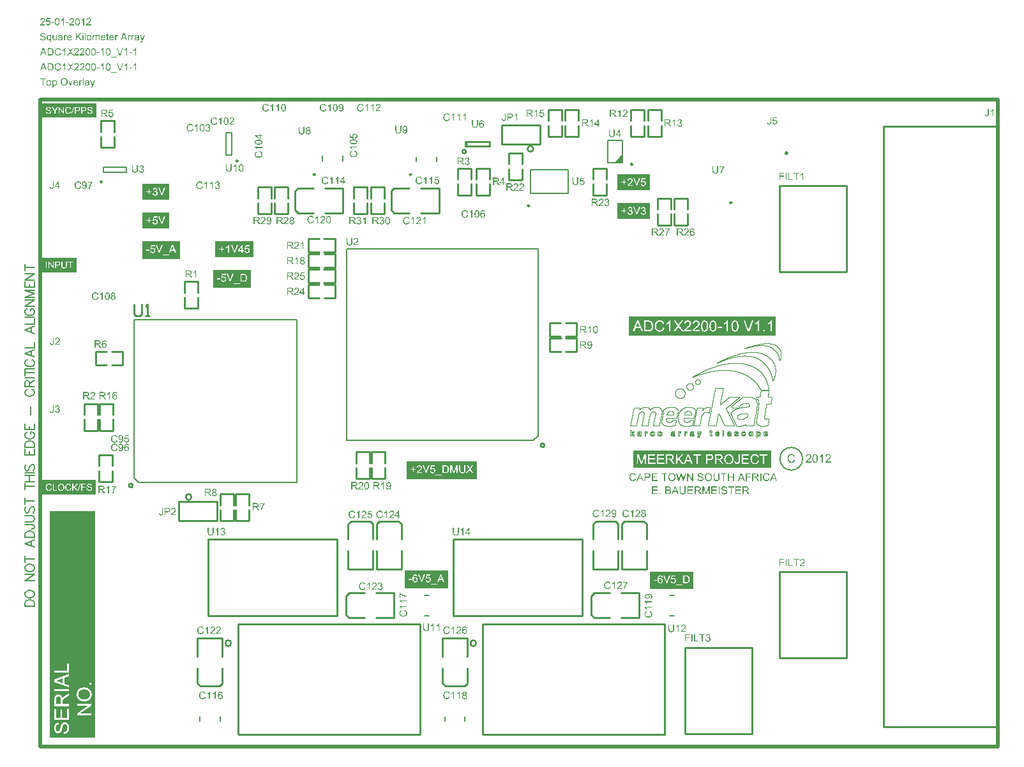
<source format=gto>
%FSLAX44Y44*%
%MOMM*%
G71*
G01*
G75*
G04 Layer_Color=65535*
%ADD10C,0.1524*%
%ADD11C,0.3810*%
%ADD12R,1.5240X0.4064*%
%ADD13R,1.2700X3.4290*%
%ADD14R,2.2860X1.9050*%
%ADD15R,1.9050X2.2860*%
%ADD16R,2.1600X1.0700*%
%ADD17R,6.9900X8.3300*%
%ADD18R,1.1500X0.6000*%
%ADD19R,0.6000X1.1000*%
%ADD20R,3.2500X3.2500*%
%ADD21R,0.3500X1.0500*%
%ADD22R,1.0500X0.3500*%
%ADD23R,1.0500X0.6000*%
%ADD24C,1.5000*%
%ADD25R,0.6500X0.6000*%
%ADD26R,0.6000X0.6500*%
%ADD27R,0.7620X0.9652*%
%ADD28R,0.9652X0.7620*%
%ADD29R,2.7000X1.3500*%
%ADD30R,1.3500X2.7000*%
%ADD31R,3.4500X0.9500*%
%ADD32O,0.4000X1.2000*%
%ADD33R,1.1500X0.4000*%
%ADD34R,0.6000X1.5500*%
%ADD35C,0.8000*%
%ADD36C,1.0160*%
%ADD37C,0.5080*%
%ADD38C,0.2540*%
%ADD39C,0.4432*%
%ADD40C,0.3048*%
%ADD41C,0.2845*%
%ADD42C,0.5000*%
%ADD43C,0.1270*%
%ADD44C,1.5240*%
%ADD45C,0.6350*%
%ADD46C,6.3500*%
%ADD47C,1.0500*%
%ADD48C,2.5400*%
%ADD49C,1.7780*%
%ADD50C,0.6500*%
%ADD51C,1.0000*%
%ADD52C,1.8000*%
%ADD53C,0.8500*%
%ADD54C,1.1080*%
%ADD55C,1.2000*%
%ADD56C,2.1240*%
%ADD57C,1.6160*%
%ADD58C,0.9000*%
%ADD59C,4.4000*%
%ADD60C,0.2300*%
%ADD61C,0.2499*%
%ADD62C,0.2500*%
%ADD63C,0.2000*%
%ADD64C,0.1000*%
G36*
X395224Y746760D02*
X394030D01*
Y754393D01*
X394005Y754380D01*
X393954Y754329D01*
X393852Y754240D01*
X393725Y754139D01*
X393560Y754012D01*
X393357Y753872D01*
X393141Y753720D01*
X392887Y753567D01*
X392874D01*
X392862Y753555D01*
X392824Y753529D01*
X392773Y753504D01*
X392633Y753428D01*
X392468Y753339D01*
X392278Y753237D01*
X392062Y753135D01*
X391846Y753034D01*
X391630Y752945D01*
Y754113D01*
X391643D01*
X391681Y754139D01*
X391731Y754164D01*
X391795Y754202D01*
X391884Y754240D01*
X391986Y754304D01*
X392227Y754431D01*
X392494Y754596D01*
X392798Y754799D01*
X393090Y755015D01*
X393382Y755256D01*
X393395Y755269D01*
X393421Y755282D01*
X393459Y755320D01*
X393509Y755371D01*
X393637Y755498D01*
X393802Y755675D01*
X393967Y755866D01*
X394145Y756095D01*
X394310Y756323D01*
X394449Y756564D01*
X395224D01*
Y746760D01*
D02*
G37*
G36*
X387642D02*
X386448D01*
Y754393D01*
X386423Y754380D01*
X386372Y754329D01*
X386270Y754240D01*
X386143Y754139D01*
X385978Y754012D01*
X385775Y753872D01*
X385559Y753720D01*
X385305Y753567D01*
X385293D01*
X385280Y753555D01*
X385242Y753529D01*
X385191Y753504D01*
X385051Y753428D01*
X384886Y753339D01*
X384696Y753237D01*
X384480Y753135D01*
X384264Y753034D01*
X384048Y752945D01*
Y754113D01*
X384061D01*
X384099Y754139D01*
X384150Y754164D01*
X384213Y754202D01*
X384302Y754240D01*
X384404Y754304D01*
X384645Y754431D01*
X384912Y754596D01*
X385216Y754799D01*
X385508Y755015D01*
X385801Y755256D01*
X385813Y755269D01*
X385839Y755282D01*
X385877Y755320D01*
X385928Y755371D01*
X386055Y755498D01*
X386220Y755675D01*
X386385Y755866D01*
X386563Y756095D01*
X386728Y756323D01*
X386867Y756564D01*
X387642D01*
Y746760D01*
D02*
G37*
G36*
X403327Y750202D02*
X404647D01*
Y749097D01*
X403327D01*
Y746760D01*
X402133D01*
Y749097D01*
X397891D01*
Y750202D01*
X402349Y756526D01*
X403327D01*
Y750202D01*
D02*
G37*
G36*
X89294Y602882D02*
X89370D01*
X89560Y602856D01*
X89776Y602818D01*
X90005Y602755D01*
X90246Y602678D01*
X90475Y602577D01*
X90487D01*
X90500Y602564D01*
X90576Y602513D01*
X90678Y602450D01*
X90818Y602348D01*
X90970Y602209D01*
X91135Y602056D01*
X91300Y601878D01*
X91453Y601662D01*
Y601650D01*
X91465Y601637D01*
X91491Y601599D01*
X91516Y601561D01*
X91580Y601434D01*
X91669Y601256D01*
X91770Y601040D01*
X91872Y600799D01*
X91961Y600507D01*
X92050Y600202D01*
Y600189D01*
X92062Y600164D01*
X92075Y600113D01*
X92088Y600050D01*
X92100Y599961D01*
X92126Y599859D01*
X92139Y599732D01*
X92164Y599592D01*
X92189Y599440D01*
X92202Y599262D01*
X92227Y599084D01*
X92240Y598868D01*
X92253Y598653D01*
X92266Y598424D01*
X92278Y598170D01*
Y597903D01*
Y597878D01*
Y597827D01*
Y597738D01*
Y597611D01*
X92266Y597472D01*
Y597306D01*
X92253Y597116D01*
X92240Y596913D01*
X92189Y596468D01*
X92126Y595998D01*
X92037Y595541D01*
X91986Y595325D01*
X91923Y595122D01*
Y595109D01*
X91910Y595071D01*
X91884Y595020D01*
X91859Y594944D01*
X91821Y594855D01*
X91770Y594754D01*
X91656Y594525D01*
X91503Y594258D01*
X91326Y593992D01*
X91110Y593725D01*
X90856Y593496D01*
X90843D01*
X90830Y593471D01*
X90780Y593446D01*
X90729Y593408D01*
X90665Y593369D01*
X90576Y593319D01*
X90487Y593268D01*
X90373Y593217D01*
X90119Y593103D01*
X89814Y593014D01*
X89472Y592950D01*
X89281Y592938D01*
X89090Y592925D01*
X89027D01*
X88951Y592938D01*
X88862D01*
X88735Y592950D01*
X88608Y592976D01*
X88455Y593014D01*
X88290Y593052D01*
X88113Y593103D01*
X87935Y593166D01*
X87744Y593255D01*
X87554Y593344D01*
X87376Y593458D01*
X87198Y593598D01*
X87033Y593750D01*
X86868Y593928D01*
X86855Y593941D01*
X86830Y593992D01*
X86779Y594055D01*
X86716Y594157D01*
X86652Y594296D01*
X86563Y594462D01*
X86487Y594652D01*
X86398Y594881D01*
X86309Y595147D01*
X86220Y595439D01*
X86131Y595757D01*
X86068Y596125D01*
X86004Y596519D01*
X85954Y596938D01*
X85928Y597408D01*
X85915Y597903D01*
Y597929D01*
Y597980D01*
Y598068D01*
Y598195D01*
X85928Y598335D01*
X85941Y598500D01*
Y598691D01*
X85966Y598894D01*
X86004Y599338D01*
X86068Y599808D01*
X86157Y600266D01*
X86208Y600481D01*
X86271Y600685D01*
Y600697D01*
X86284Y600735D01*
X86309Y600786D01*
X86335Y600862D01*
X86373Y600951D01*
X86424Y601053D01*
X86538Y601294D01*
X86690Y601548D01*
X86868Y601828D01*
X87084Y602094D01*
X87325Y602323D01*
X87338Y602336D01*
X87363Y602348D01*
X87401Y602374D01*
X87452Y602412D01*
X87516Y602450D01*
X87605Y602501D01*
X87694Y602551D01*
X87808Y602615D01*
X88062Y602717D01*
X88367Y602805D01*
X88709Y602869D01*
X88900Y602894D01*
X89218D01*
X89294Y602882D01*
D02*
G37*
G36*
X378231Y756679D02*
X378358Y756666D01*
X378511Y756653D01*
X378676Y756628D01*
X378854Y756602D01*
X379235Y756514D01*
X379438Y756450D01*
X379654Y756374D01*
X379857Y756285D01*
X380060Y756196D01*
X380263Y756069D01*
X380454Y755942D01*
X380467Y755929D01*
X380492Y755904D01*
X380555Y755866D01*
X380619Y755802D01*
X380695Y755726D01*
X380797Y755637D01*
X380898Y755523D01*
X381013Y755396D01*
X381127Y755256D01*
X381241Y755104D01*
X381356Y754926D01*
X381470Y754748D01*
X381584Y754545D01*
X381686Y754329D01*
X381787Y754088D01*
X381864Y753847D01*
X380594Y753542D01*
Y753555D01*
X380581Y753593D01*
X380555Y753643D01*
X380530Y753720D01*
X380492Y753809D01*
X380454Y753910D01*
X380340Y754139D01*
X380200Y754393D01*
X380035Y754647D01*
X379832Y754888D01*
X379717Y754990D01*
X379603Y755091D01*
X379590D01*
X379578Y755117D01*
X379539Y755142D01*
X379489Y755167D01*
X379425Y755206D01*
X379349Y755244D01*
X379159Y755345D01*
X378917Y755434D01*
X378638Y755510D01*
X378320Y755561D01*
X377965Y755586D01*
X377850D01*
X377774Y755574D01*
X377685D01*
X377571Y755561D01*
X377444Y755536D01*
X377304Y755523D01*
X377012Y755460D01*
X376695Y755358D01*
X376377Y755218D01*
X376225Y755142D01*
X376072Y755040D01*
X376060D01*
X376034Y755015D01*
X375996Y754990D01*
X375945Y754939D01*
X375818Y754825D01*
X375666Y754659D01*
X375488Y754456D01*
X375310Y754202D01*
X375145Y753923D01*
X375018Y753593D01*
Y753580D01*
X375006Y753555D01*
X374993Y753504D01*
X374967Y753440D01*
X374942Y753351D01*
X374917Y753250D01*
X374891Y753135D01*
X374866Y753021D01*
X374815Y752729D01*
X374764Y752411D01*
X374726Y752069D01*
X374714Y751713D01*
Y751700D01*
Y751662D01*
Y751599D01*
Y751510D01*
X374726Y751395D01*
X374739Y751268D01*
Y751129D01*
X374764Y750976D01*
X374802Y750633D01*
X374866Y750278D01*
X374955Y749897D01*
X375069Y749541D01*
Y749529D01*
X375082Y749503D01*
X375107Y749452D01*
X375145Y749389D01*
X375183Y749313D01*
X375221Y749224D01*
X375349Y749021D01*
X375514Y748792D01*
X375704Y748563D01*
X375933Y748347D01*
X376199Y748157D01*
X376212D01*
X376237Y748132D01*
X376276Y748119D01*
X376339Y748081D01*
X376403Y748055D01*
X376492Y748017D01*
X376695Y747928D01*
X376949Y747840D01*
X377228Y747776D01*
X377533Y747725D01*
X377863Y747700D01*
X377965D01*
X378041Y747712D01*
X378143Y747725D01*
X378244Y747738D01*
X378371Y747751D01*
X378498Y747776D01*
X378790Y747852D01*
X379095Y747967D01*
X379260Y748030D01*
X379412Y748119D01*
X379565Y748208D01*
X379705Y748322D01*
X379717Y748335D01*
X379743Y748347D01*
X379781Y748386D01*
X379832Y748436D01*
X379882Y748500D01*
X379959Y748589D01*
X380035Y748678D01*
X380111Y748792D01*
X380200Y748906D01*
X380289Y749046D01*
X380365Y749198D01*
X380454Y749363D01*
X380530Y749554D01*
X380606Y749744D01*
X380670Y749948D01*
X380733Y750176D01*
X382029Y749846D01*
Y749833D01*
X382003Y749783D01*
X381978Y749694D01*
X381953Y749579D01*
X381902Y749452D01*
X381838Y749300D01*
X381775Y749135D01*
X381686Y748944D01*
X381597Y748754D01*
X381483Y748551D01*
X381368Y748360D01*
X381229Y748157D01*
X381089Y747954D01*
X380924Y747763D01*
X380746Y747586D01*
X380555Y747420D01*
X380543Y747408D01*
X380505Y747382D01*
X380454Y747344D01*
X380365Y747293D01*
X380263Y747230D01*
X380136Y747154D01*
X379997Y747090D01*
X379844Y747014D01*
X379654Y746925D01*
X379463Y746862D01*
X379247Y746785D01*
X379019Y746722D01*
X378778Y746671D01*
X378523Y746633D01*
X378257Y746608D01*
X377977Y746595D01*
X377825D01*
X377711Y746608D01*
X377584Y746620D01*
X377419Y746633D01*
X377253Y746646D01*
X377063Y746671D01*
X376657Y746747D01*
X376225Y746862D01*
X376009Y746938D01*
X375793Y747027D01*
X375590Y747116D01*
X375399Y747230D01*
X375387Y747243D01*
X375361Y747255D01*
X375310Y747293D01*
X375234Y747357D01*
X375158Y747420D01*
X375056Y747497D01*
X374955Y747598D01*
X374841Y747712D01*
X374714Y747827D01*
X374599Y747967D01*
X374472Y748119D01*
X374345Y748297D01*
X374218Y748475D01*
X374104Y748665D01*
X373990Y748881D01*
X373888Y749097D01*
Y749109D01*
X373863Y749148D01*
X373837Y749224D01*
X373812Y749313D01*
X373774Y749427D01*
X373723Y749554D01*
X373685Y749706D01*
X373634Y749884D01*
X373583Y750075D01*
X373545Y750278D01*
X373494Y750494D01*
X373456Y750710D01*
X373405Y751205D01*
X373380Y751713D01*
Y751726D01*
Y751777D01*
Y751865D01*
X373393Y751967D01*
Y752107D01*
X373405Y752259D01*
X373431Y752424D01*
X373456Y752615D01*
X373482Y752818D01*
X373520Y753034D01*
X373621Y753478D01*
X373761Y753923D01*
X373850Y754151D01*
X373951Y754367D01*
X373964Y754380D01*
X373977Y754418D01*
X374015Y754482D01*
X374066Y754558D01*
X374117Y754647D01*
X374193Y754761D01*
X374282Y754875D01*
X374383Y755015D01*
X374612Y755294D01*
X374904Y755574D01*
X375234Y755853D01*
X375425Y755980D01*
X375615Y756095D01*
X375628Y756107D01*
X375666Y756120D01*
X375729Y756145D01*
X375806Y756183D01*
X375907Y756234D01*
X376022Y756285D01*
X376161Y756336D01*
X376314Y756399D01*
X376492Y756450D01*
X376669Y756501D01*
X377076Y756602D01*
X377520Y756666D01*
X377749Y756691D01*
X378130D01*
X378231Y756679D01*
D02*
G37*
G36*
X502691D02*
X502818Y756666D01*
X502971Y756653D01*
X503136Y756628D01*
X503314Y756602D01*
X503695Y756514D01*
X503898Y756450D01*
X504114Y756374D01*
X504317Y756285D01*
X504520Y756196D01*
X504723Y756069D01*
X504914Y755942D01*
X504927Y755929D01*
X504952Y755904D01*
X505015Y755866D01*
X505079Y755802D01*
X505155Y755726D01*
X505257Y755637D01*
X505358Y755523D01*
X505473Y755396D01*
X505587Y755256D01*
X505701Y755104D01*
X505816Y754926D01*
X505930Y754748D01*
X506044Y754545D01*
X506146Y754329D01*
X506247Y754088D01*
X506324Y753847D01*
X505054Y753542D01*
Y753555D01*
X505041Y753593D01*
X505015Y753643D01*
X504990Y753720D01*
X504952Y753809D01*
X504914Y753910D01*
X504800Y754139D01*
X504660Y754393D01*
X504495Y754647D01*
X504292Y754888D01*
X504177Y754990D01*
X504063Y755091D01*
X504050D01*
X504038Y755117D01*
X503999Y755142D01*
X503949Y755167D01*
X503885Y755206D01*
X503809Y755244D01*
X503619Y755345D01*
X503377Y755434D01*
X503098Y755510D01*
X502780Y755561D01*
X502425Y755586D01*
X502310D01*
X502234Y755574D01*
X502145D01*
X502031Y755561D01*
X501904Y755536D01*
X501764Y755523D01*
X501472Y755460D01*
X501155Y755358D01*
X500837Y755218D01*
X500685Y755142D01*
X500532Y755040D01*
X500520D01*
X500494Y755015D01*
X500456Y754990D01*
X500405Y754939D01*
X500278Y754825D01*
X500126Y754659D01*
X499948Y754456D01*
X499770Y754202D01*
X499605Y753923D01*
X499478Y753593D01*
Y753580D01*
X499466Y753555D01*
X499453Y753504D01*
X499427Y753440D01*
X499402Y753351D01*
X499377Y753250D01*
X499351Y753135D01*
X499326Y753021D01*
X499275Y752729D01*
X499224Y752411D01*
X499186Y752069D01*
X499174Y751713D01*
Y751700D01*
Y751662D01*
Y751599D01*
Y751510D01*
X499186Y751395D01*
X499199Y751268D01*
Y751129D01*
X499224Y750976D01*
X499262Y750633D01*
X499326Y750278D01*
X499415Y749897D01*
X499529Y749541D01*
Y749529D01*
X499542Y749503D01*
X499567Y749452D01*
X499605Y749389D01*
X499643Y749313D01*
X499682Y749224D01*
X499809Y749021D01*
X499974Y748792D01*
X500164Y748563D01*
X500393Y748347D01*
X500659Y748157D01*
X500672D01*
X500698Y748132D01*
X500736Y748119D01*
X500799Y748081D01*
X500863Y748055D01*
X500951Y748017D01*
X501155Y747928D01*
X501409Y747840D01*
X501688Y747776D01*
X501993Y747725D01*
X502323Y747700D01*
X502425D01*
X502501Y747712D01*
X502603Y747725D01*
X502704Y747738D01*
X502831Y747751D01*
X502958Y747776D01*
X503250Y747852D01*
X503555Y747967D01*
X503720Y748030D01*
X503872Y748119D01*
X504025Y748208D01*
X504165Y748322D01*
X504177Y748335D01*
X504203Y748347D01*
X504241Y748386D01*
X504292Y748436D01*
X504342Y748500D01*
X504419Y748589D01*
X504495Y748678D01*
X504571Y748792D01*
X504660Y748906D01*
X504749Y749046D01*
X504825Y749198D01*
X504914Y749363D01*
X504990Y749554D01*
X505066Y749744D01*
X505130Y749948D01*
X505193Y750176D01*
X506489Y749846D01*
Y749833D01*
X506463Y749783D01*
X506438Y749694D01*
X506413Y749579D01*
X506362Y749452D01*
X506298Y749300D01*
X506235Y749135D01*
X506146Y748944D01*
X506057Y748754D01*
X505943Y748551D01*
X505828Y748360D01*
X505689Y748157D01*
X505549Y747954D01*
X505384Y747763D01*
X505206Y747586D01*
X505015Y747420D01*
X505003Y747408D01*
X504965Y747382D01*
X504914Y747344D01*
X504825Y747293D01*
X504723Y747230D01*
X504596Y747154D01*
X504457Y747090D01*
X504304Y747014D01*
X504114Y746925D01*
X503923Y746862D01*
X503707Y746785D01*
X503479Y746722D01*
X503237Y746671D01*
X502984Y746633D01*
X502717Y746608D01*
X502437Y746595D01*
X502285D01*
X502171Y746608D01*
X502044Y746620D01*
X501879Y746633D01*
X501713Y746646D01*
X501523Y746671D01*
X501117Y746747D01*
X500685Y746862D01*
X500469Y746938D01*
X500253Y747027D01*
X500050Y747116D01*
X499859Y747230D01*
X499847Y747243D01*
X499821Y747255D01*
X499770Y747293D01*
X499694Y747357D01*
X499618Y747420D01*
X499516Y747497D01*
X499415Y747598D01*
X499300Y747712D01*
X499174Y747827D01*
X499059Y747967D01*
X498932Y748119D01*
X498805Y748297D01*
X498678Y748475D01*
X498564Y748665D01*
X498450Y748881D01*
X498348Y749097D01*
Y749109D01*
X498323Y749148D01*
X498297Y749224D01*
X498272Y749313D01*
X498234Y749427D01*
X498183Y749554D01*
X498145Y749706D01*
X498094Y749884D01*
X498043Y750075D01*
X498005Y750278D01*
X497954Y750494D01*
X497916Y750710D01*
X497865Y751205D01*
X497840Y751713D01*
Y751726D01*
Y751777D01*
Y751865D01*
X497853Y751967D01*
Y752107D01*
X497865Y752259D01*
X497891Y752424D01*
X497916Y752615D01*
X497942Y752818D01*
X497980Y753034D01*
X498081Y753478D01*
X498221Y753923D01*
X498310Y754151D01*
X498411Y754367D01*
X498424Y754380D01*
X498437Y754418D01*
X498475Y754482D01*
X498526Y754558D01*
X498577Y754647D01*
X498653Y754761D01*
X498742Y754875D01*
X498843Y755015D01*
X499072Y755294D01*
X499364Y755574D01*
X499694Y755853D01*
X499885Y755980D01*
X500075Y756095D01*
X500088Y756107D01*
X500126Y756120D01*
X500190Y756145D01*
X500266Y756183D01*
X500367Y756234D01*
X500482Y756285D01*
X500621Y756336D01*
X500774Y756399D01*
X500951Y756450D01*
X501129Y756501D01*
X501536Y756602D01*
X501980Y756666D01*
X502209Y756691D01*
X502590D01*
X502691Y756679D01*
D02*
G37*
G36*
X162878Y310452D02*
Y310439D01*
Y310401D01*
Y310337D01*
Y310248D01*
X162865Y310147D01*
Y310032D01*
X162852Y309893D01*
X162839Y309753D01*
X162801Y309448D01*
X162750Y309131D01*
X162674Y308826D01*
X162624Y308673D01*
X162573Y308547D01*
Y308534D01*
X162560Y308521D01*
X162547Y308483D01*
X162522Y308432D01*
X162446Y308318D01*
X162344Y308165D01*
X162217Y308000D01*
X162052Y307835D01*
X161861Y307670D01*
X161633Y307518D01*
X161620D01*
X161607Y307505D01*
X161569Y307492D01*
X161519Y307467D01*
X161392Y307404D01*
X161201Y307353D01*
X160985Y307289D01*
X160731Y307226D01*
X160439Y307188D01*
X160122Y307175D01*
X159995D01*
X159906Y307188D01*
X159804Y307200D01*
X159677Y307213D01*
X159537Y307238D01*
X159398Y307264D01*
X159080Y307353D01*
X158915Y307416D01*
X158750Y307492D01*
X158585Y307569D01*
X158433Y307670D01*
X158293Y307785D01*
X158153Y307911D01*
X158140Y307924D01*
X158128Y307950D01*
X158090Y307988D01*
X158052Y308051D01*
X158001Y308127D01*
X157937Y308216D01*
X157874Y308331D01*
X157810Y308458D01*
X157759Y308610D01*
X157696Y308775D01*
X157645Y308953D01*
X157594Y309143D01*
X157556Y309359D01*
X157518Y309588D01*
X157505Y309829D01*
Y310096D01*
X158674Y310261D01*
Y310248D01*
Y310210D01*
Y310159D01*
X158687Y310083D01*
X158699Y309994D01*
X158712Y309893D01*
X158737Y309651D01*
X158788Y309397D01*
X158864Y309143D01*
X158953Y308915D01*
X159017Y308826D01*
X159080Y308737D01*
X159093Y308724D01*
X159156Y308673D01*
X159233Y308610D01*
X159360Y308534D01*
X159499Y308458D01*
X159677Y308394D01*
X159893Y308343D01*
X160122Y308331D01*
X160198D01*
X160299Y308343D01*
X160414Y308356D01*
X160541Y308381D01*
X160680Y308419D01*
X160820Y308470D01*
X160960Y308547D01*
X160972Y308559D01*
X161023Y308585D01*
X161074Y308635D01*
X161150Y308712D01*
X161239Y308801D01*
X161315Y308902D01*
X161392Y309016D01*
X161442Y309156D01*
X161455Y309169D01*
X161468Y309232D01*
X161493Y309321D01*
X161519Y309448D01*
X161544Y309626D01*
X161557Y309829D01*
X161582Y310083D01*
Y310375D01*
Y317106D01*
X162878D01*
Y310452D01*
D02*
G37*
G36*
X177038Y317132D02*
X177165Y317119D01*
X177305Y317106D01*
X177457Y317081D01*
X177622Y317043D01*
X177978Y316954D01*
X178156Y316890D01*
X178346Y316814D01*
X178537Y316725D01*
X178714Y316611D01*
X178880Y316497D01*
X179045Y316357D01*
X179057Y316344D01*
X179083Y316319D01*
X179121Y316281D01*
X179172Y316217D01*
X179235Y316141D01*
X179311Y316052D01*
X179375Y315951D01*
X179464Y315824D01*
X179540Y315697D01*
X179603Y315544D01*
X179743Y315214D01*
X179794Y315036D01*
X179832Y314846D01*
X179857Y314643D01*
X179870Y314427D01*
Y314401D01*
Y314325D01*
X179857Y314211D01*
X179845Y314058D01*
X179807Y313893D01*
X179769Y313690D01*
X179705Y313487D01*
X179629Y313271D01*
X179616Y313246D01*
X179578Y313169D01*
X179527Y313055D01*
X179438Y312915D01*
X179324Y312738D01*
X179184Y312534D01*
X179019Y312306D01*
X178829Y312077D01*
Y312064D01*
X178803Y312052D01*
X178765Y312014D01*
X178727Y311963D01*
X178664Y311899D01*
X178587Y311823D01*
X178498Y311734D01*
X178384Y311633D01*
X178270Y311518D01*
X178130Y311391D01*
X177978Y311239D01*
X177813Y311087D01*
X177622Y310921D01*
X177432Y310756D01*
X177203Y310566D01*
X176975Y310363D01*
X176962Y310350D01*
X176924Y310324D01*
X176873Y310274D01*
X176797Y310223D01*
X176721Y310147D01*
X176619Y310058D01*
X176403Y309867D01*
X176162Y309664D01*
X175933Y309461D01*
X175832Y309372D01*
X175743Y309283D01*
X175654Y309194D01*
X175590Y309131D01*
X175578Y309118D01*
X175539Y309080D01*
X175489Y309016D01*
X175412Y308927D01*
X175336Y308839D01*
X175247Y308724D01*
X175082Y308496D01*
X179883D01*
Y307340D01*
X173419D01*
Y307365D01*
Y307416D01*
Y307492D01*
X173431Y307607D01*
X173444Y307734D01*
X173469Y307873D01*
X173507Y308013D01*
X173558Y308165D01*
Y308178D01*
X173571Y308191D01*
X173584Y308229D01*
X173609Y308280D01*
X173660Y308407D01*
X173749Y308572D01*
X173863Y308775D01*
X173990Y308991D01*
X174155Y309220D01*
X174346Y309461D01*
X174358Y309474D01*
X174371Y309486D01*
X174409Y309524D01*
X174447Y309575D01*
X174574Y309715D01*
X174752Y309893D01*
X174968Y310109D01*
X175235Y310363D01*
X175552Y310642D01*
X175920Y310947D01*
X175933Y310959D01*
X175984Y311010D01*
X176073Y311074D01*
X176174Y311163D01*
X176301Y311277D01*
X176454Y311404D01*
X176619Y311544D01*
X176784Y311696D01*
X177140Y312026D01*
X177495Y312369D01*
X177660Y312547D01*
X177813Y312712D01*
X177952Y312864D01*
X178067Y313017D01*
X178079Y313030D01*
X178092Y313055D01*
X178118Y313093D01*
X178156Y313144D01*
X178194Y313220D01*
X178244Y313296D01*
X178359Y313487D01*
X178460Y313703D01*
X178549Y313944D01*
X178613Y314211D01*
X178638Y314338D01*
Y314465D01*
Y314477D01*
Y314503D01*
Y314528D01*
X178626Y314579D01*
X178613Y314719D01*
X178575Y314884D01*
X178511Y315074D01*
X178422Y315265D01*
X178295Y315468D01*
X178118Y315658D01*
X178092Y315684D01*
X178029Y315735D01*
X177914Y315811D01*
X177762Y315912D01*
X177571Y316001D01*
X177343Y316078D01*
X177076Y316128D01*
X176784Y316154D01*
X176695D01*
X176644Y316141D01*
X176568D01*
X176479Y316128D01*
X176289Y316090D01*
X176073Y316027D01*
X175832Y315938D01*
X175603Y315811D01*
X175400Y315633D01*
X175374Y315608D01*
X175324Y315544D01*
X175235Y315417D01*
X175146Y315265D01*
X175044Y315049D01*
X174955Y314808D01*
X174904Y314528D01*
X174879Y314198D01*
X173647Y314325D01*
Y314338D01*
X173660Y314389D01*
Y314452D01*
X173673Y314554D01*
X173698Y314668D01*
X173723Y314795D01*
X173761Y314947D01*
X173812Y315100D01*
X173927Y315443D01*
X174003Y315620D01*
X174092Y315786D01*
X174193Y315963D01*
X174307Y316128D01*
X174435Y316281D01*
X174587Y316420D01*
X174600Y316433D01*
X174625Y316446D01*
X174676Y316484D01*
X174739Y316535D01*
X174828Y316586D01*
X174930Y316649D01*
X175044Y316713D01*
X175184Y316789D01*
X175336Y316852D01*
X175501Y316916D01*
X175679Y316979D01*
X175882Y317030D01*
X176085Y317081D01*
X176314Y317119D01*
X176555Y317132D01*
X176809Y317144D01*
X176949D01*
X177038Y317132D01*
D02*
G37*
G36*
X512102Y746760D02*
X510908D01*
Y754393D01*
X510883Y754380D01*
X510832Y754329D01*
X510731Y754240D01*
X510603Y754139D01*
X510438Y754012D01*
X510235Y753872D01*
X510019Y753720D01*
X509765Y753567D01*
X509753D01*
X509740Y753555D01*
X509702Y753529D01*
X509651Y753504D01*
X509511Y753428D01*
X509346Y753339D01*
X509156Y753237D01*
X508940Y753135D01*
X508724Y753034D01*
X508508Y752945D01*
Y754113D01*
X508521D01*
X508559Y754139D01*
X508610Y754164D01*
X508673Y754202D01*
X508762Y754240D01*
X508864Y754304D01*
X509105Y754431D01*
X509372Y754596D01*
X509676Y754799D01*
X509968Y755015D01*
X510261Y755256D01*
X510273Y755269D01*
X510299Y755282D01*
X510337Y755320D01*
X510388Y755371D01*
X510515Y755498D01*
X510680Y755675D01*
X510845Y755866D01*
X511023Y756095D01*
X511188Y756323D01*
X511327Y756564D01*
X512102D01*
Y746760D01*
D02*
G37*
G36*
X528764Y755256D02*
X524866D01*
X524345Y752615D01*
X524358Y752627D01*
X524383Y752640D01*
X524434Y752678D01*
X524497Y752716D01*
X524574Y752754D01*
X524675Y752818D01*
X524777Y752869D01*
X524904Y752932D01*
X525183Y753046D01*
X525488Y753135D01*
X525831Y753212D01*
X526009Y753224D01*
X526186Y753237D01*
X526313D01*
X526402Y753224D01*
X526504Y753212D01*
X526631Y753186D01*
X526771Y753161D01*
X526936Y753123D01*
X527101Y753085D01*
X527266Y753021D01*
X527444Y752945D01*
X527634Y752869D01*
X527812Y752754D01*
X527990Y752640D01*
X528168Y752500D01*
X528333Y752348D01*
X528345Y752335D01*
X528371Y752310D01*
X528409Y752259D01*
X528472Y752183D01*
X528536Y752094D01*
X528612Y751992D01*
X528701Y751865D01*
X528777Y751726D01*
X528866Y751573D01*
X528942Y751395D01*
X529019Y751218D01*
X529082Y751014D01*
X529146Y750786D01*
X529184Y750557D01*
X529209Y750316D01*
X529222Y750062D01*
Y750049D01*
Y749998D01*
Y749935D01*
X529209Y749846D01*
X529196Y749732D01*
X529184Y749592D01*
X529158Y749440D01*
X529120Y749287D01*
X529031Y748919D01*
X528968Y748728D01*
X528891Y748538D01*
X528803Y748347D01*
X528701Y748157D01*
X528587Y747967D01*
X528447Y747776D01*
X528434Y747763D01*
X528409Y747725D01*
X528345Y747662D01*
X528269Y747598D01*
X528180Y747497D01*
X528066Y747408D01*
X527926Y747293D01*
X527774Y747192D01*
X527596Y747077D01*
X527406Y746963D01*
X527202Y746874D01*
X526974Y746785D01*
X526720Y746709D01*
X526453Y746646D01*
X526174Y746608D01*
X525882Y746595D01*
X525755D01*
X525666Y746608D01*
X525551Y746620D01*
X525412Y746633D01*
X525272Y746658D01*
X525107Y746684D01*
X524764Y746773D01*
X524586Y746836D01*
X524408Y746912D01*
X524218Y746989D01*
X524040Y747090D01*
X523875Y747205D01*
X523710Y747331D01*
X523697Y747344D01*
X523672Y747370D01*
X523634Y747408D01*
X523583Y747471D01*
X523507Y747547D01*
X523443Y747636D01*
X523354Y747738D01*
X523278Y747865D01*
X523189Y747992D01*
X523113Y748144D01*
X523024Y748309D01*
X522961Y748487D01*
X522884Y748678D01*
X522834Y748868D01*
X522783Y749084D01*
X522757Y749313D01*
X524015Y749402D01*
Y749389D01*
X524027Y749363D01*
Y749313D01*
X524040Y749249D01*
X524066Y749173D01*
X524091Y749084D01*
X524142Y748894D01*
X524231Y748665D01*
X524345Y748436D01*
X524485Y748221D01*
X524650Y748030D01*
X524675Y748017D01*
X524739Y747967D01*
X524853Y747890D01*
X524993Y747814D01*
X525170Y747725D01*
X525386Y747662D01*
X525615Y747611D01*
X525882Y747586D01*
X525970D01*
X526034Y747598D01*
X526097Y747611D01*
X526186Y747624D01*
X526390Y747662D01*
X526631Y747738D01*
X526872Y747865D01*
X526999Y747928D01*
X527126Y748017D01*
X527240Y748119D01*
X527355Y748233D01*
X527368Y748246D01*
X527380Y748259D01*
X527406Y748297D01*
X527444Y748347D01*
X527495Y748411D01*
X527545Y748500D01*
X527596Y748589D01*
X527660Y748690D01*
X527761Y748944D01*
X527863Y749237D01*
X527926Y749579D01*
X527952Y749757D01*
Y749960D01*
Y749973D01*
Y750011D01*
Y750062D01*
X527939Y750126D01*
Y750214D01*
X527926Y750316D01*
X527876Y750545D01*
X527812Y750811D01*
X527710Y751078D01*
X527571Y751345D01*
X527482Y751472D01*
X527380Y751586D01*
Y751599D01*
X527355Y751611D01*
X527317Y751637D01*
X527279Y751675D01*
X527152Y751777D01*
X526974Y751891D01*
X526758Y751992D01*
X526504Y752094D01*
X526199Y752158D01*
X526047Y752183D01*
X525767D01*
X525666Y752170D01*
X525513Y752145D01*
X525361Y752119D01*
X525183Y752069D01*
X524993Y751992D01*
X524815Y751904D01*
X524789Y751891D01*
X524739Y751853D01*
X524662Y751802D01*
X524561Y751713D01*
X524446Y751624D01*
X524319Y751497D01*
X524205Y751370D01*
X524104Y751218D01*
X522973Y751383D01*
X523913Y756399D01*
X528764D01*
Y755256D01*
D02*
G37*
G36*
X519684Y746760D02*
X518490D01*
Y754393D01*
X518465Y754380D01*
X518414Y754329D01*
X518312Y754240D01*
X518185Y754139D01*
X518020Y754012D01*
X517817Y753872D01*
X517601Y753720D01*
X517347Y753567D01*
X517335D01*
X517322Y753555D01*
X517284Y753529D01*
X517233Y753504D01*
X517093Y753428D01*
X516928Y753339D01*
X516738Y753237D01*
X516522Y753135D01*
X516306Y753034D01*
X516090Y752945D01*
Y754113D01*
X516103D01*
X516141Y754139D01*
X516191Y754164D01*
X516255Y754202D01*
X516344Y754240D01*
X516446Y754304D01*
X516687Y754431D01*
X516954Y754596D01*
X517258Y754799D01*
X517550Y755015D01*
X517842Y755256D01*
X517855Y755269D01*
X517881Y755282D01*
X517919Y755320D01*
X517970Y755371D01*
X518097Y755498D01*
X518262Y755675D01*
X518427Y755866D01*
X518605Y756095D01*
X518770Y756323D01*
X518909Y756564D01*
X519684D01*
Y746760D01*
D02*
G37*
G36*
X96888Y602882D02*
X96990Y602869D01*
X97117Y602856D01*
X97257Y602831D01*
X97409Y602805D01*
X97739Y602717D01*
X97904Y602653D01*
X98082Y602577D01*
X98247Y602488D01*
X98425Y602399D01*
X98577Y602272D01*
X98730Y602145D01*
X98743Y602132D01*
X98768Y602107D01*
X98806Y602069D01*
X98857Y602018D01*
X98908Y601942D01*
X98984Y601853D01*
X99047Y601751D01*
X99123Y601650D01*
X99263Y601383D01*
X99390Y601078D01*
X99441Y600900D01*
X99479Y600723D01*
X99504Y600532D01*
X99517Y600342D01*
Y600329D01*
Y600316D01*
Y600278D01*
Y600227D01*
X99504Y600100D01*
X99466Y599935D01*
X99428Y599745D01*
X99365Y599554D01*
X99276Y599351D01*
X99149Y599148D01*
X99136Y599123D01*
X99085Y599072D01*
X98996Y598983D01*
X98882Y598868D01*
X98730Y598741D01*
X98539Y598615D01*
X98323Y598488D01*
X98069Y598373D01*
X98082D01*
X98108Y598360D01*
X98158Y598348D01*
X98222Y598322D01*
X98298Y598284D01*
X98374Y598246D01*
X98577Y598145D01*
X98806Y598018D01*
X99035Y597853D01*
X99250Y597662D01*
X99441Y597433D01*
Y597421D01*
X99466Y597408D01*
X99479Y597370D01*
X99517Y597319D01*
X99555Y597256D01*
X99593Y597179D01*
X99682Y597002D01*
X99759Y596773D01*
X99835Y596506D01*
X99886Y596202D01*
X99911Y595871D01*
Y595859D01*
Y595821D01*
Y595757D01*
X99898Y595668D01*
X99886Y595554D01*
X99860Y595427D01*
X99835Y595300D01*
X99797Y595147D01*
X99759Y594982D01*
X99695Y594817D01*
X99619Y594639D01*
X99543Y594462D01*
X99428Y594284D01*
X99314Y594106D01*
X99174Y593941D01*
X99022Y593776D01*
X99009Y593763D01*
X98984Y593738D01*
X98933Y593700D01*
X98857Y593649D01*
X98768Y593573D01*
X98666Y593509D01*
X98539Y593433D01*
X98400Y593357D01*
X98235Y593268D01*
X98069Y593192D01*
X97879Y593128D01*
X97663Y593065D01*
X97447Y593001D01*
X97206Y592963D01*
X96965Y592938D01*
X96698Y592925D01*
X96558D01*
X96456Y592938D01*
X96329Y592950D01*
X96190Y592976D01*
X96037Y593001D01*
X95860Y593027D01*
X95491Y593128D01*
X95301Y593204D01*
X95098Y593280D01*
X94907Y593382D01*
X94717Y593496D01*
X94539Y593623D01*
X94361Y593776D01*
X94348Y593788D01*
X94323Y593814D01*
X94285Y593865D01*
X94221Y593928D01*
X94158Y594017D01*
X94082Y594119D01*
X94005Y594233D01*
X93929Y594360D01*
X93840Y594512D01*
X93764Y594665D01*
X93688Y594843D01*
X93624Y595033D01*
X93561Y595236D01*
X93523Y595452D01*
X93497Y595681D01*
X93485Y595909D01*
Y595922D01*
Y595947D01*
Y595998D01*
X93497Y596074D01*
Y596151D01*
X93510Y596240D01*
X93548Y596468D01*
X93599Y596722D01*
X93688Y596976D01*
X93802Y597243D01*
X93967Y597497D01*
Y597510D01*
X93993Y597522D01*
X94056Y597598D01*
X94171Y597713D01*
X94323Y597853D01*
X94513Y597992D01*
X94755Y598145D01*
X95021Y598272D01*
X95339Y598373D01*
X95326D01*
X95301Y598386D01*
X95263Y598399D01*
X95212Y598424D01*
X95085Y598488D01*
X94920Y598576D01*
X94742Y598691D01*
X94551Y598818D01*
X94386Y598983D01*
X94234Y599161D01*
X94221Y599186D01*
X94183Y599249D01*
X94120Y599364D01*
X94056Y599504D01*
X93993Y599681D01*
X93929Y599884D01*
X93891Y600113D01*
X93878Y600367D01*
Y600380D01*
Y600418D01*
Y600469D01*
X93891Y600545D01*
X93904Y600634D01*
X93917Y600748D01*
X93980Y600989D01*
X94069Y601269D01*
X94132Y601421D01*
X94196Y601574D01*
X94285Y601726D01*
X94386Y601878D01*
X94501Y602018D01*
X94640Y602158D01*
X94653Y602170D01*
X94678Y602196D01*
X94717Y602221D01*
X94780Y602272D01*
X94856Y602323D01*
X94945Y602386D01*
X95059Y602463D01*
X95187Y602526D01*
X95314Y602590D01*
X95466Y602666D01*
X95644Y602729D01*
X95822Y602780D01*
X96012Y602831D01*
X96215Y602869D01*
X96444Y602882D01*
X96672Y602894D01*
X96799D01*
X96888Y602882D01*
D02*
G37*
G36*
X114948Y402222D02*
X115049Y402209D01*
X115164Y402196D01*
X115291Y402184D01*
X115430Y402158D01*
X115722Y402082D01*
X116040Y401968D01*
X116205Y401892D01*
X116357Y401803D01*
X116510Y401701D01*
X116650Y401587D01*
X116662Y401574D01*
X116688Y401561D01*
X116713Y401523D01*
X116764Y401472D01*
X116827Y401396D01*
X116891Y401320D01*
X116967Y401231D01*
X117043Y401117D01*
X117119Y401003D01*
X117196Y400863D01*
X117259Y400723D01*
X117335Y400558D01*
X117462Y400215D01*
X117500Y400012D01*
X117538Y399809D01*
X116345Y399720D01*
Y399733D01*
X116332Y399745D01*
Y399783D01*
X116319Y399834D01*
X116281Y399961D01*
X116230Y400113D01*
X116167Y400279D01*
X116078Y400444D01*
X115989Y400596D01*
X115887Y400736D01*
X115862Y400761D01*
X115799Y400812D01*
X115697Y400901D01*
X115557Y400990D01*
X115379Y401079D01*
X115176Y401168D01*
X114935Y401218D01*
X114681Y401244D01*
X114579D01*
X114478Y401231D01*
X114338Y401206D01*
X114186Y401168D01*
X114008Y401104D01*
X113843Y401028D01*
X113665Y400914D01*
X113640Y400901D01*
X113576Y400837D01*
X113475Y400748D01*
X113348Y400609D01*
X113208Y400444D01*
X113055Y400241D01*
X112916Y399999D01*
X112776Y399720D01*
Y399707D01*
X112763Y399682D01*
X112751Y399644D01*
X112725Y399580D01*
X112700Y399491D01*
X112674Y399390D01*
X112649Y399275D01*
X112611Y399148D01*
X112585Y398996D01*
X112560Y398818D01*
X112535Y398640D01*
X112509Y398437D01*
X112484Y398221D01*
X112458Y397980D01*
X112446Y397726D01*
Y397472D01*
X112471Y397485D01*
X112522Y397574D01*
X112611Y397688D01*
X112738Y397827D01*
X112890Y397993D01*
X113068Y398145D01*
X113271Y398310D01*
X113500Y398437D01*
X113513D01*
X113525Y398450D01*
X113563Y398462D01*
X113614Y398488D01*
X113729Y398539D01*
X113894Y398602D01*
X114097Y398666D01*
X114313Y398717D01*
X114554Y398755D01*
X114808Y398767D01*
X114922D01*
X115011Y398755D01*
X115113Y398742D01*
X115240Y398717D01*
X115367Y398691D01*
X115519Y398653D01*
X115672Y398615D01*
X115837Y398551D01*
X116002Y398475D01*
X116180Y398399D01*
X116357Y398285D01*
X116523Y398170D01*
X116688Y398031D01*
X116853Y397878D01*
X116865Y397866D01*
X116891Y397840D01*
X116929Y397789D01*
X116992Y397713D01*
X117056Y397624D01*
X117119Y397523D01*
X117196Y397396D01*
X117284Y397256D01*
X117361Y397104D01*
X117437Y396926D01*
X117500Y396748D01*
X117577Y396545D01*
X117627Y396316D01*
X117666Y396088D01*
X117691Y395846D01*
X117704Y395592D01*
Y395580D01*
Y395554D01*
Y395503D01*
Y395440D01*
X117691Y395351D01*
X117678Y395262D01*
X117653Y395033D01*
X117602Y394780D01*
X117538Y394487D01*
X117437Y394195D01*
X117297Y393890D01*
Y393878D01*
X117284Y393852D01*
X117259Y393814D01*
X117221Y393764D01*
X117132Y393624D01*
X117018Y393446D01*
X116853Y393256D01*
X116675Y393052D01*
X116459Y392862D01*
X116205Y392684D01*
X116192D01*
X116180Y392671D01*
X116142Y392646D01*
X116091Y392621D01*
X116014Y392582D01*
X115938Y392557D01*
X115748Y392481D01*
X115519Y392392D01*
X115253Y392328D01*
X114960Y392278D01*
X114643Y392265D01*
X114579D01*
X114503Y392278D01*
X114389D01*
X114262Y392303D01*
X114122Y392328D01*
X113957Y392354D01*
X113779Y392405D01*
X113589Y392455D01*
X113386Y392532D01*
X113182Y392621D01*
X112979Y392722D01*
X112776Y392849D01*
X112573Y393002D01*
X112382Y393167D01*
X112192Y393357D01*
X112179Y393370D01*
X112154Y393408D01*
X112103Y393471D01*
X112039Y393573D01*
X111976Y393687D01*
X111900Y393840D01*
X111811Y394017D01*
X111722Y394221D01*
X111633Y394462D01*
X111544Y394729D01*
X111468Y395033D01*
X111404Y395351D01*
X111341Y395719D01*
X111290Y396113D01*
X111265Y396532D01*
X111252Y396989D01*
Y397002D01*
Y397027D01*
Y397066D01*
Y397116D01*
Y397180D01*
X111265Y397256D01*
Y397447D01*
X111290Y397688D01*
X111303Y397954D01*
X111341Y398247D01*
X111379Y398564D01*
X111442Y398894D01*
X111506Y399237D01*
X111595Y399580D01*
X111697Y399923D01*
X111811Y400253D01*
X111951Y400558D01*
X112116Y400850D01*
X112293Y401104D01*
X112306Y401117D01*
X112331Y401155D01*
X112382Y401206D01*
X112458Y401282D01*
X112547Y401371D01*
X112662Y401460D01*
X112801Y401561D01*
X112941Y401676D01*
X113106Y401777D01*
X113297Y401879D01*
X113500Y401968D01*
X113716Y402057D01*
X113957Y402133D01*
X114211Y402184D01*
X114478Y402222D01*
X114757Y402234D01*
X114872D01*
X114948Y402222D01*
D02*
G37*
G36*
X98831Y402349D02*
X98958Y402336D01*
X99111Y402323D01*
X99276Y402298D01*
X99454Y402272D01*
X99835Y402184D01*
X100038Y402120D01*
X100254Y402044D01*
X100457Y401955D01*
X100660Y401866D01*
X100863Y401739D01*
X101054Y401612D01*
X101067Y401599D01*
X101092Y401574D01*
X101156Y401536D01*
X101219Y401472D01*
X101295Y401396D01*
X101397Y401307D01*
X101498Y401193D01*
X101613Y401066D01*
X101727Y400926D01*
X101841Y400774D01*
X101956Y400596D01*
X102070Y400418D01*
X102184Y400215D01*
X102286Y399999D01*
X102387Y399758D01*
X102464Y399517D01*
X101194Y399212D01*
Y399225D01*
X101181Y399263D01*
X101156Y399313D01*
X101130Y399390D01*
X101092Y399478D01*
X101054Y399580D01*
X100940Y399809D01*
X100800Y400063D01*
X100635Y400317D01*
X100432Y400558D01*
X100317Y400660D01*
X100203Y400761D01*
X100190D01*
X100178Y400787D01*
X100140Y400812D01*
X100089Y400837D01*
X100025Y400876D01*
X99949Y400914D01*
X99759Y401015D01*
X99517Y401104D01*
X99238Y401180D01*
X98920Y401231D01*
X98565Y401256D01*
X98450D01*
X98374Y401244D01*
X98285D01*
X98171Y401231D01*
X98044Y401206D01*
X97904Y401193D01*
X97612Y401129D01*
X97295Y401028D01*
X96977Y400888D01*
X96825Y400812D01*
X96672Y400710D01*
X96660D01*
X96634Y400685D01*
X96596Y400660D01*
X96545Y400609D01*
X96418Y400494D01*
X96266Y400329D01*
X96088Y400126D01*
X95910Y399872D01*
X95745Y399593D01*
X95618Y399263D01*
Y399250D01*
X95606Y399225D01*
X95593Y399174D01*
X95568Y399110D01*
X95542Y399021D01*
X95517Y398920D01*
X95491Y398805D01*
X95466Y398691D01*
X95415Y398399D01*
X95364Y398082D01*
X95326Y397739D01*
X95314Y397383D01*
Y397370D01*
Y397332D01*
Y397269D01*
Y397180D01*
X95326Y397066D01*
X95339Y396939D01*
Y396799D01*
X95364Y396646D01*
X95402Y396303D01*
X95466Y395948D01*
X95555Y395567D01*
X95669Y395211D01*
Y395199D01*
X95682Y395173D01*
X95707Y395122D01*
X95745Y395059D01*
X95783Y394983D01*
X95822Y394894D01*
X95948Y394691D01*
X96114Y394462D01*
X96304Y394233D01*
X96533Y394017D01*
X96799Y393827D01*
X96812D01*
X96838Y393802D01*
X96876Y393789D01*
X96939Y393751D01*
X97003Y393725D01*
X97092Y393687D01*
X97295Y393598D01*
X97549Y393509D01*
X97828Y393446D01*
X98133Y393395D01*
X98463Y393370D01*
X98565D01*
X98641Y393382D01*
X98743Y393395D01*
X98844Y393408D01*
X98971Y393421D01*
X99098Y393446D01*
X99390Y393522D01*
X99695Y393637D01*
X99860Y393700D01*
X100013Y393789D01*
X100165Y393878D01*
X100305Y393992D01*
X100317Y394005D01*
X100343Y394017D01*
X100381Y394056D01*
X100432Y394106D01*
X100482Y394170D01*
X100559Y394259D01*
X100635Y394348D01*
X100711Y394462D01*
X100800Y394576D01*
X100889Y394716D01*
X100965Y394868D01*
X101054Y395033D01*
X101130Y395224D01*
X101206Y395415D01*
X101270Y395618D01*
X101333Y395846D01*
X102629Y395516D01*
Y395503D01*
X102603Y395453D01*
X102578Y395364D01*
X102552Y395249D01*
X102502Y395122D01*
X102438Y394970D01*
X102375Y394805D01*
X102286Y394614D01*
X102197Y394424D01*
X102083Y394221D01*
X101968Y394030D01*
X101829Y393827D01*
X101689Y393624D01*
X101524Y393433D01*
X101346Y393256D01*
X101156Y393090D01*
X101143Y393078D01*
X101105Y393052D01*
X101054Y393014D01*
X100965Y392963D01*
X100863Y392900D01*
X100736Y392824D01*
X100597Y392760D01*
X100444Y392684D01*
X100254Y392595D01*
X100063Y392532D01*
X99847Y392455D01*
X99619Y392392D01*
X99377Y392341D01*
X99123Y392303D01*
X98857Y392278D01*
X98577Y392265D01*
X98425D01*
X98311Y392278D01*
X98184Y392290D01*
X98019Y392303D01*
X97853Y392316D01*
X97663Y392341D01*
X97257Y392417D01*
X96825Y392532D01*
X96609Y392608D01*
X96393Y392697D01*
X96190Y392786D01*
X95999Y392900D01*
X95987Y392913D01*
X95961Y392925D01*
X95910Y392963D01*
X95834Y393027D01*
X95758Y393090D01*
X95656Y393167D01*
X95555Y393268D01*
X95441Y393382D01*
X95314Y393497D01*
X95199Y393637D01*
X95072Y393789D01*
X94945Y393967D01*
X94818Y394145D01*
X94704Y394335D01*
X94590Y394551D01*
X94488Y394767D01*
Y394780D01*
X94463Y394818D01*
X94437Y394894D01*
X94412Y394983D01*
X94374Y395097D01*
X94323Y395224D01*
X94285Y395376D01*
X94234Y395554D01*
X94183Y395745D01*
X94145Y395948D01*
X94094Y396164D01*
X94056Y396380D01*
X94005Y396875D01*
X93980Y397383D01*
Y397396D01*
Y397447D01*
Y397535D01*
X93993Y397637D01*
Y397777D01*
X94005Y397929D01*
X94031Y398094D01*
X94056Y398285D01*
X94082Y398488D01*
X94120Y398704D01*
X94221Y399148D01*
X94361Y399593D01*
X94450Y399821D01*
X94551Y400037D01*
X94564Y400050D01*
X94577Y400088D01*
X94615Y400152D01*
X94666Y400228D01*
X94717Y400317D01*
X94793Y400431D01*
X94882Y400545D01*
X94983Y400685D01*
X95212Y400964D01*
X95504Y401244D01*
X95834Y401523D01*
X96025Y401650D01*
X96215Y401764D01*
X96228Y401777D01*
X96266Y401790D01*
X96329Y401815D01*
X96406Y401853D01*
X96507Y401904D01*
X96622Y401955D01*
X96761Y402006D01*
X96914Y402069D01*
X97092Y402120D01*
X97269Y402171D01*
X97676Y402272D01*
X98120Y402336D01*
X98349Y402361D01*
X98730D01*
X98831Y402349D01*
D02*
G37*
G36*
X1264282Y836750D02*
X1263088D01*
Y844383D01*
X1263062Y844370D01*
X1263012Y844319D01*
X1262910Y844230D01*
X1262783Y844129D01*
X1262618Y844002D01*
X1262415Y843862D01*
X1262199Y843710D01*
X1261945Y843557D01*
X1261932D01*
X1261919Y843544D01*
X1261881Y843519D01*
X1261831Y843494D01*
X1261691Y843418D01*
X1261526Y843329D01*
X1261335Y843227D01*
X1261119Y843125D01*
X1260903Y843024D01*
X1260687Y842935D01*
Y844103D01*
X1260700D01*
X1260738Y844129D01*
X1260789Y844154D01*
X1260853Y844192D01*
X1260941Y844230D01*
X1261043Y844294D01*
X1261284Y844421D01*
X1261551Y844586D01*
X1261856Y844789D01*
X1262148Y845005D01*
X1262440Y845246D01*
X1262453Y845259D01*
X1262478Y845272D01*
X1262516Y845310D01*
X1262567Y845361D01*
X1262694Y845488D01*
X1262859Y845665D01*
X1263024Y845856D01*
X1263202Y846085D01*
X1263367Y846313D01*
X1263507Y846554D01*
X1264282D01*
Y836750D01*
D02*
G37*
G36*
X23165Y543192D02*
X23292Y543179D01*
X23431Y543166D01*
X23584Y543141D01*
X23749Y543103D01*
X24105Y543014D01*
X24282Y542950D01*
X24473Y542874D01*
X24663Y542785D01*
X24841Y542671D01*
X25006Y542557D01*
X25171Y542417D01*
X25184Y542404D01*
X25210Y542379D01*
X25248Y542341D01*
X25298Y542277D01*
X25362Y542201D01*
X25438Y542112D01*
X25502Y542011D01*
X25591Y541884D01*
X25667Y541757D01*
X25730Y541604D01*
X25870Y541274D01*
X25921Y541096D01*
X25959Y540906D01*
X25984Y540703D01*
X25997Y540487D01*
Y540461D01*
Y540385D01*
X25984Y540271D01*
X25972Y540118D01*
X25933Y539953D01*
X25895Y539750D01*
X25832Y539547D01*
X25756Y539331D01*
X25743Y539305D01*
X25705Y539229D01*
X25654Y539115D01*
X25565Y538975D01*
X25451Y538797D01*
X25311Y538594D01*
X25146Y538366D01*
X24955Y538137D01*
Y538124D01*
X24930Y538112D01*
X24892Y538074D01*
X24854Y538023D01*
X24790Y537959D01*
X24714Y537883D01*
X24625Y537794D01*
X24511Y537693D01*
X24397Y537578D01*
X24257Y537451D01*
X24105Y537299D01*
X23939Y537146D01*
X23749Y536981D01*
X23558Y536816D01*
X23330Y536626D01*
X23101Y536423D01*
X23089Y536410D01*
X23050Y536385D01*
X23000Y536334D01*
X22924Y536283D01*
X22847Y536207D01*
X22746Y536118D01*
X22530Y535927D01*
X22288Y535724D01*
X22060Y535521D01*
X21958Y535432D01*
X21869Y535343D01*
X21781Y535254D01*
X21717Y535191D01*
X21704Y535178D01*
X21666Y535140D01*
X21615Y535076D01*
X21539Y534987D01*
X21463Y534899D01*
X21374Y534784D01*
X21209Y534556D01*
X26010D01*
Y533400D01*
X19545D01*
Y533425D01*
Y533476D01*
Y533552D01*
X19558Y533667D01*
X19571Y533794D01*
X19596Y533933D01*
X19634Y534073D01*
X19685Y534226D01*
Y534238D01*
X19698Y534251D01*
X19710Y534289D01*
X19736Y534340D01*
X19787Y534467D01*
X19876Y534632D01*
X19990Y534835D01*
X20117Y535051D01*
X20282Y535280D01*
X20472Y535521D01*
X20485Y535534D01*
X20498Y535546D01*
X20536Y535584D01*
X20574Y535635D01*
X20701Y535775D01*
X20879Y535953D01*
X21095Y536169D01*
X21361Y536423D01*
X21679Y536702D01*
X22047Y537007D01*
X22060Y537020D01*
X22111Y537070D01*
X22200Y537134D01*
X22301Y537223D01*
X22428Y537337D01*
X22581Y537464D01*
X22746Y537604D01*
X22911Y537756D01*
X23266Y538086D01*
X23622Y538429D01*
X23787Y538607D01*
X23939Y538772D01*
X24079Y538924D01*
X24193Y539077D01*
X24206Y539090D01*
X24219Y539115D01*
X24244Y539153D01*
X24282Y539204D01*
X24320Y539280D01*
X24371Y539356D01*
X24486Y539547D01*
X24587Y539763D01*
X24676Y540004D01*
X24740Y540271D01*
X24765Y540398D01*
Y540525D01*
Y540537D01*
Y540563D01*
Y540588D01*
X24752Y540639D01*
X24740Y540779D01*
X24701Y540944D01*
X24638Y541134D01*
X24549Y541325D01*
X24422Y541528D01*
X24244Y541718D01*
X24219Y541744D01*
X24155Y541795D01*
X24041Y541871D01*
X23889Y541973D01*
X23698Y542061D01*
X23470Y542138D01*
X23203Y542188D01*
X22911Y542214D01*
X22822D01*
X22771Y542201D01*
X22695D01*
X22606Y542188D01*
X22415Y542150D01*
X22200Y542087D01*
X21958Y541998D01*
X21730Y541871D01*
X21527Y541693D01*
X21501Y541668D01*
X21450Y541604D01*
X21361Y541477D01*
X21272Y541325D01*
X21171Y541109D01*
X21082Y540868D01*
X21031Y540588D01*
X21006Y540258D01*
X19774Y540385D01*
Y540398D01*
X19787Y540448D01*
Y540512D01*
X19799Y540614D01*
X19825Y540728D01*
X19850Y540855D01*
X19888Y541007D01*
X19939Y541160D01*
X20053Y541503D01*
X20129Y541680D01*
X20218Y541846D01*
X20320Y542023D01*
X20434Y542188D01*
X20561Y542341D01*
X20714Y542481D01*
X20726Y542493D01*
X20752Y542506D01*
X20803Y542544D01*
X20866Y542595D01*
X20955Y542646D01*
X21057Y542709D01*
X21171Y542773D01*
X21311Y542849D01*
X21463Y542912D01*
X21628Y542976D01*
X21806Y543039D01*
X22009Y543090D01*
X22212Y543141D01*
X22441Y543179D01*
X22682Y543192D01*
X22936Y543204D01*
X23076D01*
X23165Y543192D01*
D02*
G37*
G36*
X1258148Y839862D02*
Y839849D01*
Y839811D01*
Y839747D01*
Y839658D01*
X1258135Y839557D01*
Y839442D01*
X1258122Y839303D01*
X1258109Y839163D01*
X1258071Y838858D01*
X1258020Y838541D01*
X1257944Y838236D01*
X1257894Y838083D01*
X1257843Y837956D01*
Y837944D01*
X1257830Y837931D01*
X1257817Y837893D01*
X1257792Y837842D01*
X1257716Y837728D01*
X1257614Y837576D01*
X1257487Y837410D01*
X1257322Y837245D01*
X1257132Y837080D01*
X1256903Y836928D01*
X1256890D01*
X1256878Y836915D01*
X1256839Y836902D01*
X1256789Y836877D01*
X1256662Y836814D01*
X1256471Y836763D01*
X1256255Y836699D01*
X1256001Y836636D01*
X1255709Y836598D01*
X1255392Y836585D01*
X1255265D01*
X1255176Y836598D01*
X1255074Y836610D01*
X1254947Y836623D01*
X1254807Y836648D01*
X1254668Y836674D01*
X1254350Y836763D01*
X1254185Y836826D01*
X1254020Y836902D01*
X1253855Y836979D01*
X1253702Y837080D01*
X1253563Y837195D01*
X1253423Y837321D01*
X1253410Y837334D01*
X1253398Y837360D01*
X1253360Y837398D01*
X1253322Y837461D01*
X1253271Y837537D01*
X1253207Y837626D01*
X1253144Y837741D01*
X1253080Y837868D01*
X1253029Y838020D01*
X1252966Y838185D01*
X1252915Y838363D01*
X1252864Y838553D01*
X1252826Y838769D01*
X1252788Y838998D01*
X1252775Y839239D01*
Y839506D01*
X1253944Y839671D01*
Y839658D01*
Y839620D01*
Y839569D01*
X1253957Y839493D01*
X1253969Y839404D01*
X1253982Y839303D01*
X1254007Y839061D01*
X1254058Y838807D01*
X1254134Y838553D01*
X1254223Y838325D01*
X1254287Y838236D01*
X1254350Y838147D01*
X1254363Y838134D01*
X1254426Y838083D01*
X1254503Y838020D01*
X1254630Y837944D01*
X1254769Y837868D01*
X1254947Y837804D01*
X1255163Y837753D01*
X1255392Y837741D01*
X1255468D01*
X1255569Y837753D01*
X1255684Y837766D01*
X1255811Y837791D01*
X1255950Y837830D01*
X1256090Y837880D01*
X1256230Y837956D01*
X1256243Y837969D01*
X1256293Y837995D01*
X1256344Y838045D01*
X1256420Y838122D01*
X1256509Y838211D01*
X1256585Y838312D01*
X1256662Y838426D01*
X1256712Y838566D01*
X1256725Y838579D01*
X1256738Y838642D01*
X1256763Y838731D01*
X1256789Y838858D01*
X1256814Y839036D01*
X1256827Y839239D01*
X1256852Y839493D01*
Y839785D01*
Y846516D01*
X1258148D01*
Y839862D01*
D02*
G37*
G36*
X106959Y402222D02*
X107036D01*
X107137Y402209D01*
X107366Y402171D01*
X107633Y402107D01*
X107925Y402019D01*
X108229Y401892D01*
X108534Y401714D01*
X108547D01*
X108572Y401688D01*
X108610Y401663D01*
X108661Y401625D01*
X108801Y401498D01*
X108979Y401345D01*
X109169Y401129D01*
X109372Y400888D01*
X109563Y400596D01*
X109728Y400253D01*
Y400241D01*
X109741Y400215D01*
X109766Y400152D01*
X109791Y400075D01*
X109830Y399974D01*
X109855Y399860D01*
X109893Y399720D01*
X109944Y399555D01*
X109982Y399364D01*
X110020Y399161D01*
X110045Y398945D01*
X110084Y398691D01*
X110109Y398424D01*
X110134Y398145D01*
X110147Y397840D01*
Y397510D01*
Y397485D01*
Y397434D01*
Y397332D01*
Y397205D01*
X110134Y397040D01*
X110122Y396862D01*
X110109Y396659D01*
X110096Y396431D01*
X110071Y396202D01*
X110045Y395961D01*
X109982Y395453D01*
X109880Y394970D01*
X109817Y394741D01*
X109741Y394525D01*
Y394513D01*
X109728Y394475D01*
X109703Y394424D01*
X109664Y394348D01*
X109626Y394246D01*
X109576Y394145D01*
X109436Y393903D01*
X109271Y393624D01*
X109055Y393344D01*
X108814Y393078D01*
X108521Y392836D01*
X108509D01*
X108483Y392811D01*
X108445Y392786D01*
X108382Y392747D01*
X108306Y392709D01*
X108217Y392659D01*
X108102Y392608D01*
X107988Y392557D01*
X107709Y392443D01*
X107391Y392354D01*
X107036Y392290D01*
X106845Y392278D01*
X106642Y392265D01*
X106528D01*
X106451Y392278D01*
X106350Y392290D01*
X106248Y392303D01*
X106121Y392316D01*
X105982Y392341D01*
X105689Y392417D01*
X105372Y392532D01*
X105219Y392608D01*
X105067Y392697D01*
X104915Y392786D01*
X104775Y392900D01*
X104762Y392913D01*
X104750Y392925D01*
X104712Y392963D01*
X104661Y393014D01*
X104597Y393078D01*
X104534Y393167D01*
X104470Y393256D01*
X104394Y393357D01*
X104318Y393484D01*
X104242Y393611D01*
X104178Y393764D01*
X104102Y393929D01*
X104038Y394094D01*
X103988Y394284D01*
X103949Y394475D01*
X103911Y394691D01*
X105067Y394780D01*
Y394767D01*
X105080Y394741D01*
Y394703D01*
X105092Y394652D01*
X105131Y394500D01*
X105194Y394335D01*
X105258Y394132D01*
X105359Y393941D01*
X105473Y393764D01*
X105613Y393611D01*
X105639Y393598D01*
X105689Y393560D01*
X105778Y393497D01*
X105905Y393433D01*
X106058Y393370D01*
X106236Y393306D01*
X106451Y393268D01*
X106680Y393256D01*
X106769D01*
X106870Y393268D01*
X107010Y393281D01*
X107150Y393319D01*
X107315Y393357D01*
X107480Y393421D01*
X107645Y393497D01*
X107658Y393509D01*
X107721Y393548D01*
X107798Y393598D01*
X107886Y393675D01*
X108001Y393776D01*
X108115Y393890D01*
X108229Y394017D01*
X108331Y394170D01*
X108344Y394195D01*
X108382Y394246D01*
X108420Y394348D01*
X108483Y394475D01*
X108560Y394640D01*
X108636Y394830D01*
X108712Y395059D01*
X108776Y395313D01*
Y395326D01*
X108788Y395351D01*
Y395389D01*
X108801Y395440D01*
X108814Y395503D01*
X108826Y395580D01*
X108864Y395770D01*
X108903Y395986D01*
X108928Y396240D01*
X108941Y396507D01*
X108953Y396786D01*
Y396799D01*
Y396850D01*
Y396926D01*
Y397027D01*
X108941Y397002D01*
X108890Y396939D01*
X108801Y396824D01*
X108687Y396697D01*
X108547Y396545D01*
X108382Y396392D01*
X108179Y396240D01*
X107963Y396100D01*
X107950D01*
X107937Y396088D01*
X107899Y396062D01*
X107848Y396049D01*
X107734Y395986D01*
X107556Y395923D01*
X107366Y395859D01*
X107137Y395796D01*
X106883Y395757D01*
X106616Y395745D01*
X106502D01*
X106413Y395757D01*
X106312Y395770D01*
X106185Y395796D01*
X106058Y395821D01*
X105905Y395859D01*
X105753Y395897D01*
X105588Y395961D01*
X105423Y396024D01*
X105245Y396113D01*
X105067Y396215D01*
X104902Y396329D01*
X104737Y396469D01*
X104572Y396621D01*
X104559Y396634D01*
X104534Y396659D01*
X104496Y396710D01*
X104445Y396786D01*
X104381Y396862D01*
X104305Y396977D01*
X104229Y397104D01*
X104153Y397243D01*
X104076Y397396D01*
X104000Y397574D01*
X103924Y397764D01*
X103861Y397967D01*
X103810Y398183D01*
X103772Y398424D01*
X103746Y398666D01*
X103734Y398932D01*
Y398945D01*
Y398996D01*
Y399072D01*
X103746Y399174D01*
X103759Y399301D01*
X103784Y399453D01*
X103810Y399618D01*
X103848Y399783D01*
X103949Y400164D01*
X104013Y400368D01*
X104102Y400571D01*
X104204Y400761D01*
X104318Y400964D01*
X104445Y401142D01*
X104597Y401320D01*
X104610Y401333D01*
X104635Y401358D01*
X104686Y401409D01*
X104750Y401460D01*
X104838Y401536D01*
X104940Y401612D01*
X105067Y401688D01*
X105207Y401777D01*
X105346Y401866D01*
X105524Y401942D01*
X105702Y402019D01*
X105893Y402095D01*
X106096Y402146D01*
X106324Y402196D01*
X106553Y402222D01*
X106794Y402234D01*
X106883D01*
X106959Y402222D01*
D02*
G37*
G36*
X73431Y603009D02*
X73558Y602996D01*
X73711Y602983D01*
X73876Y602958D01*
X74054Y602933D01*
X74435Y602844D01*
X74638Y602780D01*
X74854Y602704D01*
X75057Y602615D01*
X75260Y602526D01*
X75463Y602399D01*
X75654Y602272D01*
X75667Y602259D01*
X75692Y602234D01*
X75756Y602196D01*
X75819Y602132D01*
X75895Y602056D01*
X75997Y601967D01*
X76098Y601853D01*
X76213Y601726D01*
X76327Y601586D01*
X76441Y601434D01*
X76556Y601256D01*
X76670Y601078D01*
X76784Y600875D01*
X76886Y600659D01*
X76987Y600418D01*
X77064Y600177D01*
X75794Y599872D01*
Y599884D01*
X75781Y599923D01*
X75756Y599973D01*
X75730Y600050D01*
X75692Y600139D01*
X75654Y600240D01*
X75540Y600469D01*
X75400Y600723D01*
X75235Y600977D01*
X75032Y601218D01*
X74917Y601320D01*
X74803Y601421D01*
X74790D01*
X74778Y601447D01*
X74739Y601472D01*
X74689Y601497D01*
X74625Y601535D01*
X74549Y601574D01*
X74359Y601675D01*
X74117Y601764D01*
X73838Y601840D01*
X73520Y601891D01*
X73165Y601917D01*
X73050D01*
X72974Y601904D01*
X72885D01*
X72771Y601891D01*
X72644Y601866D01*
X72504Y601853D01*
X72212Y601790D01*
X71895Y601688D01*
X71577Y601548D01*
X71425Y601472D01*
X71272Y601370D01*
X71260D01*
X71234Y601345D01*
X71196Y601320D01*
X71145Y601269D01*
X71018Y601155D01*
X70866Y600989D01*
X70688Y600786D01*
X70510Y600532D01*
X70345Y600253D01*
X70218Y599923D01*
Y599910D01*
X70206Y599884D01*
X70193Y599834D01*
X70167Y599770D01*
X70142Y599681D01*
X70117Y599580D01*
X70091Y599465D01*
X70066Y599351D01*
X70015Y599059D01*
X69964Y598741D01*
X69926Y598399D01*
X69914Y598043D01*
Y598030D01*
Y597992D01*
Y597929D01*
Y597840D01*
X69926Y597725D01*
X69939Y597598D01*
Y597459D01*
X69964Y597306D01*
X70002Y596964D01*
X70066Y596608D01*
X70155Y596227D01*
X70269Y595871D01*
Y595859D01*
X70282Y595833D01*
X70307Y595782D01*
X70345Y595719D01*
X70383Y595643D01*
X70422Y595554D01*
X70549Y595351D01*
X70714Y595122D01*
X70904Y594893D01*
X71133Y594678D01*
X71399Y594487D01*
X71412D01*
X71438Y594462D01*
X71476Y594449D01*
X71539Y594411D01*
X71603Y594385D01*
X71691Y594347D01*
X71895Y594258D01*
X72149Y594170D01*
X72428Y594106D01*
X72733Y594055D01*
X73063Y594030D01*
X73165D01*
X73241Y594043D01*
X73342Y594055D01*
X73444Y594068D01*
X73571Y594081D01*
X73698Y594106D01*
X73990Y594182D01*
X74295Y594296D01*
X74460Y594360D01*
X74612Y594449D01*
X74765Y594538D01*
X74905Y594652D01*
X74917Y594665D01*
X74943Y594678D01*
X74981Y594716D01*
X75032Y594766D01*
X75082Y594830D01*
X75159Y594919D01*
X75235Y595008D01*
X75311Y595122D01*
X75400Y595236D01*
X75489Y595376D01*
X75565Y595528D01*
X75654Y595694D01*
X75730Y595884D01*
X75806Y596074D01*
X75870Y596278D01*
X75933Y596506D01*
X77229Y596176D01*
Y596163D01*
X77203Y596113D01*
X77178Y596024D01*
X77153Y595909D01*
X77102Y595782D01*
X77038Y595630D01*
X76975Y595465D01*
X76886Y595274D01*
X76797Y595084D01*
X76683Y594881D01*
X76568Y594690D01*
X76429Y594487D01*
X76289Y594284D01*
X76124Y594093D01*
X75946Y593915D01*
X75756Y593750D01*
X75743Y593738D01*
X75705Y593712D01*
X75654Y593674D01*
X75565Y593623D01*
X75463Y593560D01*
X75336Y593484D01*
X75197Y593420D01*
X75044Y593344D01*
X74854Y593255D01*
X74663Y593192D01*
X74447Y593115D01*
X74219Y593052D01*
X73977Y593001D01*
X73724Y592963D01*
X73457Y592938D01*
X73177Y592925D01*
X73025D01*
X72911Y592938D01*
X72784Y592950D01*
X72619Y592963D01*
X72453Y592976D01*
X72263Y593001D01*
X71857Y593077D01*
X71425Y593192D01*
X71209Y593268D01*
X70993Y593357D01*
X70790Y593446D01*
X70599Y593560D01*
X70587Y593573D01*
X70561Y593585D01*
X70510Y593623D01*
X70434Y593687D01*
X70358Y593750D01*
X70256Y593827D01*
X70155Y593928D01*
X70040Y594043D01*
X69914Y594157D01*
X69799Y594296D01*
X69672Y594449D01*
X69545Y594627D01*
X69418Y594804D01*
X69304Y594995D01*
X69190Y595211D01*
X69088Y595427D01*
Y595439D01*
X69063Y595478D01*
X69037Y595554D01*
X69012Y595643D01*
X68974Y595757D01*
X68923Y595884D01*
X68885Y596036D01*
X68834Y596214D01*
X68783Y596405D01*
X68745Y596608D01*
X68694Y596824D01*
X68656Y597040D01*
X68605Y597535D01*
X68580Y598043D01*
Y598056D01*
Y598106D01*
Y598195D01*
X68593Y598297D01*
Y598437D01*
X68605Y598589D01*
X68631Y598754D01*
X68656Y598945D01*
X68682Y599148D01*
X68720Y599364D01*
X68821Y599808D01*
X68961Y600253D01*
X69050Y600481D01*
X69152Y600697D01*
X69164Y600710D01*
X69177Y600748D01*
X69215Y600812D01*
X69266Y600888D01*
X69317Y600977D01*
X69393Y601091D01*
X69482Y601205D01*
X69583Y601345D01*
X69812Y601624D01*
X70104Y601904D01*
X70434Y602183D01*
X70625Y602310D01*
X70815Y602425D01*
X70828Y602437D01*
X70866Y602450D01*
X70929Y602475D01*
X71006Y602513D01*
X71107Y602564D01*
X71222Y602615D01*
X71361Y602666D01*
X71514Y602729D01*
X71691Y602780D01*
X71869Y602831D01*
X72276Y602933D01*
X72720Y602996D01*
X72949Y603021D01*
X73330D01*
X73431Y603009D01*
D02*
G37*
G36*
X82842Y593090D02*
X81648D01*
Y600723D01*
X81623Y600710D01*
X81572Y600659D01*
X81470Y600570D01*
X81343Y600469D01*
X81178Y600342D01*
X80975Y600202D01*
X80759Y600050D01*
X80505Y599897D01*
X80493D01*
X80480Y599884D01*
X80442Y599859D01*
X80391Y599834D01*
X80251Y599757D01*
X80086Y599669D01*
X79896Y599567D01*
X79680Y599465D01*
X79464Y599364D01*
X79248Y599275D01*
Y600443D01*
X79261D01*
X79299Y600469D01*
X79350Y600494D01*
X79413Y600532D01*
X79502Y600570D01*
X79604Y600634D01*
X79845Y600761D01*
X80112Y600926D01*
X80416Y601129D01*
X80709Y601345D01*
X81001Y601586D01*
X81013Y601599D01*
X81039Y601612D01*
X81077Y601650D01*
X81128Y601701D01*
X81255Y601828D01*
X81420Y602005D01*
X81585Y602196D01*
X81763Y602425D01*
X81928Y602653D01*
X82067Y602894D01*
X82842D01*
Y593090D01*
D02*
G37*
G36*
X106959Y413652D02*
X107036D01*
X107137Y413639D01*
X107366Y413601D01*
X107633Y413537D01*
X107925Y413448D01*
X108229Y413321D01*
X108534Y413144D01*
X108547D01*
X108572Y413118D01*
X108610Y413093D01*
X108661Y413055D01*
X108801Y412928D01*
X108979Y412775D01*
X109169Y412560D01*
X109372Y412318D01*
X109563Y412026D01*
X109728Y411683D01*
Y411670D01*
X109741Y411645D01*
X109766Y411582D01*
X109791Y411505D01*
X109830Y411404D01*
X109855Y411289D01*
X109893Y411150D01*
X109944Y410985D01*
X109982Y410794D01*
X110020Y410591D01*
X110045Y410375D01*
X110084Y410121D01*
X110109Y409854D01*
X110134Y409575D01*
X110147Y409270D01*
Y408940D01*
Y408915D01*
Y408864D01*
Y408762D01*
Y408635D01*
X110134Y408470D01*
X110122Y408292D01*
X110109Y408089D01*
X110096Y407860D01*
X110071Y407632D01*
X110045Y407391D01*
X109982Y406883D01*
X109880Y406400D01*
X109817Y406171D01*
X109741Y405956D01*
Y405943D01*
X109728Y405905D01*
X109703Y405854D01*
X109664Y405778D01*
X109626Y405676D01*
X109576Y405574D01*
X109436Y405333D01*
X109271Y405054D01*
X109055Y404774D01*
X108814Y404508D01*
X108521Y404266D01*
X108509D01*
X108483Y404241D01*
X108445Y404216D01*
X108382Y404178D01*
X108306Y404139D01*
X108217Y404089D01*
X108102Y404038D01*
X107988Y403987D01*
X107709Y403873D01*
X107391Y403784D01*
X107036Y403720D01*
X106845Y403708D01*
X106642Y403695D01*
X106528D01*
X106451Y403708D01*
X106350Y403720D01*
X106248Y403733D01*
X106121Y403746D01*
X105982Y403771D01*
X105689Y403847D01*
X105372Y403962D01*
X105219Y404038D01*
X105067Y404127D01*
X104915Y404216D01*
X104775Y404330D01*
X104762Y404343D01*
X104750Y404355D01*
X104712Y404393D01*
X104661Y404444D01*
X104597Y404508D01*
X104534Y404597D01*
X104470Y404686D01*
X104394Y404787D01*
X104318Y404914D01*
X104242Y405041D01*
X104178Y405193D01*
X104102Y405359D01*
X104038Y405524D01*
X103988Y405714D01*
X103949Y405905D01*
X103911Y406121D01*
X105067Y406209D01*
Y406197D01*
X105080Y406171D01*
Y406133D01*
X105092Y406082D01*
X105131Y405930D01*
X105194Y405765D01*
X105258Y405562D01*
X105359Y405371D01*
X105473Y405193D01*
X105613Y405041D01*
X105639Y405028D01*
X105689Y404990D01*
X105778Y404927D01*
X105905Y404863D01*
X106058Y404800D01*
X106236Y404736D01*
X106451Y404698D01*
X106680Y404686D01*
X106769D01*
X106870Y404698D01*
X107010Y404711D01*
X107150Y404749D01*
X107315Y404787D01*
X107480Y404851D01*
X107645Y404927D01*
X107658Y404939D01*
X107721Y404978D01*
X107798Y405028D01*
X107886Y405105D01*
X108001Y405206D01*
X108115Y405321D01*
X108229Y405448D01*
X108331Y405600D01*
X108344Y405625D01*
X108382Y405676D01*
X108420Y405778D01*
X108483Y405905D01*
X108560Y406070D01*
X108636Y406260D01*
X108712Y406489D01*
X108776Y406743D01*
Y406756D01*
X108788Y406781D01*
Y406819D01*
X108801Y406870D01*
X108814Y406933D01*
X108826Y407010D01*
X108864Y407200D01*
X108903Y407416D01*
X108928Y407670D01*
X108941Y407937D01*
X108953Y408216D01*
Y408229D01*
Y408280D01*
Y408356D01*
Y408457D01*
X108941Y408432D01*
X108890Y408368D01*
X108801Y408254D01*
X108687Y408127D01*
X108547Y407975D01*
X108382Y407822D01*
X108179Y407670D01*
X107963Y407530D01*
X107950D01*
X107937Y407518D01*
X107899Y407492D01*
X107848Y407480D01*
X107734Y407416D01*
X107556Y407352D01*
X107366Y407289D01*
X107137Y407225D01*
X106883Y407187D01*
X106616Y407175D01*
X106502D01*
X106413Y407187D01*
X106312Y407200D01*
X106185Y407225D01*
X106058Y407251D01*
X105905Y407289D01*
X105753Y407327D01*
X105588Y407391D01*
X105423Y407454D01*
X105245Y407543D01*
X105067Y407645D01*
X104902Y407759D01*
X104737Y407899D01*
X104572Y408051D01*
X104559Y408064D01*
X104534Y408089D01*
X104496Y408140D01*
X104445Y408216D01*
X104381Y408292D01*
X104305Y408407D01*
X104229Y408534D01*
X104153Y408673D01*
X104076Y408826D01*
X104000Y409003D01*
X103924Y409194D01*
X103861Y409397D01*
X103810Y409613D01*
X103772Y409854D01*
X103746Y410096D01*
X103734Y410362D01*
Y410375D01*
Y410426D01*
Y410502D01*
X103746Y410604D01*
X103759Y410731D01*
X103784Y410883D01*
X103810Y411048D01*
X103848Y411213D01*
X103949Y411594D01*
X104013Y411797D01*
X104102Y412001D01*
X104204Y412191D01*
X104318Y412394D01*
X104445Y412572D01*
X104597Y412750D01*
X104610Y412763D01*
X104635Y412788D01*
X104686Y412839D01*
X104750Y412890D01*
X104838Y412966D01*
X104940Y413042D01*
X105067Y413118D01*
X105207Y413207D01*
X105346Y413296D01*
X105524Y413372D01*
X105702Y413448D01*
X105893Y413525D01*
X106096Y413576D01*
X106324Y413626D01*
X106553Y413652D01*
X106794Y413664D01*
X106883D01*
X106959Y413652D01*
D02*
G37*
G36*
X98831Y413779D02*
X98958Y413766D01*
X99111Y413753D01*
X99276Y413728D01*
X99454Y413703D01*
X99835Y413614D01*
X100038Y413550D01*
X100254Y413474D01*
X100457Y413385D01*
X100660Y413296D01*
X100863Y413169D01*
X101054Y413042D01*
X101067Y413029D01*
X101092Y413004D01*
X101156Y412966D01*
X101219Y412902D01*
X101295Y412826D01*
X101397Y412737D01*
X101498Y412623D01*
X101613Y412496D01*
X101727Y412356D01*
X101841Y412204D01*
X101956Y412026D01*
X102070Y411848D01*
X102184Y411645D01*
X102286Y411429D01*
X102387Y411188D01*
X102464Y410947D01*
X101194Y410642D01*
Y410654D01*
X101181Y410693D01*
X101156Y410743D01*
X101130Y410820D01*
X101092Y410909D01*
X101054Y411010D01*
X100940Y411239D01*
X100800Y411493D01*
X100635Y411747D01*
X100432Y411988D01*
X100317Y412090D01*
X100203Y412191D01*
X100190D01*
X100178Y412217D01*
X100140Y412242D01*
X100089Y412267D01*
X100025Y412305D01*
X99949Y412344D01*
X99759Y412445D01*
X99517Y412534D01*
X99238Y412610D01*
X98920Y412661D01*
X98565Y412687D01*
X98450D01*
X98374Y412674D01*
X98285D01*
X98171Y412661D01*
X98044Y412636D01*
X97904Y412623D01*
X97612Y412560D01*
X97295Y412458D01*
X96977Y412318D01*
X96825Y412242D01*
X96672Y412140D01*
X96660D01*
X96634Y412115D01*
X96596Y412090D01*
X96545Y412039D01*
X96418Y411925D01*
X96266Y411759D01*
X96088Y411556D01*
X95910Y411302D01*
X95745Y411023D01*
X95618Y410693D01*
Y410680D01*
X95606Y410654D01*
X95593Y410604D01*
X95568Y410540D01*
X95542Y410451D01*
X95517Y410350D01*
X95491Y410235D01*
X95466Y410121D01*
X95415Y409829D01*
X95364Y409511D01*
X95326Y409169D01*
X95314Y408813D01*
Y408800D01*
Y408762D01*
Y408699D01*
Y408610D01*
X95326Y408495D01*
X95339Y408368D01*
Y408229D01*
X95364Y408076D01*
X95402Y407733D01*
X95466Y407378D01*
X95555Y406997D01*
X95669Y406641D01*
Y406629D01*
X95682Y406603D01*
X95707Y406552D01*
X95745Y406489D01*
X95783Y406413D01*
X95822Y406324D01*
X95948Y406121D01*
X96114Y405892D01*
X96304Y405663D01*
X96533Y405448D01*
X96799Y405257D01*
X96812D01*
X96838Y405232D01*
X96876Y405219D01*
X96939Y405181D01*
X97003Y405155D01*
X97092Y405117D01*
X97295Y405028D01*
X97549Y404939D01*
X97828Y404876D01*
X98133Y404825D01*
X98463Y404800D01*
X98565D01*
X98641Y404813D01*
X98743Y404825D01*
X98844Y404838D01*
X98971Y404851D01*
X99098Y404876D01*
X99390Y404952D01*
X99695Y405066D01*
X99860Y405130D01*
X100013Y405219D01*
X100165Y405308D01*
X100305Y405422D01*
X100317Y405435D01*
X100343Y405448D01*
X100381Y405486D01*
X100432Y405536D01*
X100482Y405600D01*
X100559Y405689D01*
X100635Y405778D01*
X100711Y405892D01*
X100800Y406006D01*
X100889Y406146D01*
X100965Y406298D01*
X101054Y406464D01*
X101130Y406654D01*
X101206Y406844D01*
X101270Y407048D01*
X101333Y407276D01*
X102629Y406946D01*
Y406933D01*
X102603Y406883D01*
X102578Y406794D01*
X102552Y406679D01*
X102502Y406552D01*
X102438Y406400D01*
X102375Y406235D01*
X102286Y406044D01*
X102197Y405854D01*
X102083Y405651D01*
X101968Y405460D01*
X101829Y405257D01*
X101689Y405054D01*
X101524Y404863D01*
X101346Y404686D01*
X101156Y404520D01*
X101143Y404508D01*
X101105Y404482D01*
X101054Y404444D01*
X100965Y404393D01*
X100863Y404330D01*
X100736Y404254D01*
X100597Y404190D01*
X100444Y404114D01*
X100254Y404025D01*
X100063Y403962D01*
X99847Y403885D01*
X99619Y403822D01*
X99377Y403771D01*
X99123Y403733D01*
X98857Y403708D01*
X98577Y403695D01*
X98425D01*
X98311Y403708D01*
X98184Y403720D01*
X98019Y403733D01*
X97853Y403746D01*
X97663Y403771D01*
X97257Y403847D01*
X96825Y403962D01*
X96609Y404038D01*
X96393Y404127D01*
X96190Y404216D01*
X95999Y404330D01*
X95987Y404343D01*
X95961Y404355D01*
X95910Y404393D01*
X95834Y404457D01*
X95758Y404520D01*
X95656Y404597D01*
X95555Y404698D01*
X95441Y404813D01*
X95314Y404927D01*
X95199Y405066D01*
X95072Y405219D01*
X94945Y405397D01*
X94818Y405574D01*
X94704Y405765D01*
X94590Y405981D01*
X94488Y406197D01*
Y406209D01*
X94463Y406248D01*
X94437Y406324D01*
X94412Y406413D01*
X94374Y406527D01*
X94323Y406654D01*
X94285Y406806D01*
X94234Y406984D01*
X94183Y407175D01*
X94145Y407378D01*
X94094Y407594D01*
X94056Y407810D01*
X94005Y408305D01*
X93980Y408813D01*
Y408826D01*
Y408876D01*
Y408965D01*
X93993Y409067D01*
Y409207D01*
X94005Y409359D01*
X94031Y409524D01*
X94056Y409715D01*
X94082Y409918D01*
X94120Y410134D01*
X94221Y410578D01*
X94361Y411023D01*
X94450Y411251D01*
X94551Y411467D01*
X94564Y411480D01*
X94577Y411518D01*
X94615Y411582D01*
X94666Y411658D01*
X94717Y411747D01*
X94793Y411861D01*
X94882Y411975D01*
X94983Y412115D01*
X95212Y412394D01*
X95504Y412674D01*
X95834Y412953D01*
X96025Y413080D01*
X96215Y413195D01*
X96228Y413207D01*
X96266Y413220D01*
X96329Y413245D01*
X96406Y413283D01*
X96507Y413334D01*
X96622Y413385D01*
X96761Y413436D01*
X96914Y413499D01*
X97092Y413550D01*
X97269Y413601D01*
X97676Y413703D01*
X98120Y413766D01*
X98349Y413791D01*
X98730D01*
X98831Y413779D01*
D02*
G37*
G36*
X117323Y412356D02*
X113424D01*
X112903Y409715D01*
X112916Y409727D01*
X112941Y409740D01*
X112992Y409778D01*
X113055Y409816D01*
X113132Y409854D01*
X113233Y409918D01*
X113335Y409969D01*
X113462Y410032D01*
X113741Y410146D01*
X114046Y410235D01*
X114389Y410312D01*
X114567Y410324D01*
X114745Y410337D01*
X114872D01*
X114960Y410324D01*
X115062Y410312D01*
X115189Y410286D01*
X115329Y410261D01*
X115494Y410223D01*
X115659Y410185D01*
X115824Y410121D01*
X116002Y410045D01*
X116192Y409969D01*
X116370Y409854D01*
X116548Y409740D01*
X116726Y409600D01*
X116891Y409448D01*
X116903Y409435D01*
X116929Y409410D01*
X116967Y409359D01*
X117030Y409283D01*
X117094Y409194D01*
X117170Y409092D01*
X117259Y408965D01*
X117335Y408826D01*
X117424Y408673D01*
X117500Y408495D01*
X117577Y408318D01*
X117640Y408115D01*
X117704Y407886D01*
X117742Y407657D01*
X117767Y407416D01*
X117780Y407162D01*
Y407149D01*
Y407099D01*
Y407035D01*
X117767Y406946D01*
X117754Y406832D01*
X117742Y406692D01*
X117716Y406540D01*
X117678Y406387D01*
X117589Y406019D01*
X117526Y405829D01*
X117450Y405638D01*
X117361Y405448D01*
X117259Y405257D01*
X117145Y405066D01*
X117005Y404876D01*
X116992Y404863D01*
X116967Y404825D01*
X116903Y404762D01*
X116827Y404698D01*
X116738Y404597D01*
X116624Y404508D01*
X116484Y404393D01*
X116332Y404292D01*
X116154Y404178D01*
X115964Y404063D01*
X115760Y403974D01*
X115532Y403885D01*
X115278Y403809D01*
X115011Y403746D01*
X114732Y403708D01*
X114440Y403695D01*
X114313D01*
X114224Y403708D01*
X114109Y403720D01*
X113970Y403733D01*
X113830Y403758D01*
X113665Y403784D01*
X113322Y403873D01*
X113144Y403936D01*
X112966Y404012D01*
X112776Y404089D01*
X112598Y404190D01*
X112433Y404305D01*
X112268Y404431D01*
X112255Y404444D01*
X112230Y404470D01*
X112192Y404508D01*
X112141Y404571D01*
X112065Y404647D01*
X112001Y404736D01*
X111912Y404838D01*
X111836Y404965D01*
X111747Y405092D01*
X111671Y405244D01*
X111582Y405409D01*
X111519Y405587D01*
X111442Y405778D01*
X111392Y405968D01*
X111341Y406184D01*
X111315Y406413D01*
X112573Y406502D01*
Y406489D01*
X112585Y406464D01*
Y406413D01*
X112598Y406349D01*
X112624Y406273D01*
X112649Y406184D01*
X112700Y405994D01*
X112789Y405765D01*
X112903Y405536D01*
X113043Y405321D01*
X113208Y405130D01*
X113233Y405117D01*
X113297Y405066D01*
X113411Y404990D01*
X113551Y404914D01*
X113729Y404825D01*
X113944Y404762D01*
X114173Y404711D01*
X114440Y404686D01*
X114529D01*
X114592Y404698D01*
X114656Y404711D01*
X114745Y404724D01*
X114948Y404762D01*
X115189Y404838D01*
X115430Y404965D01*
X115557Y405028D01*
X115684Y405117D01*
X115799Y405219D01*
X115913Y405333D01*
X115926Y405346D01*
X115938Y405359D01*
X115964Y405397D01*
X116002Y405448D01*
X116053Y405511D01*
X116103Y405600D01*
X116154Y405689D01*
X116218Y405790D01*
X116319Y406044D01*
X116421Y406337D01*
X116484Y406679D01*
X116510Y406857D01*
Y407060D01*
Y407073D01*
Y407111D01*
Y407162D01*
X116497Y407225D01*
Y407314D01*
X116484Y407416D01*
X116434Y407645D01*
X116370Y407911D01*
X116269Y408178D01*
X116129Y408445D01*
X116040Y408572D01*
X115938Y408686D01*
Y408699D01*
X115913Y408711D01*
X115875Y408737D01*
X115837Y408775D01*
X115710Y408876D01*
X115532Y408991D01*
X115316Y409092D01*
X115062Y409194D01*
X114757Y409258D01*
X114605Y409283D01*
X114325D01*
X114224Y409270D01*
X114071Y409245D01*
X113919Y409219D01*
X113741Y409169D01*
X113551Y409092D01*
X113373Y409003D01*
X113348Y408991D01*
X113297Y408953D01*
X113221Y408902D01*
X113119Y408813D01*
X113005Y408724D01*
X112878Y408597D01*
X112763Y408470D01*
X112662Y408318D01*
X111531Y408483D01*
X112471Y413499D01*
X117323D01*
Y412356D01*
D02*
G37*
G36*
X169215Y317094D02*
X169443Y317081D01*
X169697Y317068D01*
X169939Y317043D01*
X170142Y317005D01*
X170180D01*
X170205Y316992D01*
X170256Y316979D01*
X170396Y316954D01*
X170561Y316903D01*
X170751Y316840D01*
X170942Y316763D01*
X171145Y316662D01*
X171336Y316548D01*
X171361Y316535D01*
X171412Y316484D01*
X171514Y316408D01*
X171615Y316306D01*
X171742Y316179D01*
X171882Y316014D01*
X172009Y315824D01*
X172123Y315608D01*
Y315595D01*
X172136Y315582D01*
X172148Y315544D01*
X172174Y315506D01*
X172225Y315379D01*
X172276Y315214D01*
X172326Y315011D01*
X172377Y314782D01*
X172415Y314541D01*
X172428Y314274D01*
Y314261D01*
Y314223D01*
Y314160D01*
X172415Y314071D01*
X172402Y313957D01*
X172390Y313830D01*
X172364Y313690D01*
X172326Y313550D01*
X172237Y313207D01*
X172174Y313042D01*
X172085Y312864D01*
X171996Y312687D01*
X171894Y312509D01*
X171768Y312331D01*
X171628Y312166D01*
X171615Y312153D01*
X171590Y312128D01*
X171539Y312090D01*
X171475Y312026D01*
X171387Y311963D01*
X171272Y311899D01*
X171133Y311810D01*
X170980Y311734D01*
X170790Y311658D01*
X170586Y311582D01*
X170345Y311506D01*
X170091Y311442D01*
X169799Y311379D01*
X169482Y311341D01*
X169139Y311315D01*
X168770Y311302D01*
X166281D01*
Y307340D01*
X164986D01*
Y317106D01*
X168999D01*
X169215Y317094D01*
D02*
G37*
G36*
X539521Y840499D02*
X539648Y840486D01*
X539801Y840473D01*
X539966Y840448D01*
X540144Y840423D01*
X540525Y840334D01*
X540728Y840270D01*
X540944Y840194D01*
X541147Y840105D01*
X541350Y840016D01*
X541553Y839889D01*
X541744Y839762D01*
X541757Y839749D01*
X541782Y839724D01*
X541846Y839686D01*
X541909Y839622D01*
X541985Y839546D01*
X542087Y839457D01*
X542188Y839343D01*
X542303Y839216D01*
X542417Y839076D01*
X542531Y838924D01*
X542646Y838746D01*
X542760Y838568D01*
X542874Y838365D01*
X542976Y838149D01*
X543077Y837908D01*
X543154Y837667D01*
X541884Y837362D01*
Y837374D01*
X541871Y837413D01*
X541846Y837463D01*
X541820Y837540D01*
X541782Y837628D01*
X541744Y837730D01*
X541630Y837959D01*
X541490Y838213D01*
X541325Y838467D01*
X541122Y838708D01*
X541007Y838810D01*
X540893Y838911D01*
X540880D01*
X540868Y838937D01*
X540830Y838962D01*
X540779Y838987D01*
X540715Y839025D01*
X540639Y839064D01*
X540448Y839165D01*
X540207Y839254D01*
X539928Y839330D01*
X539610Y839381D01*
X539255Y839407D01*
X539140D01*
X539064Y839394D01*
X538975D01*
X538861Y839381D01*
X538734Y839356D01*
X538594Y839343D01*
X538302Y839279D01*
X537985Y839178D01*
X537667Y839038D01*
X537515Y838962D01*
X537362Y838860D01*
X537350D01*
X537324Y838835D01*
X537286Y838810D01*
X537235Y838759D01*
X537108Y838644D01*
X536956Y838479D01*
X536778Y838276D01*
X536600Y838022D01*
X536435Y837743D01*
X536308Y837413D01*
Y837400D01*
X536296Y837374D01*
X536283Y837324D01*
X536258Y837260D01*
X536232Y837171D01*
X536207Y837070D01*
X536181Y836955D01*
X536156Y836841D01*
X536105Y836549D01*
X536054Y836232D01*
X536016Y835889D01*
X536003Y835533D01*
Y835520D01*
Y835482D01*
Y835419D01*
Y835330D01*
X536016Y835216D01*
X536029Y835089D01*
Y834949D01*
X536054Y834796D01*
X536092Y834454D01*
X536156Y834098D01*
X536245Y833717D01*
X536359Y833361D01*
Y833349D01*
X536372Y833323D01*
X536397Y833272D01*
X536435Y833209D01*
X536473Y833133D01*
X536511Y833044D01*
X536638Y832841D01*
X536804Y832612D01*
X536994Y832383D01*
X537223Y832168D01*
X537489Y831977D01*
X537502D01*
X537528Y831952D01*
X537566Y831939D01*
X537629Y831901D01*
X537693Y831875D01*
X537781Y831837D01*
X537985Y831748D01*
X538239Y831659D01*
X538518Y831596D01*
X538823Y831545D01*
X539153Y831520D01*
X539255D01*
X539331Y831533D01*
X539432Y831545D01*
X539534Y831558D01*
X539661Y831571D01*
X539788Y831596D01*
X540080Y831672D01*
X540385Y831786D01*
X540550Y831850D01*
X540703Y831939D01*
X540855Y832028D01*
X540995Y832142D01*
X541007Y832155D01*
X541033Y832168D01*
X541071Y832206D01*
X541122Y832256D01*
X541172Y832320D01*
X541249Y832409D01*
X541325Y832498D01*
X541401Y832612D01*
X541490Y832726D01*
X541579Y832866D01*
X541655Y833018D01*
X541744Y833184D01*
X541820Y833374D01*
X541896Y833565D01*
X541960Y833768D01*
X542023Y833996D01*
X543319Y833666D01*
Y833653D01*
X543293Y833603D01*
X543268Y833514D01*
X543242Y833399D01*
X543192Y833272D01*
X543128Y833120D01*
X543065Y832955D01*
X542976Y832764D01*
X542887Y832574D01*
X542773Y832371D01*
X542658Y832180D01*
X542519Y831977D01*
X542379Y831774D01*
X542214Y831583D01*
X542036Y831405D01*
X541846Y831240D01*
X541833Y831228D01*
X541795Y831202D01*
X541744Y831164D01*
X541655Y831113D01*
X541553Y831050D01*
X541426Y830974D01*
X541287Y830910D01*
X541134Y830834D01*
X540944Y830745D01*
X540753Y830682D01*
X540537Y830605D01*
X540309Y830542D01*
X540067Y830491D01*
X539813Y830453D01*
X539547Y830428D01*
X539267Y830415D01*
X539115D01*
X539001Y830428D01*
X538874Y830440D01*
X538709Y830453D01*
X538544Y830466D01*
X538353Y830491D01*
X537947Y830567D01*
X537515Y830682D01*
X537299Y830758D01*
X537083Y830847D01*
X536880Y830936D01*
X536689Y831050D01*
X536677Y831063D01*
X536651Y831075D01*
X536600Y831113D01*
X536524Y831177D01*
X536448Y831240D01*
X536346Y831317D01*
X536245Y831418D01*
X536130Y831533D01*
X536003Y831647D01*
X535889Y831786D01*
X535762Y831939D01*
X535635Y832117D01*
X535508Y832294D01*
X535394Y832485D01*
X535280Y832701D01*
X535178Y832917D01*
Y832930D01*
X535153Y832968D01*
X535127Y833044D01*
X535102Y833133D01*
X535064Y833247D01*
X535013Y833374D01*
X534975Y833526D01*
X534924Y833704D01*
X534873Y833895D01*
X534835Y834098D01*
X534784Y834314D01*
X534746Y834530D01*
X534695Y835025D01*
X534670Y835533D01*
Y835546D01*
Y835596D01*
Y835685D01*
X534683Y835787D01*
Y835927D01*
X534695Y836079D01*
X534721Y836244D01*
X534746Y836435D01*
X534772Y836638D01*
X534810Y836854D01*
X534911Y837298D01*
X535051Y837743D01*
X535140Y837971D01*
X535242Y838187D01*
X535254Y838200D01*
X535267Y838238D01*
X535305Y838302D01*
X535356Y838378D01*
X535407Y838467D01*
X535483Y838581D01*
X535572Y838695D01*
X535673Y838835D01*
X535902Y839114D01*
X536194Y839394D01*
X536524Y839673D01*
X536715Y839800D01*
X536905Y839914D01*
X536918Y839927D01*
X536956Y839940D01*
X537020Y839965D01*
X537096Y840003D01*
X537197Y840054D01*
X537312Y840105D01*
X537451Y840156D01*
X537604Y840219D01*
X537781Y840270D01*
X537959Y840321D01*
X538366Y840423D01*
X538810Y840486D01*
X539039Y840511D01*
X539420D01*
X539521Y840499D01*
D02*
G37*
G36*
X564096Y830580D02*
X562902D01*
Y838213D01*
X562877Y838200D01*
X562826Y838149D01*
X562724Y838060D01*
X562597Y837959D01*
X562432Y837832D01*
X562229Y837692D01*
X562013Y837540D01*
X561759Y837387D01*
X561746D01*
X561734Y837374D01*
X561696Y837349D01*
X561645Y837324D01*
X561505Y837247D01*
X561340Y837159D01*
X561149Y837057D01*
X560934Y836955D01*
X560718Y836854D01*
X560502Y836765D01*
Y837933D01*
X560514D01*
X560553Y837959D01*
X560603Y837984D01*
X560667Y838022D01*
X560756Y838060D01*
X560857Y838124D01*
X561099Y838251D01*
X561365Y838416D01*
X561670Y838619D01*
X561962Y838835D01*
X562254Y839076D01*
X562267Y839089D01*
X562293Y839102D01*
X562331Y839140D01*
X562381Y839191D01*
X562508Y839318D01*
X562673Y839495D01*
X562839Y839686D01*
X563016Y839914D01*
X563181Y840143D01*
X563321Y840384D01*
X564096D01*
Y830580D01*
D02*
G37*
G36*
X986701Y760731D02*
X981405D01*
Y757708D01*
X985990D01*
Y756552D01*
X981405D01*
Y752120D01*
X980110D01*
Y761886D01*
X986701D01*
Y760731D01*
D02*
G37*
G36*
X993407Y753276D02*
X998207D01*
Y752120D01*
X992112D01*
Y761886D01*
X993407D01*
Y753276D01*
D02*
G37*
G36*
X989889Y752120D02*
X988594D01*
Y761886D01*
X989889D01*
Y752120D01*
D02*
G37*
G36*
X556514Y830580D02*
X555320D01*
Y838213D01*
X555295Y838200D01*
X555244Y838149D01*
X555142Y838060D01*
X555015Y837959D01*
X554850Y837832D01*
X554647Y837692D01*
X554431Y837540D01*
X554177Y837387D01*
X554165D01*
X554152Y837374D01*
X554114Y837349D01*
X554063Y837324D01*
X553923Y837247D01*
X553758Y837159D01*
X553568Y837057D01*
X553352Y836955D01*
X553136Y836854D01*
X552920Y836765D01*
Y837933D01*
X552933D01*
X552971Y837959D01*
X553022Y837984D01*
X553085Y838022D01*
X553174Y838060D01*
X553275Y838124D01*
X553517Y838251D01*
X553783Y838416D01*
X554088Y838619D01*
X554380Y838835D01*
X554673Y839076D01*
X554685Y839089D01*
X554711Y839102D01*
X554749Y839140D01*
X554799Y839191D01*
X554926Y839318D01*
X555092Y839495D01*
X555257Y839686D01*
X555434Y839914D01*
X555600Y840143D01*
X555739Y840384D01*
X556514D01*
Y830580D01*
D02*
G37*
G36*
X502107Y703212D02*
X502234Y703199D01*
X502374Y703186D01*
X502526Y703161D01*
X502691Y703123D01*
X503047Y703034D01*
X503225Y702970D01*
X503415Y702894D01*
X503606Y702805D01*
X503784Y702691D01*
X503949Y702577D01*
X504114Y702437D01*
X504127Y702424D01*
X504152Y702399D01*
X504190Y702361D01*
X504241Y702297D01*
X504304Y702221D01*
X504380Y702132D01*
X504444Y702031D01*
X504533Y701904D01*
X504609Y701777D01*
X504673Y701624D01*
X504812Y701294D01*
X504863Y701116D01*
X504901Y700926D01*
X504927Y700723D01*
X504939Y700507D01*
Y700481D01*
Y700405D01*
X504927Y700291D01*
X504914Y700138D01*
X504876Y699973D01*
X504838Y699770D01*
X504774Y699567D01*
X504698Y699351D01*
X504685Y699325D01*
X504647Y699249D01*
X504596Y699135D01*
X504507Y698995D01*
X504393Y698818D01*
X504254Y698614D01*
X504088Y698386D01*
X503898Y698157D01*
Y698144D01*
X503872Y698132D01*
X503834Y698094D01*
X503796Y698043D01*
X503733Y697979D01*
X503657Y697903D01*
X503568Y697814D01*
X503453Y697713D01*
X503339Y697598D01*
X503199Y697471D01*
X503047Y697319D01*
X502882Y697167D01*
X502691Y697001D01*
X502501Y696836D01*
X502272Y696646D01*
X502044Y696443D01*
X502031Y696430D01*
X501993Y696404D01*
X501942Y696354D01*
X501866Y696303D01*
X501790Y696227D01*
X501688Y696138D01*
X501472Y695947D01*
X501231Y695744D01*
X501002Y695541D01*
X500901Y695452D01*
X500812Y695363D01*
X500723Y695274D01*
X500659Y695211D01*
X500647Y695198D01*
X500609Y695160D01*
X500558Y695096D01*
X500482Y695007D01*
X500405Y694919D01*
X500317Y694804D01*
X500151Y694576D01*
X504952D01*
Y693420D01*
X498488D01*
Y693445D01*
Y693496D01*
Y693572D01*
X498500Y693687D01*
X498513Y693814D01*
X498539Y693953D01*
X498577Y694093D01*
X498627Y694246D01*
Y694258D01*
X498640Y694271D01*
X498653Y694309D01*
X498678Y694360D01*
X498729Y694487D01*
X498818Y694652D01*
X498932Y694855D01*
X499059Y695071D01*
X499224Y695300D01*
X499415Y695541D01*
X499427Y695554D01*
X499440Y695566D01*
X499478Y695604D01*
X499516Y695655D01*
X499643Y695795D01*
X499821Y695973D01*
X500037Y696189D01*
X500304Y696443D01*
X500621Y696722D01*
X500990Y697027D01*
X501002Y697039D01*
X501053Y697090D01*
X501142Y697154D01*
X501244Y697243D01*
X501371Y697357D01*
X501523Y697484D01*
X501688Y697624D01*
X501853Y697776D01*
X502209Y698106D01*
X502564Y698449D01*
X502729Y698627D01*
X502882Y698792D01*
X503022Y698944D01*
X503136Y699097D01*
X503149Y699110D01*
X503161Y699135D01*
X503187Y699173D01*
X503225Y699224D01*
X503263Y699300D01*
X503314Y699376D01*
X503428Y699567D01*
X503530Y699783D01*
X503619Y700024D01*
X503682Y700291D01*
X503707Y700418D01*
Y700545D01*
Y700557D01*
Y700583D01*
Y700608D01*
X503695Y700659D01*
X503682Y700799D01*
X503644Y700964D01*
X503580Y701154D01*
X503492Y701345D01*
X503364Y701548D01*
X503187Y701739D01*
X503161Y701764D01*
X503098Y701815D01*
X502984Y701891D01*
X502831Y701992D01*
X502641Y702081D01*
X502412Y702158D01*
X502145Y702208D01*
X501853Y702234D01*
X501764D01*
X501713Y702221D01*
X501637D01*
X501548Y702208D01*
X501358Y702170D01*
X501142Y702107D01*
X500901Y702018D01*
X500672Y701891D01*
X500469Y701713D01*
X500443Y701688D01*
X500393Y701624D01*
X500304Y701497D01*
X500215Y701345D01*
X500113Y701129D01*
X500024Y700888D01*
X499974Y700608D01*
X499948Y700278D01*
X498716Y700405D01*
Y700418D01*
X498729Y700469D01*
Y700532D01*
X498742Y700634D01*
X498767Y700748D01*
X498792Y700875D01*
X498831Y701027D01*
X498881Y701180D01*
X498996Y701523D01*
X499072Y701700D01*
X499161Y701865D01*
X499262Y702043D01*
X499377Y702208D01*
X499504Y702361D01*
X499656Y702501D01*
X499669Y702513D01*
X499694Y702526D01*
X499745Y702564D01*
X499809Y702615D01*
X499897Y702666D01*
X499999Y702729D01*
X500113Y702793D01*
X500253Y702869D01*
X500405Y702932D01*
X500570Y702996D01*
X500748Y703059D01*
X500951Y703110D01*
X501155Y703161D01*
X501383Y703199D01*
X501625Y703212D01*
X501879Y703224D01*
X502018D01*
X502107Y703212D01*
D02*
G37*
G36*
X495592Y693420D02*
X494398D01*
Y701053D01*
X494373Y701040D01*
X494322Y700989D01*
X494221Y700900D01*
X494094Y700799D01*
X493928Y700672D01*
X493725Y700532D01*
X493509Y700380D01*
X493255Y700227D01*
X493243D01*
X493230Y700214D01*
X493192Y700189D01*
X493141Y700164D01*
X493001Y700088D01*
X492836Y699999D01*
X492646Y699897D01*
X492430Y699795D01*
X492214Y699694D01*
X491998Y699605D01*
Y700773D01*
X492011D01*
X492049Y700799D01*
X492100Y700824D01*
X492163Y700862D01*
X492252Y700900D01*
X492354Y700964D01*
X492595Y701091D01*
X492862Y701256D01*
X493166Y701459D01*
X493459Y701675D01*
X493751Y701916D01*
X493763Y701929D01*
X493789Y701942D01*
X493827Y701980D01*
X493878Y702031D01*
X494005Y702158D01*
X494170Y702335D01*
X494335Y702526D01*
X494513Y702755D01*
X494678Y702983D01*
X494817Y703224D01*
X495592D01*
Y693420D01*
D02*
G37*
G36*
X510756D02*
X509562D01*
Y701053D01*
X509537Y701040D01*
X509486Y700989D01*
X509384Y700900D01*
X509257Y700799D01*
X509092Y700672D01*
X508889Y700532D01*
X508673Y700380D01*
X508419Y700227D01*
X508406D01*
X508394Y700214D01*
X508356Y700189D01*
X508305Y700164D01*
X508165Y700088D01*
X508000Y699999D01*
X507809Y699897D01*
X507594Y699795D01*
X507378Y699694D01*
X507162Y699605D01*
Y700773D01*
X507174D01*
X507213Y700799D01*
X507263Y700824D01*
X507327Y700862D01*
X507416Y700900D01*
X507517Y700964D01*
X507759Y701091D01*
X508025Y701256D01*
X508330Y701459D01*
X508622Y701675D01*
X508914Y701916D01*
X508927Y701929D01*
X508952Y701942D01*
X508991Y701980D01*
X509041Y702031D01*
X509168Y702158D01*
X509333Y702335D01*
X509499Y702526D01*
X509676Y702755D01*
X509841Y702983D01*
X509981Y703224D01*
X510756D01*
Y693420D01*
D02*
G37*
G36*
X548932Y830580D02*
X547738D01*
Y838213D01*
X547713Y838200D01*
X547662Y838149D01*
X547561Y838060D01*
X547434Y837959D01*
X547268Y837832D01*
X547065Y837692D01*
X546849Y837540D01*
X546595Y837387D01*
X546583D01*
X546570Y837374D01*
X546532Y837349D01*
X546481Y837324D01*
X546341Y837247D01*
X546176Y837159D01*
X545986Y837057D01*
X545770Y836955D01*
X545554Y836854D01*
X545338Y836765D01*
Y837933D01*
X545351D01*
X545389Y837959D01*
X545440Y837984D01*
X545503Y838022D01*
X545592Y838060D01*
X545694Y838124D01*
X545935Y838251D01*
X546202Y838416D01*
X546506Y838619D01*
X546799Y838835D01*
X547091Y839076D01*
X547103Y839089D01*
X547129Y839102D01*
X547167Y839140D01*
X547218Y839191D01*
X547345Y839318D01*
X547510Y839495D01*
X547675Y839686D01*
X547853Y839914D01*
X548018Y840143D01*
X548157Y840384D01*
X548932D01*
Y830580D01*
D02*
G37*
G36*
X486181Y703339D02*
X486308Y703326D01*
X486461Y703313D01*
X486626Y703288D01*
X486804Y703262D01*
X487185Y703174D01*
X487388Y703110D01*
X487604Y703034D01*
X487807Y702945D01*
X488010Y702856D01*
X488213Y702729D01*
X488404Y702602D01*
X488417Y702589D01*
X488442Y702564D01*
X488506Y702526D01*
X488569Y702462D01*
X488645Y702386D01*
X488747Y702297D01*
X488848Y702183D01*
X488963Y702056D01*
X489077Y701916D01*
X489191Y701764D01*
X489306Y701586D01*
X489420Y701408D01*
X489534Y701205D01*
X489636Y700989D01*
X489737Y700748D01*
X489814Y700507D01*
X488544Y700202D01*
Y700214D01*
X488531Y700253D01*
X488506Y700303D01*
X488480Y700380D01*
X488442Y700469D01*
X488404Y700570D01*
X488290Y700799D01*
X488150Y701053D01*
X487985Y701307D01*
X487782Y701548D01*
X487667Y701650D01*
X487553Y701751D01*
X487540D01*
X487528Y701777D01*
X487490Y701802D01*
X487439Y701827D01*
X487375Y701865D01*
X487299Y701904D01*
X487108Y702005D01*
X486867Y702094D01*
X486588Y702170D01*
X486270Y702221D01*
X485915Y702246D01*
X485800D01*
X485724Y702234D01*
X485635D01*
X485521Y702221D01*
X485394Y702196D01*
X485254Y702183D01*
X484962Y702120D01*
X484645Y702018D01*
X484327Y701878D01*
X484175Y701802D01*
X484022Y701700D01*
X484010D01*
X483984Y701675D01*
X483946Y701650D01*
X483895Y701599D01*
X483768Y701485D01*
X483616Y701319D01*
X483438Y701116D01*
X483260Y700862D01*
X483095Y700583D01*
X482968Y700253D01*
Y700240D01*
X482956Y700214D01*
X482943Y700164D01*
X482918Y700100D01*
X482892Y700011D01*
X482867Y699910D01*
X482841Y699795D01*
X482816Y699681D01*
X482765Y699389D01*
X482714Y699072D01*
X482676Y698729D01*
X482663Y698373D01*
Y698360D01*
Y698322D01*
Y698259D01*
Y698170D01*
X482676Y698055D01*
X482689Y697928D01*
Y697789D01*
X482714Y697636D01*
X482752Y697293D01*
X482816Y696938D01*
X482905Y696557D01*
X483019Y696201D01*
Y696189D01*
X483032Y696163D01*
X483057Y696112D01*
X483095Y696049D01*
X483133Y695973D01*
X483172Y695884D01*
X483298Y695681D01*
X483464Y695452D01*
X483654Y695223D01*
X483883Y695007D01*
X484149Y694817D01*
X484162D01*
X484188Y694792D01*
X484226Y694779D01*
X484289Y694741D01*
X484353Y694715D01*
X484441Y694677D01*
X484645Y694588D01*
X484899Y694500D01*
X485178Y694436D01*
X485483Y694385D01*
X485813Y694360D01*
X485915D01*
X485991Y694372D01*
X486092Y694385D01*
X486194Y694398D01*
X486321Y694411D01*
X486448Y694436D01*
X486740Y694512D01*
X487045Y694626D01*
X487210Y694690D01*
X487363Y694779D01*
X487515Y694868D01*
X487655Y694982D01*
X487667Y694995D01*
X487693Y695007D01*
X487731Y695046D01*
X487782Y695096D01*
X487832Y695160D01*
X487909Y695249D01*
X487985Y695338D01*
X488061Y695452D01*
X488150Y695566D01*
X488239Y695706D01*
X488315Y695858D01*
X488404Y696023D01*
X488480Y696214D01*
X488556Y696404D01*
X488620Y696608D01*
X488683Y696836D01*
X489979Y696506D01*
Y696493D01*
X489953Y696443D01*
X489928Y696354D01*
X489902Y696239D01*
X489852Y696112D01*
X489788Y695960D01*
X489725Y695795D01*
X489636Y695604D01*
X489547Y695414D01*
X489433Y695211D01*
X489318Y695020D01*
X489179Y694817D01*
X489039Y694614D01*
X488874Y694423D01*
X488696Y694246D01*
X488506Y694080D01*
X488493Y694068D01*
X488455Y694042D01*
X488404Y694004D01*
X488315Y693953D01*
X488213Y693890D01*
X488086Y693814D01*
X487947Y693750D01*
X487794Y693674D01*
X487604Y693585D01*
X487413Y693522D01*
X487197Y693445D01*
X486969Y693382D01*
X486727Y693331D01*
X486474Y693293D01*
X486207Y693268D01*
X485927Y693255D01*
X485775D01*
X485661Y693268D01*
X485534Y693280D01*
X485369Y693293D01*
X485204Y693306D01*
X485013Y693331D01*
X484607Y693407D01*
X484175Y693522D01*
X483959Y693598D01*
X483743Y693687D01*
X483540Y693776D01*
X483349Y693890D01*
X483337Y693903D01*
X483311Y693915D01*
X483260Y693953D01*
X483184Y694017D01*
X483108Y694080D01*
X483006Y694157D01*
X482905Y694258D01*
X482790Y694372D01*
X482663Y694487D01*
X482549Y694626D01*
X482422Y694779D01*
X482295Y694957D01*
X482168Y695135D01*
X482054Y695325D01*
X481940Y695541D01*
X481838Y695757D01*
Y695770D01*
X481813Y695808D01*
X481787Y695884D01*
X481762Y695973D01*
X481724Y696087D01*
X481673Y696214D01*
X481635Y696366D01*
X481584Y696544D01*
X481533Y696735D01*
X481495Y696938D01*
X481444Y697154D01*
X481406Y697370D01*
X481355Y697865D01*
X481330Y698373D01*
Y698386D01*
Y698437D01*
Y698525D01*
X481343Y698627D01*
Y698767D01*
X481355Y698919D01*
X481381Y699084D01*
X481406Y699275D01*
X481432Y699478D01*
X481470Y699694D01*
X481571Y700138D01*
X481711Y700583D01*
X481800Y700811D01*
X481902Y701027D01*
X481914Y701040D01*
X481927Y701078D01*
X481965Y701142D01*
X482016Y701218D01*
X482067Y701307D01*
X482143Y701421D01*
X482232Y701535D01*
X482333Y701675D01*
X482562Y701954D01*
X482854Y702234D01*
X483184Y702513D01*
X483375Y702640D01*
X483565Y702755D01*
X483578Y702767D01*
X483616Y702780D01*
X483680Y702805D01*
X483756Y702843D01*
X483857Y702894D01*
X483972Y702945D01*
X484111Y702996D01*
X484264Y703059D01*
X484441Y703110D01*
X484619Y703161D01*
X485026Y703262D01*
X485470Y703326D01*
X485699Y703351D01*
X486080D01*
X486181Y703339D01*
D02*
G37*
G36*
X1006729Y760731D02*
X1003516D01*
Y752120D01*
X1002221D01*
Y760731D01*
X999008D01*
Y761886D01*
X1006729D01*
Y760731D01*
D02*
G37*
G36*
X989889Y239548D02*
X988594D01*
Y249314D01*
X989889D01*
Y239548D01*
D02*
G37*
G36*
X986701Y248159D02*
X981405D01*
Y245136D01*
X985990D01*
Y243980D01*
X981405D01*
Y239548D01*
X980110D01*
Y249314D01*
X986701D01*
Y248159D01*
D02*
G37*
G36*
X993407Y240704D02*
X998207D01*
Y239548D01*
X992112D01*
Y249314D01*
X993407D01*
Y240704D01*
D02*
G37*
G36*
X1011034Y249340D02*
X1011161Y249327D01*
X1011301Y249314D01*
X1011454Y249289D01*
X1011619Y249251D01*
X1011974Y249162D01*
X1012152Y249098D01*
X1012343Y249022D01*
X1012533Y248933D01*
X1012711Y248819D01*
X1012876Y248705D01*
X1013041Y248565D01*
X1013054Y248552D01*
X1013079Y248527D01*
X1013117Y248489D01*
X1013168Y248425D01*
X1013232Y248349D01*
X1013308Y248260D01*
X1013371Y248159D01*
X1013460Y248032D01*
X1013536Y247905D01*
X1013600Y247752D01*
X1013740Y247422D01*
X1013790Y247244D01*
X1013829Y247054D01*
X1013854Y246850D01*
X1013867Y246635D01*
Y246609D01*
Y246533D01*
X1013854Y246419D01*
X1013841Y246266D01*
X1013803Y246101D01*
X1013765Y245898D01*
X1013701Y245695D01*
X1013625Y245479D01*
X1013613Y245453D01*
X1013575Y245377D01*
X1013524Y245263D01*
X1013435Y245123D01*
X1013320Y244946D01*
X1013181Y244742D01*
X1013016Y244514D01*
X1012825Y244285D01*
Y244272D01*
X1012800Y244260D01*
X1012762Y244222D01*
X1012724Y244171D01*
X1012660Y244107D01*
X1012584Y244031D01*
X1012495Y243942D01*
X1012381Y243841D01*
X1012266Y243726D01*
X1012127Y243599D01*
X1011974Y243447D01*
X1011809Y243295D01*
X1011619Y243129D01*
X1011428Y242964D01*
X1011200Y242774D01*
X1010971Y242571D01*
X1010958Y242558D01*
X1010920Y242533D01*
X1010869Y242482D01*
X1010793Y242431D01*
X1010717Y242355D01*
X1010615Y242266D01*
X1010399Y242075D01*
X1010158Y241872D01*
X1009930Y241669D01*
X1009828Y241580D01*
X1009739Y241491D01*
X1009650Y241402D01*
X1009587Y241339D01*
X1009574Y241326D01*
X1009536Y241288D01*
X1009485Y241224D01*
X1009409Y241136D01*
X1009333Y241047D01*
X1009244Y240932D01*
X1009079Y240704D01*
X1013879D01*
Y239548D01*
X1007415D01*
Y239573D01*
Y239624D01*
Y239700D01*
X1007428Y239815D01*
X1007440Y239942D01*
X1007466Y240081D01*
X1007504Y240221D01*
X1007555Y240373D01*
Y240386D01*
X1007567Y240399D01*
X1007580Y240437D01*
X1007606Y240488D01*
X1007656Y240615D01*
X1007745Y240780D01*
X1007859Y240983D01*
X1007987Y241199D01*
X1008152Y241428D01*
X1008342Y241669D01*
X1008355Y241682D01*
X1008367Y241694D01*
X1008406Y241732D01*
X1008444Y241783D01*
X1008571Y241923D01*
X1008748Y242101D01*
X1008964Y242317D01*
X1009231Y242571D01*
X1009549Y242850D01*
X1009917Y243155D01*
X1009930Y243167D01*
X1009980Y243218D01*
X1010069Y243282D01*
X1010171Y243371D01*
X1010298Y243485D01*
X1010450Y243612D01*
X1010615Y243752D01*
X1010780Y243904D01*
X1011136Y244234D01*
X1011492Y244577D01*
X1011657Y244755D01*
X1011809Y244920D01*
X1011949Y245072D01*
X1012063Y245225D01*
X1012076Y245238D01*
X1012089Y245263D01*
X1012114Y245301D01*
X1012152Y245352D01*
X1012190Y245428D01*
X1012241Y245504D01*
X1012355Y245695D01*
X1012457Y245911D01*
X1012546Y246152D01*
X1012609Y246419D01*
X1012635Y246546D01*
Y246673D01*
Y246685D01*
Y246711D01*
Y246736D01*
X1012622Y246787D01*
X1012609Y246927D01*
X1012571Y247092D01*
X1012508Y247282D01*
X1012419Y247473D01*
X1012292Y247676D01*
X1012114Y247866D01*
X1012089Y247892D01*
X1012025Y247943D01*
X1011911Y248019D01*
X1011758Y248120D01*
X1011568Y248209D01*
X1011339Y248286D01*
X1011073Y248336D01*
X1010780Y248362D01*
X1010692D01*
X1010641Y248349D01*
X1010565D01*
X1010476Y248336D01*
X1010285Y248298D01*
X1010069Y248235D01*
X1009828Y248146D01*
X1009599Y248019D01*
X1009396Y247841D01*
X1009371Y247816D01*
X1009320Y247752D01*
X1009231Y247625D01*
X1009142Y247473D01*
X1009041Y247257D01*
X1008952Y247016D01*
X1008901Y246736D01*
X1008876Y246406D01*
X1007644Y246533D01*
Y246546D01*
X1007656Y246597D01*
Y246660D01*
X1007669Y246762D01*
X1007694Y246876D01*
X1007720Y247003D01*
X1007758Y247155D01*
X1007809Y247308D01*
X1007923Y247651D01*
X1007999Y247828D01*
X1008088Y247994D01*
X1008190Y248171D01*
X1008304Y248336D01*
X1008431Y248489D01*
X1008583Y248629D01*
X1008596Y248641D01*
X1008622Y248654D01*
X1008672Y248692D01*
X1008736Y248743D01*
X1008825Y248794D01*
X1008926Y248857D01*
X1009041Y248921D01*
X1009180Y248997D01*
X1009333Y249060D01*
X1009498Y249124D01*
X1009676Y249187D01*
X1009879Y249238D01*
X1010082Y249289D01*
X1010311Y249327D01*
X1010552Y249340D01*
X1010806Y249352D01*
X1010946D01*
X1011034Y249340D01*
D02*
G37*
G36*
X1006729Y248159D02*
X1003516D01*
Y239548D01*
X1002221D01*
Y248159D01*
X999008D01*
Y249314D01*
X1006729D01*
Y248159D01*
D02*
G37*
G36*
X885876Y149518D02*
X885965D01*
X886155Y149492D01*
X886384Y149441D01*
X886625Y149391D01*
X886879Y149302D01*
X887133Y149187D01*
X887146D01*
X887159Y149175D01*
X887197Y149149D01*
X887248Y149124D01*
X887362Y149048D01*
X887514Y148946D01*
X887679Y148806D01*
X887857Y148641D01*
X888022Y148464D01*
X888162Y148248D01*
Y148235D01*
X888175Y148222D01*
X888225Y148146D01*
X888276Y148019D01*
X888353Y147867D01*
X888416Y147676D01*
X888480Y147460D01*
X888518Y147232D01*
X888530Y146990D01*
Y146978D01*
Y146965D01*
Y146889D01*
X888518Y146762D01*
X888492Y146609D01*
X888441Y146432D01*
X888391Y146241D01*
X888302Y146038D01*
X888187Y145835D01*
X888175Y145809D01*
X888124Y145746D01*
X888048Y145657D01*
X887933Y145543D01*
X887794Y145403D01*
X887616Y145263D01*
X887413Y145136D01*
X887184Y145009D01*
X887197D01*
X887222Y144997D01*
X887273Y144984D01*
X887324Y144971D01*
X887400Y144946D01*
X887489Y144908D01*
X887679Y144831D01*
X887895Y144717D01*
X888111Y144565D01*
X888340Y144387D01*
X888530Y144171D01*
Y144158D01*
X888556Y144146D01*
X888581Y144108D01*
X888606Y144057D01*
X888645Y143993D01*
X888683Y143930D01*
X888772Y143739D01*
X888860Y143511D01*
X888937Y143244D01*
X888988Y142952D01*
X889013Y142609D01*
Y142596D01*
Y142558D01*
Y142482D01*
X889000Y142393D01*
X888988Y142279D01*
X888962Y142152D01*
X888937Y142012D01*
X888899Y141860D01*
X888848Y141694D01*
X888784Y141517D01*
X888708Y141339D01*
X888619Y141148D01*
X888505Y140971D01*
X888378Y140780D01*
X888238Y140602D01*
X888073Y140437D01*
X888060Y140424D01*
X888035Y140399D01*
X887984Y140361D01*
X887908Y140297D01*
X887819Y140234D01*
X887705Y140158D01*
X887578Y140082D01*
X887438Y140005D01*
X887273Y139916D01*
X887095Y139840D01*
X886905Y139764D01*
X886689Y139701D01*
X886473Y139637D01*
X886232Y139599D01*
X885990Y139574D01*
X885724Y139561D01*
X885597D01*
X885508Y139574D01*
X885406Y139586D01*
X885279Y139599D01*
X885127Y139624D01*
X884974Y139663D01*
X884644Y139751D01*
X884466Y139815D01*
X884288Y139878D01*
X884098Y139967D01*
X883920Y140069D01*
X883755Y140183D01*
X883590Y140323D01*
X883577Y140336D01*
X883552Y140361D01*
X883514Y140399D01*
X883450Y140463D01*
X883387Y140539D01*
X883311Y140628D01*
X883234Y140742D01*
X883146Y140856D01*
X883069Y140996D01*
X882980Y141148D01*
X882904Y141313D01*
X882828Y141491D01*
X882752Y141682D01*
X882701Y141872D01*
X882650Y142088D01*
X882625Y142317D01*
X883819Y142482D01*
Y142469D01*
X883831Y142431D01*
X883844Y142380D01*
X883857Y142317D01*
X883882Y142228D01*
X883907Y142139D01*
X883984Y141910D01*
X884073Y141669D01*
X884200Y141428D01*
X884339Y141187D01*
X884416Y141085D01*
X884504Y140996D01*
X884530Y140983D01*
X884593Y140933D01*
X884695Y140856D01*
X884847Y140780D01*
X885025Y140691D01*
X885228Y140628D01*
X885470Y140577D01*
X885724Y140552D01*
X885813D01*
X885863Y140564D01*
X885939D01*
X886028Y140577D01*
X886219Y140628D01*
X886448Y140691D01*
X886689Y140793D01*
X886930Y140945D01*
X887044Y141034D01*
X887159Y141136D01*
X887171Y141148D01*
X887184Y141161D01*
X887209Y141199D01*
X887248Y141237D01*
X887349Y141364D01*
X887451Y141542D01*
X887552Y141745D01*
X887654Y141999D01*
X887718Y142279D01*
X887743Y142431D01*
Y142584D01*
Y142596D01*
Y142622D01*
Y142660D01*
X887730Y142723D01*
Y142787D01*
X887718Y142876D01*
X887679Y143066D01*
X887616Y143282D01*
X887514Y143511D01*
X887375Y143727D01*
X887298Y143841D01*
X887197Y143942D01*
X887171Y143968D01*
X887095Y144031D01*
X886981Y144108D01*
X886829Y144209D01*
X886625Y144311D01*
X886397Y144387D01*
X886130Y144450D01*
X885825Y144476D01*
X885686D01*
X885597Y144463D01*
X885470Y144450D01*
X885317Y144425D01*
X885152Y144387D01*
X884974Y144349D01*
X885114Y145403D01*
X885139D01*
X885178Y145390D01*
X885241Y145378D01*
X885381D01*
X885432Y145390D01*
X885584Y145403D01*
X885762Y145428D01*
X885978Y145479D01*
X886206Y145543D01*
X886448Y145644D01*
X886676Y145771D01*
X886689D01*
X886702Y145797D01*
X886778Y145847D01*
X886879Y145949D01*
X886994Y146076D01*
X887108Y146254D01*
X887197Y146470D01*
X887273Y146724D01*
X887286Y146863D01*
X887298Y147016D01*
Y147029D01*
Y147041D01*
X887286Y147130D01*
X887273Y147244D01*
X887248Y147397D01*
X887184Y147562D01*
X887108Y147740D01*
X886994Y147930D01*
X886841Y148095D01*
X886816Y148121D01*
X886765Y148172D01*
X886663Y148235D01*
X886536Y148324D01*
X886371Y148400D01*
X886168Y148476D01*
X885952Y148527D01*
X885698Y148540D01*
X885635D01*
X885584Y148527D01*
X885444Y148514D01*
X885279Y148489D01*
X885101Y148426D01*
X884898Y148349D01*
X884708Y148248D01*
X884517Y148095D01*
X884492Y148070D01*
X884441Y148019D01*
X884365Y147917D01*
X884276Y147765D01*
X884174Y147587D01*
X884073Y147359D01*
X883996Y147092D01*
X883933Y146787D01*
X882739Y147003D01*
Y147016D01*
X882752Y147054D01*
X882765Y147117D01*
X882790Y147206D01*
X882815Y147295D01*
X882853Y147422D01*
X882891Y147549D01*
X882942Y147689D01*
X883082Y147981D01*
X883247Y148286D01*
X883463Y148591D01*
X883590Y148730D01*
X883730Y148857D01*
X883742Y148870D01*
X883768Y148883D01*
X883806Y148921D01*
X883869Y148959D01*
X883946Y149010D01*
X884035Y149073D01*
X884149Y149137D01*
X884263Y149200D01*
X884403Y149251D01*
X884542Y149314D01*
X884873Y149429D01*
X885254Y149505D01*
X885457Y149518D01*
X885673Y149530D01*
X885813D01*
X885876Y149518D01*
D02*
G37*
G36*
X861733Y148337D02*
X856437D01*
Y145314D01*
X861022D01*
Y144158D01*
X856437D01*
Y139726D01*
X855142D01*
Y149492D01*
X861733D01*
Y148337D01*
D02*
G37*
G36*
X1012101Y752120D02*
X1010908D01*
Y759753D01*
X1010882Y759740D01*
X1010831Y759689D01*
X1010730Y759600D01*
X1010603Y759499D01*
X1010438Y759372D01*
X1010234Y759232D01*
X1010018Y759080D01*
X1009764Y758927D01*
X1009752D01*
X1009739Y758914D01*
X1009701Y758889D01*
X1009650Y758864D01*
X1009510Y758788D01*
X1009345Y758699D01*
X1009155Y758597D01*
X1008939Y758495D01*
X1008723Y758394D01*
X1008507Y758305D01*
Y759473D01*
X1008520D01*
X1008558Y759499D01*
X1008609Y759524D01*
X1008672Y759562D01*
X1008761Y759600D01*
X1008863Y759664D01*
X1009104Y759791D01*
X1009371Y759956D01*
X1009676Y760159D01*
X1009968Y760375D01*
X1010260Y760616D01*
X1010273Y760629D01*
X1010298Y760642D01*
X1010336Y760680D01*
X1010387Y760731D01*
X1010514Y760858D01*
X1010679Y761035D01*
X1010844Y761226D01*
X1011022Y761454D01*
X1011187Y761683D01*
X1011327Y761924D01*
X1012101D01*
Y752120D01*
D02*
G37*
G36*
X864921Y139726D02*
X863626D01*
Y149492D01*
X864921D01*
Y139726D01*
D02*
G37*
G36*
X881761Y148337D02*
X878548D01*
Y139726D01*
X877253D01*
Y148337D01*
X874040D01*
Y149492D01*
X881761D01*
Y148337D01*
D02*
G37*
G36*
X868439Y140882D02*
X873240D01*
Y139726D01*
X867143D01*
Y149492D01*
X868439D01*
Y140882D01*
D02*
G37*
G36*
X18097Y536511D02*
Y536499D01*
Y536461D01*
Y536397D01*
Y536308D01*
X18085Y536207D01*
Y536092D01*
X18072Y535953D01*
X18059Y535813D01*
X18021Y535508D01*
X17970Y535191D01*
X17894Y534886D01*
X17844Y534734D01*
X17793Y534607D01*
Y534594D01*
X17780Y534581D01*
X17767Y534543D01*
X17742Y534492D01*
X17666Y534378D01*
X17564Y534226D01*
X17437Y534060D01*
X17272Y533895D01*
X17082Y533730D01*
X16853Y533578D01*
X16840D01*
X16827Y533565D01*
X16789Y533552D01*
X16739Y533527D01*
X16612Y533464D01*
X16421Y533413D01*
X16205Y533349D01*
X15951Y533286D01*
X15659Y533248D01*
X15342Y533235D01*
X15215D01*
X15126Y533248D01*
X15024Y533260D01*
X14897Y533273D01*
X14757Y533298D01*
X14618Y533324D01*
X14300Y533413D01*
X14135Y533476D01*
X13970Y533552D01*
X13805Y533629D01*
X13652Y533730D01*
X13513Y533844D01*
X13373Y533971D01*
X13360Y533984D01*
X13348Y534010D01*
X13310Y534048D01*
X13271Y534111D01*
X13221Y534187D01*
X13157Y534276D01*
X13094Y534391D01*
X13030Y534518D01*
X12979Y534670D01*
X12916Y534835D01*
X12865Y535013D01*
X12814Y535203D01*
X12776Y535419D01*
X12738Y535648D01*
X12725Y535889D01*
Y536156D01*
X13894Y536321D01*
Y536308D01*
Y536270D01*
Y536219D01*
X13907Y536143D01*
X13919Y536054D01*
X13932Y535953D01*
X13957Y535711D01*
X14008Y535457D01*
X14084Y535203D01*
X14173Y534975D01*
X14237Y534886D01*
X14300Y534797D01*
X14313Y534784D01*
X14376Y534734D01*
X14453Y534670D01*
X14580Y534594D01*
X14719Y534518D01*
X14897Y534454D01*
X15113Y534403D01*
X15342Y534391D01*
X15418D01*
X15519Y534403D01*
X15634Y534416D01*
X15761Y534441D01*
X15900Y534479D01*
X16040Y534530D01*
X16180Y534607D01*
X16193Y534619D01*
X16243Y534645D01*
X16294Y534695D01*
X16370Y534772D01*
X16459Y534860D01*
X16535Y534962D01*
X16612Y535076D01*
X16662Y535216D01*
X16675Y535229D01*
X16688Y535292D01*
X16713Y535381D01*
X16739Y535508D01*
X16764Y535686D01*
X16777Y535889D01*
X16802Y536143D01*
Y536435D01*
Y543166D01*
X18097D01*
Y536511D01*
D02*
G37*
G36*
X713803Y749605D02*
Y749592D01*
Y749541D01*
Y749465D01*
Y749363D01*
X713791Y749237D01*
Y749097D01*
X713778Y748932D01*
X713765Y748767D01*
X713715Y748386D01*
X713664Y747992D01*
X713575Y747611D01*
X713524Y747433D01*
X713461Y747268D01*
Y747255D01*
X713448Y747230D01*
X713422Y747179D01*
X713397Y747128D01*
X713359Y747052D01*
X713308Y746963D01*
X713181Y746773D01*
X713016Y746544D01*
X712813Y746316D01*
X712559Y746074D01*
X712406Y745960D01*
X712254Y745858D01*
X712241D01*
X712216Y745833D01*
X712165Y745807D01*
X712102Y745769D01*
X712013Y745731D01*
X711911Y745693D01*
X711784Y745642D01*
X711645Y745592D01*
X711492Y745541D01*
X711314Y745490D01*
X711136Y745452D01*
X710933Y745414D01*
X710717Y745376D01*
X710489Y745350D01*
X710235Y745338D01*
X709981Y745325D01*
X709854D01*
X709752Y745338D01*
X709638D01*
X709498Y745350D01*
X709346Y745363D01*
X709181Y745388D01*
X708825Y745439D01*
X708457Y745528D01*
X708076Y745642D01*
X707733Y745795D01*
X707720D01*
X707695Y745820D01*
X707644Y745846D01*
X707593Y745884D01*
X707441Y745985D01*
X707250Y746138D01*
X707047Y746328D01*
X706844Y746570D01*
X706653Y746836D01*
X706488Y747154D01*
Y747166D01*
X706476Y747192D01*
X706450Y747243D01*
X706438Y747319D01*
X706399Y747408D01*
X706374Y747522D01*
X706336Y747649D01*
X706311Y747801D01*
X706272Y747967D01*
X706234Y748144D01*
X706209Y748347D01*
X706183Y748563D01*
X706158Y748805D01*
X706133Y749059D01*
X706120Y749325D01*
Y749605D01*
Y755256D01*
X707415D01*
Y749617D01*
Y749605D01*
Y749567D01*
Y749491D01*
Y749414D01*
X707428Y749300D01*
Y749186D01*
X707441Y749046D01*
Y748906D01*
X707466Y748602D01*
X707517Y748284D01*
X707568Y747992D01*
X707606Y747865D01*
X707644Y747738D01*
Y747725D01*
X707657Y747712D01*
X707695Y747636D01*
X707746Y747535D01*
X707834Y747395D01*
X707949Y747255D01*
X708089Y747090D01*
X708254Y746951D01*
X708457Y746811D01*
X708469D01*
X708482Y746798D01*
X708558Y746760D01*
X708685Y746709D01*
X708850Y746658D01*
X709054Y746595D01*
X709295Y746544D01*
X709562Y746506D01*
X709866Y746493D01*
X710006D01*
X710095Y746506D01*
X710209Y746519D01*
X710349Y746531D01*
X710501Y746544D01*
X710654Y746570D01*
X710984Y746646D01*
X711327Y746760D01*
X711479Y746836D01*
X711632Y746925D01*
X711771Y747014D01*
X711898Y747128D01*
X711911Y747141D01*
X711924Y747166D01*
X711949Y747205D01*
X712000Y747255D01*
X712038Y747331D01*
X712089Y747433D01*
X712152Y747547D01*
X712203Y747687D01*
X712267Y747840D01*
X712318Y748017D01*
X712368Y748221D01*
X712419Y748449D01*
X712457Y748703D01*
X712483Y748982D01*
X712495Y749287D01*
X712508Y749617D01*
Y755256D01*
X713803D01*
Y749605D01*
D02*
G37*
G36*
X721487Y753986D02*
X717588D01*
X717067Y751345D01*
X717080Y751357D01*
X717105Y751370D01*
X717156Y751408D01*
X717220Y751446D01*
X717296Y751484D01*
X717398Y751548D01*
X717499Y751599D01*
X717626Y751662D01*
X717906Y751777D01*
X718210Y751865D01*
X718553Y751942D01*
X718731Y751954D01*
X718909Y751967D01*
X719036D01*
X719125Y751954D01*
X719226Y751942D01*
X719353Y751916D01*
X719493Y751891D01*
X719658Y751853D01*
X719823Y751815D01*
X719988Y751751D01*
X720166Y751675D01*
X720357Y751599D01*
X720535Y751484D01*
X720712Y751370D01*
X720890Y751230D01*
X721055Y751078D01*
X721068Y751065D01*
X721093Y751040D01*
X721131Y750989D01*
X721195Y750913D01*
X721258Y750824D01*
X721335Y750722D01*
X721423Y750595D01*
X721500Y750456D01*
X721589Y750303D01*
X721665Y750126D01*
X721741Y749948D01*
X721805Y749744D01*
X721868Y749516D01*
X721906Y749287D01*
X721932Y749046D01*
X721944Y748792D01*
Y748779D01*
Y748728D01*
Y748665D01*
X721932Y748576D01*
X721919Y748462D01*
X721906Y748322D01*
X721881Y748170D01*
X721843Y748017D01*
X721754Y747649D01*
X721690Y747458D01*
X721614Y747268D01*
X721525Y747077D01*
X721423Y746887D01*
X721309Y746696D01*
X721170Y746506D01*
X721157Y746493D01*
X721131Y746455D01*
X721068Y746392D01*
X720992Y746328D01*
X720903Y746227D01*
X720788Y746138D01*
X720649Y746023D01*
X720496Y745922D01*
X720319Y745807D01*
X720128Y745693D01*
X719925Y745604D01*
X719696Y745515D01*
X719442Y745439D01*
X719176Y745376D01*
X718896Y745338D01*
X718604Y745325D01*
X718477D01*
X718388Y745338D01*
X718274Y745350D01*
X718134Y745363D01*
X717995Y745388D01*
X717829Y745414D01*
X717486Y745503D01*
X717309Y745566D01*
X717131Y745642D01*
X716940Y745719D01*
X716763Y745820D01*
X716598Y745935D01*
X716432Y746061D01*
X716420Y746074D01*
X716394Y746100D01*
X716356Y746138D01*
X716305Y746201D01*
X716229Y746277D01*
X716166Y746366D01*
X716077Y746468D01*
X716001Y746595D01*
X715912Y746722D01*
X715835Y746874D01*
X715747Y747039D01*
X715683Y747217D01*
X715607Y747408D01*
X715556Y747598D01*
X715505Y747814D01*
X715480Y748043D01*
X716737Y748132D01*
Y748119D01*
X716750Y748093D01*
Y748043D01*
X716763Y747979D01*
X716788Y747903D01*
X716813Y747814D01*
X716864Y747624D01*
X716953Y747395D01*
X717067Y747166D01*
X717207Y746951D01*
X717372Y746760D01*
X717398Y746747D01*
X717461Y746696D01*
X717575Y746620D01*
X717715Y746544D01*
X717893Y746455D01*
X718109Y746392D01*
X718337Y746341D01*
X718604Y746316D01*
X718693D01*
X718756Y746328D01*
X718820Y746341D01*
X718909Y746354D01*
X719112Y746392D01*
X719353Y746468D01*
X719595Y746595D01*
X719722Y746658D01*
X719849Y746747D01*
X719963Y746849D01*
X720077Y746963D01*
X720090Y746976D01*
X720103Y746989D01*
X720128Y747027D01*
X720166Y747077D01*
X720217Y747141D01*
X720268Y747230D01*
X720319Y747319D01*
X720382Y747420D01*
X720484Y747674D01*
X720585Y747967D01*
X720649Y748309D01*
X720674Y748487D01*
Y748690D01*
Y748703D01*
Y748741D01*
Y748792D01*
X720661Y748856D01*
Y748944D01*
X720649Y749046D01*
X720598Y749275D01*
X720535Y749541D01*
X720433Y749808D01*
X720293Y750075D01*
X720204Y750202D01*
X720103Y750316D01*
Y750329D01*
X720077Y750341D01*
X720039Y750367D01*
X720001Y750405D01*
X719874Y750507D01*
X719696Y750621D01*
X719480Y750722D01*
X719226Y750824D01*
X718922Y750888D01*
X718769Y750913D01*
X718490D01*
X718388Y750900D01*
X718236Y750875D01*
X718083Y750849D01*
X717906Y750799D01*
X717715Y750722D01*
X717537Y750633D01*
X717512Y750621D01*
X717461Y750583D01*
X717385Y750532D01*
X717283Y750443D01*
X717169Y750354D01*
X717042Y750227D01*
X716928Y750100D01*
X716826Y749948D01*
X715696Y750113D01*
X716636Y755129D01*
X721487D01*
Y753986D01*
D02*
G37*
G36*
X649821Y845414D02*
X649935D01*
X650075Y845401D01*
X650227Y845388D01*
X650545Y845363D01*
X650875Y845312D01*
X651192Y845248D01*
X651345Y845210D01*
X651472Y845160D01*
X651485D01*
X651497Y845147D01*
X651535Y845134D01*
X651586Y845109D01*
X651713Y845045D01*
X651866Y844944D01*
X652043Y844817D01*
X652221Y844652D01*
X652399Y844448D01*
X652564Y844220D01*
Y844207D01*
X652577Y844194D01*
X652602Y844156D01*
X652628Y844106D01*
X652691Y843966D01*
X652767Y843788D01*
X652843Y843572D01*
X652907Y843318D01*
X652958Y843039D01*
X652971Y842747D01*
Y842734D01*
Y842696D01*
Y842645D01*
X652958Y842569D01*
X652945Y842480D01*
X652932Y842378D01*
X652882Y842137D01*
X652805Y841858D01*
X652691Y841565D01*
X652615Y841426D01*
X652526Y841273D01*
X652412Y841134D01*
X652297Y840994D01*
X652285Y840981D01*
X652272Y840969D01*
X652221Y840930D01*
X652170Y840880D01*
X652094Y840829D01*
X652005Y840765D01*
X651904Y840689D01*
X651789Y840613D01*
X651650Y840537D01*
X651497Y840461D01*
X651320Y840384D01*
X651129Y840308D01*
X650926Y840245D01*
X650710Y840181D01*
X650469Y840130D01*
X650215Y840092D01*
X650240Y840080D01*
X650303Y840054D01*
X650392Y840003D01*
X650507Y839940D01*
X650761Y839775D01*
X650875Y839686D01*
X650989Y839597D01*
X651002D01*
X651015Y839572D01*
X651091Y839508D01*
X651192Y839394D01*
X651345Y839241D01*
X651510Y839064D01*
X651688Y838835D01*
X651878Y838581D01*
X652069Y838302D01*
X653758Y835660D01*
X652132D01*
X650850Y837679D01*
Y837692D01*
X650824Y837717D01*
X650799Y837768D01*
X650761Y837819D01*
X650710Y837895D01*
X650646Y837984D01*
X650519Y838175D01*
X650367Y838391D01*
X650215Y838606D01*
X650062Y838822D01*
X649910Y839013D01*
X649897Y839038D01*
X649846Y839089D01*
X649783Y839178D01*
X649694Y839267D01*
X649592Y839381D01*
X649478Y839495D01*
X649364Y839584D01*
X649249Y839673D01*
X649237Y839686D01*
X649199Y839699D01*
X649148Y839737D01*
X649072Y839775D01*
X648983Y839826D01*
X648881Y839864D01*
X648665Y839940D01*
X648652D01*
X648627Y839953D01*
X648576D01*
X648500Y839965D01*
X648399Y839978D01*
X648271D01*
X648132Y839991D01*
X646455D01*
Y835660D01*
X645160D01*
Y845426D01*
X649707D01*
X649821Y845414D01*
D02*
G37*
G36*
X668109Y844156D02*
X664210D01*
X663689Y841515D01*
X663702Y841527D01*
X663727Y841540D01*
X663778Y841578D01*
X663842Y841616D01*
X663918Y841654D01*
X664019Y841718D01*
X664121Y841769D01*
X664248Y841832D01*
X664528Y841946D01*
X664832Y842035D01*
X665175Y842112D01*
X665353Y842124D01*
X665531Y842137D01*
X665658D01*
X665747Y842124D01*
X665848Y842112D01*
X665975Y842086D01*
X666115Y842061D01*
X666280Y842023D01*
X666445Y841985D01*
X666610Y841921D01*
X666788Y841845D01*
X666979Y841769D01*
X667156Y841654D01*
X667334Y841540D01*
X667512Y841400D01*
X667677Y841248D01*
X667690Y841235D01*
X667715Y841210D01*
X667753Y841159D01*
X667817Y841083D01*
X667880Y840994D01*
X667956Y840892D01*
X668045Y840765D01*
X668122Y840626D01*
X668211Y840473D01*
X668287Y840295D01*
X668363Y840118D01*
X668426Y839914D01*
X668490Y839686D01*
X668528Y839457D01*
X668553Y839216D01*
X668566Y838962D01*
Y838949D01*
Y838898D01*
Y838835D01*
X668553Y838746D01*
X668541Y838632D01*
X668528Y838492D01*
X668503Y838340D01*
X668465Y838187D01*
X668376Y837819D01*
X668312Y837628D01*
X668236Y837438D01*
X668147Y837247D01*
X668045Y837057D01*
X667931Y836867D01*
X667791Y836676D01*
X667779Y836663D01*
X667753Y836625D01*
X667690Y836562D01*
X667614Y836498D01*
X667525Y836397D01*
X667410Y836308D01*
X667271Y836193D01*
X667118Y836092D01*
X666941Y835977D01*
X666750Y835863D01*
X666547Y835774D01*
X666318Y835685D01*
X666064Y835609D01*
X665798Y835546D01*
X665518Y835508D01*
X665226Y835495D01*
X665099D01*
X665010Y835508D01*
X664896Y835520D01*
X664756Y835533D01*
X664616Y835558D01*
X664451Y835584D01*
X664108Y835673D01*
X663931Y835736D01*
X663753Y835812D01*
X663562Y835889D01*
X663384Y835990D01*
X663219Y836105D01*
X663054Y836232D01*
X663042Y836244D01*
X663016Y836270D01*
X662978Y836308D01*
X662927Y836371D01*
X662851Y836447D01*
X662788Y836536D01*
X662699Y836638D01*
X662623Y836765D01*
X662534Y836892D01*
X662457Y837044D01*
X662368Y837209D01*
X662305Y837387D01*
X662229Y837578D01*
X662178Y837768D01*
X662127Y837984D01*
X662102Y838213D01*
X663359Y838302D01*
Y838289D01*
X663372Y838263D01*
Y838213D01*
X663384Y838149D01*
X663410Y838073D01*
X663435Y837984D01*
X663486Y837794D01*
X663575Y837565D01*
X663689Y837336D01*
X663829Y837121D01*
X663994Y836930D01*
X664019Y836917D01*
X664083Y836867D01*
X664197Y836790D01*
X664337Y836714D01*
X664515Y836625D01*
X664731Y836562D01*
X664959Y836511D01*
X665226Y836486D01*
X665315D01*
X665378Y836498D01*
X665442Y836511D01*
X665531Y836524D01*
X665734Y836562D01*
X665975Y836638D01*
X666217Y836765D01*
X666344Y836828D01*
X666471Y836917D01*
X666585Y837019D01*
X666699Y837133D01*
X666712Y837146D01*
X666725Y837159D01*
X666750Y837197D01*
X666788Y837247D01*
X666839Y837311D01*
X666890Y837400D01*
X666941Y837489D01*
X667004Y837590D01*
X667106Y837844D01*
X667207Y838137D01*
X667271Y838479D01*
X667296Y838657D01*
Y838860D01*
Y838873D01*
Y838911D01*
Y838962D01*
X667283Y839025D01*
Y839114D01*
X667271Y839216D01*
X667220Y839445D01*
X667156Y839711D01*
X667055Y839978D01*
X666915Y840245D01*
X666826Y840372D01*
X666725Y840486D01*
Y840499D01*
X666699Y840511D01*
X666661Y840537D01*
X666623Y840575D01*
X666496Y840676D01*
X666318Y840791D01*
X666102Y840892D01*
X665848Y840994D01*
X665544Y841058D01*
X665391Y841083D01*
X665112D01*
X665010Y841070D01*
X664858Y841045D01*
X664705Y841019D01*
X664528Y840969D01*
X664337Y840892D01*
X664159Y840804D01*
X664134Y840791D01*
X664083Y840753D01*
X664007Y840702D01*
X663905Y840613D01*
X663791Y840524D01*
X663664Y840397D01*
X663550Y840270D01*
X663448Y840118D01*
X662318Y840283D01*
X663258Y845299D01*
X668109D01*
Y844156D01*
D02*
G37*
G36*
X659028Y835660D02*
X657835D01*
Y843293D01*
X657809Y843280D01*
X657758Y843229D01*
X657657Y843140D01*
X657530Y843039D01*
X657365Y842912D01*
X657161Y842772D01*
X656946Y842620D01*
X656692Y842467D01*
X656679D01*
X656666Y842455D01*
X656628Y842429D01*
X656577Y842404D01*
X656438Y842327D01*
X656273Y842239D01*
X656082Y842137D01*
X655866Y842035D01*
X655650Y841934D01*
X655434Y841845D01*
Y843013D01*
X655447D01*
X655485Y843039D01*
X655536Y843064D01*
X655599Y843102D01*
X655688Y843140D01*
X655790Y843204D01*
X656031Y843331D01*
X656298Y843496D01*
X656603Y843699D01*
X656895Y843915D01*
X657187Y844156D01*
X657200Y844169D01*
X657225Y844182D01*
X657263Y844220D01*
X657314Y844271D01*
X657441Y844398D01*
X657606Y844575D01*
X657771Y844766D01*
X657949Y844995D01*
X658114Y845223D01*
X658254Y845464D01*
X659028D01*
Y835660D01*
D02*
G37*
G36*
X134531Y771792D02*
X134620D01*
X134810Y771766D01*
X135039Y771715D01*
X135280Y771665D01*
X135534Y771576D01*
X135788Y771461D01*
X135801D01*
X135814Y771449D01*
X135852Y771423D01*
X135903Y771398D01*
X136017Y771322D01*
X136169Y771220D01*
X136334Y771080D01*
X136512Y770915D01*
X136677Y770738D01*
X136817Y770522D01*
Y770509D01*
X136830Y770496D01*
X136881Y770420D01*
X136931Y770293D01*
X137008Y770141D01*
X137071Y769950D01*
X137135Y769734D01*
X137173Y769506D01*
X137185Y769264D01*
Y769252D01*
Y769239D01*
Y769163D01*
X137173Y769036D01*
X137147Y768883D01*
X137097Y768706D01*
X137046Y768515D01*
X136957Y768312D01*
X136842Y768109D01*
X136830Y768083D01*
X136779Y768020D01*
X136703Y767931D01*
X136588Y767817D01*
X136449Y767677D01*
X136271Y767537D01*
X136068Y767410D01*
X135839Y767283D01*
X135852D01*
X135877Y767271D01*
X135928Y767258D01*
X135979Y767245D01*
X136055Y767220D01*
X136144Y767182D01*
X136334Y767105D01*
X136550Y766991D01*
X136766Y766839D01*
X136995Y766661D01*
X137185Y766445D01*
Y766432D01*
X137211Y766420D01*
X137236Y766382D01*
X137262Y766331D01*
X137300Y766267D01*
X137338Y766204D01*
X137427Y766013D01*
X137516Y765785D01*
X137592Y765518D01*
X137643Y765226D01*
X137668Y764883D01*
Y764870D01*
Y764832D01*
Y764756D01*
X137655Y764667D01*
X137643Y764553D01*
X137617Y764426D01*
X137592Y764286D01*
X137554Y764134D01*
X137503Y763969D01*
X137439Y763791D01*
X137363Y763613D01*
X137274Y763422D01*
X137160Y763245D01*
X137033Y763054D01*
X136893Y762876D01*
X136728Y762711D01*
X136715Y762699D01*
X136690Y762673D01*
X136639Y762635D01*
X136563Y762571D01*
X136474Y762508D01*
X136360Y762432D01*
X136233Y762356D01*
X136093Y762279D01*
X135928Y762190D01*
X135750Y762114D01*
X135560Y762038D01*
X135344Y761975D01*
X135128Y761911D01*
X134887Y761873D01*
X134645Y761848D01*
X134379Y761835D01*
X134252D01*
X134163Y761848D01*
X134061Y761860D01*
X133934Y761873D01*
X133782Y761898D01*
X133629Y761936D01*
X133299Y762025D01*
X133121Y762089D01*
X132944Y762152D01*
X132753Y762241D01*
X132575Y762343D01*
X132410Y762457D01*
X132245Y762597D01*
X132232Y762610D01*
X132207Y762635D01*
X132169Y762673D01*
X132105Y762737D01*
X132042Y762813D01*
X131966Y762902D01*
X131889Y763016D01*
X131801Y763130D01*
X131724Y763270D01*
X131636Y763422D01*
X131559Y763587D01*
X131483Y763765D01*
X131407Y763956D01*
X131356Y764146D01*
X131305Y764362D01*
X131280Y764591D01*
X132474Y764756D01*
Y764743D01*
X132486Y764705D01*
X132499Y764654D01*
X132512Y764591D01*
X132537Y764502D01*
X132563Y764413D01*
X132639Y764184D01*
X132728Y763943D01*
X132855Y763702D01*
X132994Y763460D01*
X133071Y763359D01*
X133160Y763270D01*
X133185Y763257D01*
X133248Y763206D01*
X133350Y763130D01*
X133502Y763054D01*
X133680Y762965D01*
X133883Y762902D01*
X134125Y762851D01*
X134379Y762825D01*
X134468D01*
X134518Y762838D01*
X134595D01*
X134684Y762851D01*
X134874Y762902D01*
X135103Y762965D01*
X135344Y763067D01*
X135585Y763219D01*
X135700Y763308D01*
X135814Y763410D01*
X135827Y763422D01*
X135839Y763435D01*
X135865Y763473D01*
X135903Y763511D01*
X136004Y763638D01*
X136106Y763816D01*
X136208Y764019D01*
X136309Y764273D01*
X136373Y764553D01*
X136398Y764705D01*
Y764857D01*
Y764870D01*
Y764896D01*
Y764934D01*
X136385Y764997D01*
Y765061D01*
X136373Y765150D01*
X136334Y765340D01*
X136271Y765556D01*
X136169Y765785D01*
X136030Y766001D01*
X135954Y766115D01*
X135852Y766216D01*
X135827Y766242D01*
X135750Y766305D01*
X135636Y766382D01*
X135484Y766483D01*
X135280Y766585D01*
X135052Y766661D01*
X134785Y766724D01*
X134480Y766750D01*
X134341D01*
X134252Y766737D01*
X134125Y766724D01*
X133972Y766699D01*
X133807Y766661D01*
X133629Y766623D01*
X133769Y767677D01*
X133794D01*
X133833Y767664D01*
X133896Y767652D01*
X134036D01*
X134087Y767664D01*
X134239Y767677D01*
X134417Y767702D01*
X134633Y767753D01*
X134861Y767817D01*
X135103Y767918D01*
X135331Y768045D01*
X135344D01*
X135357Y768071D01*
X135433Y768121D01*
X135534Y768223D01*
X135649Y768350D01*
X135763Y768528D01*
X135852Y768744D01*
X135928Y768998D01*
X135941Y769137D01*
X135954Y769290D01*
Y769303D01*
Y769315D01*
X135941Y769404D01*
X135928Y769518D01*
X135903Y769671D01*
X135839Y769836D01*
X135763Y770014D01*
X135649Y770204D01*
X135496Y770369D01*
X135471Y770395D01*
X135420Y770445D01*
X135318Y770509D01*
X135191Y770598D01*
X135026Y770674D01*
X134823Y770750D01*
X134607Y770801D01*
X134353Y770814D01*
X134290D01*
X134239Y770801D01*
X134099Y770788D01*
X133934Y770763D01*
X133756Y770699D01*
X133553Y770623D01*
X133363Y770522D01*
X133172Y770369D01*
X133147Y770344D01*
X133096Y770293D01*
X133020Y770191D01*
X132931Y770039D01*
X132829Y769861D01*
X132728Y769633D01*
X132652Y769366D01*
X132588Y769061D01*
X131394Y769277D01*
Y769290D01*
X131407Y769328D01*
X131420Y769391D01*
X131445Y769480D01*
X131470Y769569D01*
X131509Y769696D01*
X131547Y769823D01*
X131597Y769963D01*
X131737Y770255D01*
X131902Y770560D01*
X132118Y770865D01*
X132245Y771004D01*
X132385Y771131D01*
X132397Y771144D01*
X132423Y771157D01*
X132461Y771195D01*
X132524Y771233D01*
X132601Y771284D01*
X132690Y771347D01*
X132804Y771411D01*
X132918Y771474D01*
X133058Y771525D01*
X133198Y771589D01*
X133528Y771703D01*
X133909Y771779D01*
X134112Y771792D01*
X134328Y771804D01*
X134468D01*
X134531Y771792D01*
D02*
G37*
G36*
X585762Y831482D02*
X585864Y831469D01*
X585978Y831456D01*
X586105Y831444D01*
X586245Y831418D01*
X586537Y831342D01*
X586854Y831228D01*
X587019Y831152D01*
X587172Y831063D01*
X587324Y830961D01*
X587464Y830847D01*
X587477Y830834D01*
X587502Y830821D01*
X587527Y830783D01*
X587578Y830732D01*
X587642Y830656D01*
X587705Y830580D01*
X587781Y830491D01*
X587858Y830377D01*
X587934Y830263D01*
X588010Y830123D01*
X588074Y829983D01*
X588150Y829818D01*
X588277Y829475D01*
X588315Y829272D01*
X588353Y829069D01*
X587159Y828980D01*
Y828992D01*
X587146Y829005D01*
Y829043D01*
X587134Y829094D01*
X587096Y829221D01*
X587045Y829373D01*
X586981Y829539D01*
X586892Y829704D01*
X586804Y829856D01*
X586702Y829996D01*
X586676Y830021D01*
X586613Y830072D01*
X586511Y830161D01*
X586372Y830250D01*
X586194Y830339D01*
X585991Y830428D01*
X585749Y830478D01*
X585495Y830504D01*
X585394D01*
X585292Y830491D01*
X585153Y830466D01*
X585000Y830428D01*
X584822Y830364D01*
X584657Y830288D01*
X584479Y830174D01*
X584454Y830161D01*
X584390Y830097D01*
X584289Y830008D01*
X584162Y829869D01*
X584022Y829704D01*
X583870Y829501D01*
X583730Y829259D01*
X583590Y828980D01*
Y828967D01*
X583578Y828942D01*
X583565Y828904D01*
X583540Y828840D01*
X583514Y828751D01*
X583489Y828650D01*
X583463Y828535D01*
X583425Y828408D01*
X583400Y828256D01*
X583374Y828078D01*
X583349Y827900D01*
X583324Y827697D01*
X583298Y827481D01*
X583273Y827240D01*
X583260Y826986D01*
Y826732D01*
X583286Y826745D01*
X583336Y826833D01*
X583425Y826948D01*
X583552Y827087D01*
X583705Y827253D01*
X583882Y827405D01*
X584086Y827570D01*
X584314Y827697D01*
X584327D01*
X584340Y827710D01*
X584378Y827722D01*
X584429Y827748D01*
X584543Y827799D01*
X584708Y827862D01*
X584911Y827926D01*
X585127Y827977D01*
X585368Y828015D01*
X585622Y828027D01*
X585737D01*
X585826Y828015D01*
X585927Y828002D01*
X586054Y827977D01*
X586181Y827951D01*
X586334Y827913D01*
X586486Y827875D01*
X586651Y827811D01*
X586816Y827735D01*
X586994Y827659D01*
X587172Y827545D01*
X587337Y827430D01*
X587502Y827291D01*
X587667Y827138D01*
X587680Y827126D01*
X587705Y827100D01*
X587743Y827049D01*
X587807Y826973D01*
X587870Y826884D01*
X587934Y826783D01*
X588010Y826656D01*
X588099Y826516D01*
X588175Y826364D01*
X588251Y826186D01*
X588315Y826008D01*
X588391Y825805D01*
X588442Y825576D01*
X588480Y825348D01*
X588505Y825106D01*
X588518Y824852D01*
Y824840D01*
Y824814D01*
Y824763D01*
Y824700D01*
X588505Y824611D01*
X588493Y824522D01*
X588467Y824294D01*
X588416Y824040D01*
X588353Y823747D01*
X588251Y823455D01*
X588112Y823150D01*
Y823138D01*
X588099Y823112D01*
X588074Y823074D01*
X588035Y823024D01*
X587947Y822884D01*
X587832Y822706D01*
X587667Y822515D01*
X587489Y822312D01*
X587273Y822122D01*
X587019Y821944D01*
X587007D01*
X586994Y821931D01*
X586956Y821906D01*
X586905Y821880D01*
X586829Y821842D01*
X586753Y821817D01*
X586562Y821741D01*
X586334Y821652D01*
X586067Y821588D01*
X585775Y821538D01*
X585457Y821525D01*
X585394D01*
X585318Y821538D01*
X585203D01*
X585076Y821563D01*
X584937Y821588D01*
X584771Y821614D01*
X584594Y821665D01*
X584403Y821715D01*
X584200Y821792D01*
X583997Y821880D01*
X583794Y821982D01*
X583590Y822109D01*
X583387Y822262D01*
X583197Y822427D01*
X583006Y822617D01*
X582994Y822630D01*
X582968Y822668D01*
X582917Y822731D01*
X582854Y822833D01*
X582790Y822947D01*
X582714Y823100D01*
X582625Y823278D01*
X582536Y823481D01*
X582447Y823722D01*
X582359Y823989D01*
X582282Y824294D01*
X582219Y824611D01*
X582155Y824979D01*
X582104Y825373D01*
X582079Y825792D01*
X582066Y826249D01*
Y826262D01*
Y826287D01*
Y826326D01*
Y826376D01*
Y826440D01*
X582079Y826516D01*
Y826706D01*
X582104Y826948D01*
X582117Y827215D01*
X582155Y827507D01*
X582193Y827824D01*
X582257Y828154D01*
X582320Y828497D01*
X582409Y828840D01*
X582511Y829183D01*
X582625Y829513D01*
X582765Y829818D01*
X582930Y830110D01*
X583108Y830364D01*
X583120Y830377D01*
X583146Y830415D01*
X583197Y830466D01*
X583273Y830542D01*
X583362Y830631D01*
X583476Y830720D01*
X583616Y830821D01*
X583755Y830936D01*
X583921Y831037D01*
X584111Y831139D01*
X584314Y831228D01*
X584530Y831317D01*
X584771Y831393D01*
X585025Y831444D01*
X585292Y831482D01*
X585572Y831494D01*
X585686D01*
X585762Y831482D01*
D02*
G37*
G36*
X580453Y825805D02*
Y825792D01*
Y825741D01*
Y825665D01*
Y825564D01*
X580441Y825436D01*
Y825297D01*
X580428Y825132D01*
X580415Y824967D01*
X580365Y824586D01*
X580314Y824192D01*
X580225Y823811D01*
X580174Y823633D01*
X580111Y823468D01*
Y823455D01*
X580098Y823430D01*
X580073Y823379D01*
X580047Y823328D01*
X580009Y823252D01*
X579958Y823163D01*
X579831Y822973D01*
X579666Y822744D01*
X579463Y822515D01*
X579209Y822274D01*
X579057Y822160D01*
X578904Y822058D01*
X578891D01*
X578866Y822033D01*
X578815Y822008D01*
X578752Y821969D01*
X578663Y821931D01*
X578561Y821893D01*
X578434Y821842D01*
X578294Y821792D01*
X578142Y821741D01*
X577964Y821690D01*
X577786Y821652D01*
X577583Y821614D01*
X577367Y821576D01*
X577139Y821550D01*
X576885Y821538D01*
X576631Y821525D01*
X576504D01*
X576402Y821538D01*
X576288D01*
X576148Y821550D01*
X575996Y821563D01*
X575831Y821588D01*
X575475Y821639D01*
X575107Y821728D01*
X574726Y821842D01*
X574383Y821995D01*
X574370D01*
X574345Y822020D01*
X574294Y822046D01*
X574243Y822084D01*
X574091Y822185D01*
X573900Y822338D01*
X573697Y822528D01*
X573494Y822769D01*
X573303Y823036D01*
X573138Y823354D01*
Y823366D01*
X573126Y823392D01*
X573100Y823443D01*
X573088Y823519D01*
X573049Y823608D01*
X573024Y823722D01*
X572986Y823849D01*
X572961Y824001D01*
X572922Y824166D01*
X572884Y824344D01*
X572859Y824548D01*
X572834Y824763D01*
X572808Y825005D01*
X572783Y825259D01*
X572770Y825525D01*
Y825805D01*
Y831456D01*
X574065D01*
Y825817D01*
Y825805D01*
Y825767D01*
Y825691D01*
Y825614D01*
X574078Y825500D01*
Y825386D01*
X574091Y825246D01*
Y825106D01*
X574116Y824801D01*
X574167Y824484D01*
X574218Y824192D01*
X574256Y824065D01*
X574294Y823938D01*
Y823925D01*
X574307Y823913D01*
X574345Y823836D01*
X574396Y823735D01*
X574484Y823595D01*
X574599Y823455D01*
X574739Y823290D01*
X574904Y823150D01*
X575107Y823011D01*
X575120D01*
X575132Y822998D01*
X575208Y822960D01*
X575335Y822909D01*
X575500Y822858D01*
X575704Y822795D01*
X575945Y822744D01*
X576212Y822706D01*
X576516Y822693D01*
X576656D01*
X576745Y822706D01*
X576859Y822719D01*
X576999Y822731D01*
X577151Y822744D01*
X577304Y822769D01*
X577634Y822846D01*
X577977Y822960D01*
X578129Y823036D01*
X578282Y823125D01*
X578422Y823214D01*
X578549Y823328D01*
X578561Y823341D01*
X578574Y823366D01*
X578599Y823404D01*
X578650Y823455D01*
X578688Y823531D01*
X578739Y823633D01*
X578802Y823747D01*
X578853Y823887D01*
X578917Y824040D01*
X578968Y824217D01*
X579018Y824420D01*
X579069Y824649D01*
X579107Y824903D01*
X579133Y825182D01*
X579145Y825487D01*
X579158Y825817D01*
Y831456D01*
X580453D01*
Y825805D01*
D02*
G37*
G36*
X768769Y812432D02*
X770090D01*
Y811327D01*
X768769D01*
Y808990D01*
X767575D01*
Y811327D01*
X763334D01*
Y812432D01*
X767791Y818756D01*
X768769D01*
Y812432D01*
D02*
G37*
G36*
X129604Y766115D02*
Y766102D01*
Y766051D01*
Y765975D01*
Y765873D01*
X129591Y765747D01*
Y765607D01*
X129578Y765442D01*
X129565Y765277D01*
X129515Y764896D01*
X129464Y764502D01*
X129375Y764121D01*
X129324Y763943D01*
X129261Y763778D01*
Y763765D01*
X129248Y763740D01*
X129222Y763689D01*
X129197Y763638D01*
X129159Y763562D01*
X129108Y763473D01*
X128981Y763283D01*
X128816Y763054D01*
X128613Y762825D01*
X128359Y762584D01*
X128207Y762470D01*
X128054Y762368D01*
X128041D01*
X128016Y762343D01*
X127965Y762318D01*
X127902Y762279D01*
X127813Y762241D01*
X127711Y762203D01*
X127584Y762152D01*
X127444Y762102D01*
X127292Y762051D01*
X127114Y762000D01*
X126937Y761962D01*
X126733Y761924D01*
X126517Y761886D01*
X126289Y761860D01*
X126035Y761848D01*
X125781Y761835D01*
X125654D01*
X125552Y761848D01*
X125438D01*
X125298Y761860D01*
X125146Y761873D01*
X124981Y761898D01*
X124625Y761949D01*
X124257Y762038D01*
X123876Y762152D01*
X123533Y762305D01*
X123520D01*
X123495Y762330D01*
X123444Y762356D01*
X123393Y762394D01*
X123241Y762495D01*
X123050Y762648D01*
X122847Y762838D01*
X122644Y763080D01*
X122453Y763346D01*
X122288Y763664D01*
Y763676D01*
X122276Y763702D01*
X122250Y763753D01*
X122238Y763829D01*
X122199Y763918D01*
X122174Y764032D01*
X122136Y764159D01*
X122111Y764311D01*
X122072Y764476D01*
X122034Y764654D01*
X122009Y764857D01*
X121983Y765073D01*
X121958Y765315D01*
X121933Y765569D01*
X121920Y765835D01*
Y766115D01*
Y771766D01*
X123215D01*
Y766127D01*
Y766115D01*
Y766077D01*
Y766001D01*
Y765924D01*
X123228Y765810D01*
Y765696D01*
X123241Y765556D01*
Y765416D01*
X123266Y765111D01*
X123317Y764794D01*
X123368Y764502D01*
X123406Y764375D01*
X123444Y764248D01*
Y764235D01*
X123457Y764222D01*
X123495Y764146D01*
X123546Y764045D01*
X123635Y763905D01*
X123749Y763765D01*
X123889Y763600D01*
X124054Y763460D01*
X124257Y763321D01*
X124270D01*
X124282Y763308D01*
X124358Y763270D01*
X124485Y763219D01*
X124650Y763168D01*
X124854Y763105D01*
X125095Y763054D01*
X125362Y763016D01*
X125667Y763003D01*
X125806D01*
X125895Y763016D01*
X126009Y763029D01*
X126149Y763041D01*
X126301Y763054D01*
X126454Y763080D01*
X126784Y763156D01*
X127127Y763270D01*
X127279Y763346D01*
X127432Y763435D01*
X127571Y763524D01*
X127698Y763638D01*
X127711Y763651D01*
X127724Y763676D01*
X127749Y763715D01*
X127800Y763765D01*
X127838Y763841D01*
X127889Y763943D01*
X127952Y764057D01*
X128003Y764197D01*
X128067Y764350D01*
X128118Y764527D01*
X128168Y764731D01*
X128219Y764959D01*
X128257Y765213D01*
X128283Y765492D01*
X128295Y765797D01*
X128308Y766127D01*
Y771766D01*
X129604D01*
Y766115D01*
D02*
G37*
G36*
X762064Y813105D02*
Y813092D01*
Y813041D01*
Y812965D01*
Y812863D01*
X762051Y812737D01*
Y812597D01*
X762038Y812432D01*
X762025Y812267D01*
X761975Y811886D01*
X761924Y811492D01*
X761835Y811111D01*
X761784Y810933D01*
X761721Y810768D01*
Y810755D01*
X761708Y810730D01*
X761683Y810679D01*
X761657Y810628D01*
X761619Y810552D01*
X761568Y810463D01*
X761441Y810273D01*
X761276Y810044D01*
X761073Y809816D01*
X760819Y809574D01*
X760667Y809460D01*
X760514Y809358D01*
X760501D01*
X760476Y809333D01*
X760425Y809307D01*
X760362Y809269D01*
X760273Y809231D01*
X760171Y809193D01*
X760044Y809142D01*
X759904Y809092D01*
X759752Y809041D01*
X759574Y808990D01*
X759397Y808952D01*
X759193Y808914D01*
X758977Y808876D01*
X758749Y808850D01*
X758495Y808838D01*
X758241Y808825D01*
X758114D01*
X758012Y808838D01*
X757898D01*
X757758Y808850D01*
X757606Y808863D01*
X757441Y808888D01*
X757085Y808939D01*
X756717Y809028D01*
X756336Y809142D01*
X755993Y809295D01*
X755980D01*
X755955Y809320D01*
X755904Y809346D01*
X755853Y809384D01*
X755701Y809485D01*
X755510Y809638D01*
X755307Y809828D01*
X755104Y810070D01*
X754913Y810336D01*
X754748Y810654D01*
Y810666D01*
X754736Y810692D01*
X754710Y810743D01*
X754697Y810819D01*
X754659Y810908D01*
X754634Y811022D01*
X754596Y811149D01*
X754570Y811301D01*
X754532Y811467D01*
X754494Y811644D01*
X754469Y811848D01*
X754444Y812063D01*
X754418Y812305D01*
X754393Y812559D01*
X754380Y812825D01*
Y813105D01*
Y818756D01*
X755675D01*
Y813118D01*
Y813105D01*
Y813067D01*
Y812990D01*
Y812914D01*
X755688Y812800D01*
Y812686D01*
X755701Y812546D01*
Y812406D01*
X755726Y812102D01*
X755777Y811784D01*
X755828Y811492D01*
X755866Y811365D01*
X755904Y811238D01*
Y811225D01*
X755917Y811212D01*
X755955Y811136D01*
X756006Y811035D01*
X756095Y810895D01*
X756209Y810755D01*
X756348Y810590D01*
X756514Y810451D01*
X756717Y810311D01*
X756730D01*
X756742Y810298D01*
X756818Y810260D01*
X756945Y810209D01*
X757111Y810158D01*
X757314Y810095D01*
X757555Y810044D01*
X757822Y810006D01*
X758127Y809993D01*
X758266D01*
X758355Y810006D01*
X758469Y810019D01*
X758609Y810031D01*
X758762Y810044D01*
X758914Y810070D01*
X759244Y810146D01*
X759587Y810260D01*
X759739Y810336D01*
X759892Y810425D01*
X760032Y810514D01*
X760158Y810628D01*
X760171Y810641D01*
X760184Y810666D01*
X760209Y810704D01*
X760260Y810755D01*
X760298Y810832D01*
X760349Y810933D01*
X760413Y811047D01*
X760463Y811187D01*
X760527Y811339D01*
X760578Y811517D01*
X760628Y811721D01*
X760679Y811949D01*
X760717Y812203D01*
X760743Y812483D01*
X760755Y812787D01*
X760768Y813118D01*
Y818756D01*
X762064D01*
Y813105D01*
D02*
G37*
G36*
X419202Y675272D02*
X419329Y675259D01*
X419468Y675246D01*
X419621Y675221D01*
X419786Y675183D01*
X420141Y675094D01*
X420319Y675030D01*
X420510Y674954D01*
X420700Y674865D01*
X420878Y674751D01*
X421043Y674637D01*
X421208Y674497D01*
X421221Y674484D01*
X421246Y674459D01*
X421284Y674421D01*
X421335Y674357D01*
X421399Y674281D01*
X421475Y674192D01*
X421538Y674091D01*
X421627Y673964D01*
X421703Y673837D01*
X421767Y673684D01*
X421907Y673354D01*
X421958Y673176D01*
X421996Y672986D01*
X422021Y672783D01*
X422034Y672567D01*
Y672541D01*
Y672465D01*
X422021Y672351D01*
X422008Y672198D01*
X421970Y672033D01*
X421932Y671830D01*
X421869Y671627D01*
X421792Y671411D01*
X421780Y671385D01*
X421742Y671309D01*
X421691Y671195D01*
X421602Y671055D01*
X421488Y670878D01*
X421348Y670674D01*
X421183Y670446D01*
X420992Y670217D01*
Y670204D01*
X420967Y670192D01*
X420929Y670154D01*
X420891Y670103D01*
X420827Y670039D01*
X420751Y669963D01*
X420662Y669874D01*
X420548Y669773D01*
X420434Y669658D01*
X420294Y669531D01*
X420141Y669379D01*
X419976Y669227D01*
X419786Y669061D01*
X419595Y668896D01*
X419367Y668706D01*
X419138Y668503D01*
X419125Y668490D01*
X419087Y668465D01*
X419036Y668414D01*
X418960Y668363D01*
X418884Y668287D01*
X418783Y668198D01*
X418567Y668007D01*
X418325Y667804D01*
X418097Y667601D01*
X417995Y667512D01*
X417906Y667423D01*
X417817Y667334D01*
X417754Y667271D01*
X417741Y667258D01*
X417703Y667220D01*
X417652Y667156D01*
X417576Y667067D01*
X417500Y666979D01*
X417411Y666864D01*
X417246Y666636D01*
X422046D01*
Y665480D01*
X415582D01*
Y665505D01*
Y665556D01*
Y665632D01*
X415595Y665747D01*
X415607Y665874D01*
X415633Y666013D01*
X415671Y666153D01*
X415722Y666305D01*
Y666318D01*
X415734Y666331D01*
X415747Y666369D01*
X415773Y666420D01*
X415823Y666547D01*
X415912Y666712D01*
X416027Y666915D01*
X416154Y667131D01*
X416319Y667360D01*
X416509Y667601D01*
X416522Y667614D01*
X416535Y667626D01*
X416573Y667664D01*
X416611Y667715D01*
X416738Y667855D01*
X416916Y668033D01*
X417132Y668249D01*
X417398Y668503D01*
X417716Y668782D01*
X418084Y669087D01*
X418097Y669100D01*
X418148Y669150D01*
X418236Y669214D01*
X418338Y669303D01*
X418465Y669417D01*
X418617Y669544D01*
X418783Y669684D01*
X418948Y669836D01*
X419303Y670166D01*
X419659Y670509D01*
X419824Y670687D01*
X419976Y670852D01*
X420116Y671004D01*
X420230Y671157D01*
X420243Y671170D01*
X420256Y671195D01*
X420281Y671233D01*
X420319Y671284D01*
X420357Y671360D01*
X420408Y671436D01*
X420522Y671627D01*
X420624Y671843D01*
X420713Y672084D01*
X420776Y672351D01*
X420802Y672478D01*
Y672605D01*
Y672617D01*
Y672643D01*
Y672668D01*
X420789Y672719D01*
X420776Y672859D01*
X420738Y673024D01*
X420675Y673214D01*
X420586Y673405D01*
X420459Y673608D01*
X420281Y673799D01*
X420256Y673824D01*
X420192Y673875D01*
X420078Y673951D01*
X419925Y674053D01*
X419735Y674141D01*
X419506Y674218D01*
X419240Y674268D01*
X418948Y674294D01*
X418859D01*
X418808Y674281D01*
X418732D01*
X418643Y674268D01*
X418452Y674230D01*
X418236Y674167D01*
X417995Y674078D01*
X417766Y673951D01*
X417563Y673773D01*
X417538Y673748D01*
X417487Y673684D01*
X417398Y673557D01*
X417309Y673405D01*
X417208Y673189D01*
X417119Y672948D01*
X417068Y672668D01*
X417043Y672338D01*
X415811Y672465D01*
Y672478D01*
X415823Y672529D01*
Y672592D01*
X415836Y672694D01*
X415862Y672808D01*
X415887Y672935D01*
X415925Y673087D01*
X415976Y673240D01*
X416090Y673583D01*
X416166Y673760D01*
X416255Y673925D01*
X416357Y674103D01*
X416471Y674268D01*
X416598Y674421D01*
X416750Y674560D01*
X416763Y674573D01*
X416789Y674586D01*
X416839Y674624D01*
X416903Y674675D01*
X416992Y674726D01*
X417093Y674789D01*
X417208Y674853D01*
X417347Y674929D01*
X417500Y674992D01*
X417665Y675056D01*
X417843Y675119D01*
X418046Y675170D01*
X418249Y675221D01*
X418478Y675259D01*
X418719Y675272D01*
X418973Y675284D01*
X419113D01*
X419202Y675272D01*
D02*
G37*
G36*
X451079Y218072D02*
X451167D01*
X451358Y218046D01*
X451587Y217995D01*
X451828Y217945D01*
X452082Y217856D01*
X452336Y217742D01*
X452349D01*
X452361Y217729D01*
X452399Y217703D01*
X452450Y217678D01*
X452565Y217602D01*
X452717Y217500D01*
X452882Y217360D01*
X453060Y217195D01*
X453225Y217018D01*
X453365Y216802D01*
Y216789D01*
X453377Y216776D01*
X453428Y216700D01*
X453479Y216573D01*
X453555Y216421D01*
X453619Y216230D01*
X453682Y216014D01*
X453720Y215786D01*
X453733Y215544D01*
Y215532D01*
Y215519D01*
Y215443D01*
X453720Y215316D01*
X453695Y215163D01*
X453644Y214986D01*
X453593Y214795D01*
X453504Y214592D01*
X453390Y214389D01*
X453377Y214363D01*
X453326Y214300D01*
X453250Y214211D01*
X453136Y214097D01*
X452996Y213957D01*
X452818Y213817D01*
X452615Y213690D01*
X452387Y213563D01*
X452399D01*
X452425Y213550D01*
X452476Y213538D01*
X452526Y213525D01*
X452603Y213500D01*
X452691Y213462D01*
X452882Y213385D01*
X453098Y213271D01*
X453314Y213119D01*
X453542Y212941D01*
X453733Y212725D01*
Y212712D01*
X453758Y212700D01*
X453784Y212661D01*
X453809Y212611D01*
X453847Y212547D01*
X453885Y212484D01*
X453974Y212293D01*
X454063Y212065D01*
X454139Y211798D01*
X454190Y211506D01*
X454216Y211163D01*
Y211150D01*
Y211112D01*
Y211036D01*
X454203Y210947D01*
X454190Y210833D01*
X454165Y210706D01*
X454139Y210566D01*
X454101Y210414D01*
X454050Y210249D01*
X453987Y210071D01*
X453911Y209893D01*
X453822Y209702D01*
X453708Y209525D01*
X453581Y209334D01*
X453441Y209156D01*
X453276Y208991D01*
X453263Y208979D01*
X453238Y208953D01*
X453187Y208915D01*
X453111Y208852D01*
X453022Y208788D01*
X452907Y208712D01*
X452780Y208636D01*
X452641Y208559D01*
X452476Y208470D01*
X452298Y208394D01*
X452107Y208318D01*
X451891Y208255D01*
X451675Y208191D01*
X451434Y208153D01*
X451193Y208128D01*
X450926Y208115D01*
X450799D01*
X450710Y208128D01*
X450609Y208140D01*
X450482Y208153D01*
X450329Y208178D01*
X450177Y208216D01*
X449847Y208305D01*
X449669Y208369D01*
X449491Y208432D01*
X449301Y208521D01*
X449123Y208623D01*
X448958Y208737D01*
X448793Y208877D01*
X448780Y208890D01*
X448755Y208915D01*
X448716Y208953D01*
X448653Y209017D01*
X448589Y209093D01*
X448513Y209182D01*
X448437Y209296D01*
X448348Y209410D01*
X448272Y209550D01*
X448183Y209702D01*
X448107Y209867D01*
X448031Y210045D01*
X447954Y210236D01*
X447904Y210426D01*
X447853Y210642D01*
X447827Y210871D01*
X449021Y211036D01*
Y211023D01*
X449034Y210985D01*
X449047Y210934D01*
X449059Y210871D01*
X449085Y210782D01*
X449110Y210693D01*
X449186Y210464D01*
X449275Y210223D01*
X449402Y209982D01*
X449542Y209741D01*
X449618Y209639D01*
X449707Y209550D01*
X449732Y209537D01*
X449796Y209487D01*
X449897Y209410D01*
X450050Y209334D01*
X450228Y209245D01*
X450431Y209182D01*
X450672Y209131D01*
X450926Y209105D01*
X451015D01*
X451066Y209118D01*
X451142D01*
X451231Y209131D01*
X451422Y209182D01*
X451650Y209245D01*
X451891Y209347D01*
X452133Y209499D01*
X452247Y209588D01*
X452361Y209690D01*
X452374Y209702D01*
X452387Y209715D01*
X452412Y209753D01*
X452450Y209791D01*
X452552Y209918D01*
X452653Y210096D01*
X452755Y210299D01*
X452857Y210553D01*
X452920Y210833D01*
X452946Y210985D01*
Y211138D01*
Y211150D01*
Y211176D01*
Y211214D01*
X452933Y211277D01*
Y211341D01*
X452920Y211430D01*
X452882Y211620D01*
X452818Y211836D01*
X452717Y212065D01*
X452577Y212281D01*
X452501Y212395D01*
X452399Y212496D01*
X452374Y212522D01*
X452298Y212585D01*
X452183Y212661D01*
X452031Y212763D01*
X451828Y212865D01*
X451599Y212941D01*
X451333Y213004D01*
X451028Y213030D01*
X450888D01*
X450799Y213017D01*
X450672Y213004D01*
X450520Y212979D01*
X450355Y212941D01*
X450177Y212903D01*
X450317Y213957D01*
X450342D01*
X450380Y213944D01*
X450444Y213932D01*
X450583D01*
X450634Y213944D01*
X450787Y213957D01*
X450964Y213982D01*
X451180Y214033D01*
X451409Y214097D01*
X451650Y214198D01*
X451879Y214325D01*
X451891D01*
X451904Y214351D01*
X451980Y214401D01*
X452082Y214503D01*
X452196Y214630D01*
X452310Y214808D01*
X452399Y215024D01*
X452476Y215278D01*
X452488Y215417D01*
X452501Y215570D01*
Y215583D01*
Y215595D01*
X452488Y215684D01*
X452476Y215798D01*
X452450Y215951D01*
X452387Y216116D01*
X452310Y216294D01*
X452196Y216484D01*
X452044Y216649D01*
X452018Y216675D01*
X451968Y216726D01*
X451866Y216789D01*
X451739Y216878D01*
X451574Y216954D01*
X451371Y217030D01*
X451155Y217081D01*
X450901Y217094D01*
X450837D01*
X450787Y217081D01*
X450647Y217068D01*
X450482Y217043D01*
X450304Y216980D01*
X450101Y216903D01*
X449910Y216802D01*
X449720Y216649D01*
X449694Y216624D01*
X449644Y216573D01*
X449567Y216472D01*
X449478Y216319D01*
X449377Y216141D01*
X449275Y215913D01*
X449199Y215646D01*
X449136Y215341D01*
X447942Y215557D01*
Y215570D01*
X447954Y215608D01*
X447967Y215671D01*
X447993Y215760D01*
X448018Y215849D01*
X448056Y215976D01*
X448094Y216103D01*
X448145Y216243D01*
X448285Y216535D01*
X448450Y216840D01*
X448666Y217145D01*
X448793Y217284D01*
X448932Y217411D01*
X448945Y217424D01*
X448970Y217437D01*
X449008Y217475D01*
X449072Y217513D01*
X449148Y217564D01*
X449237Y217627D01*
X449351Y217691D01*
X449466Y217754D01*
X449605Y217805D01*
X449745Y217868D01*
X450075Y217983D01*
X450456Y218059D01*
X450659Y218072D01*
X450875Y218084D01*
X451015D01*
X451079Y218072D01*
D02*
G37*
G36*
X443687D02*
X443814Y218059D01*
X443954Y218046D01*
X444106Y218021D01*
X444271Y217983D01*
X444627Y217894D01*
X444805Y217830D01*
X444995Y217754D01*
X445186Y217665D01*
X445364Y217551D01*
X445529Y217437D01*
X445694Y217297D01*
X445706Y217284D01*
X445732Y217259D01*
X445770Y217221D01*
X445821Y217157D01*
X445884Y217081D01*
X445961Y216992D01*
X446024Y216891D01*
X446113Y216764D01*
X446189Y216637D01*
X446253Y216484D01*
X446392Y216154D01*
X446443Y215976D01*
X446481Y215786D01*
X446507Y215583D01*
X446519Y215367D01*
Y215341D01*
Y215265D01*
X446507Y215151D01*
X446494Y214998D01*
X446456Y214833D01*
X446418Y214630D01*
X446354Y214427D01*
X446278Y214211D01*
X446265Y214186D01*
X446227Y214109D01*
X446176Y213995D01*
X446087Y213855D01*
X445973Y213678D01*
X445834Y213474D01*
X445668Y213246D01*
X445478Y213017D01*
Y213004D01*
X445452Y212992D01*
X445414Y212954D01*
X445376Y212903D01*
X445313Y212839D01*
X445237Y212763D01*
X445148Y212674D01*
X445033Y212573D01*
X444919Y212458D01*
X444779Y212331D01*
X444627Y212179D01*
X444462Y212027D01*
X444271Y211861D01*
X444081Y211696D01*
X443852Y211506D01*
X443624Y211303D01*
X443611Y211290D01*
X443573Y211264D01*
X443522Y211214D01*
X443446Y211163D01*
X443370Y211087D01*
X443268Y210998D01*
X443052Y210807D01*
X442811Y210604D01*
X442582Y210401D01*
X442481Y210312D01*
X442392Y210223D01*
X442303Y210134D01*
X442239Y210071D01*
X442227Y210058D01*
X442189Y210020D01*
X442138Y209956D01*
X442062Y209867D01*
X441985Y209779D01*
X441897Y209664D01*
X441731Y209436D01*
X446532D01*
Y208280D01*
X440068D01*
Y208305D01*
Y208356D01*
Y208432D01*
X440080Y208547D01*
X440093Y208674D01*
X440118Y208813D01*
X440157Y208953D01*
X440207Y209105D01*
Y209118D01*
X440220Y209131D01*
X440233Y209169D01*
X440258Y209220D01*
X440309Y209347D01*
X440398Y209512D01*
X440512Y209715D01*
X440639Y209931D01*
X440804Y210160D01*
X440995Y210401D01*
X441007Y210414D01*
X441020Y210426D01*
X441058Y210464D01*
X441096Y210515D01*
X441223Y210655D01*
X441401Y210833D01*
X441617Y211049D01*
X441884Y211303D01*
X442201Y211582D01*
X442570Y211887D01*
X442582Y211900D01*
X442633Y211950D01*
X442722Y212014D01*
X442824Y212103D01*
X442951Y212217D01*
X443103Y212344D01*
X443268Y212484D01*
X443433Y212636D01*
X443789Y212966D01*
X444144Y213309D01*
X444310Y213487D01*
X444462Y213652D01*
X444602Y213804D01*
X444716Y213957D01*
X444729Y213970D01*
X444741Y213995D01*
X444767Y214033D01*
X444805Y214084D01*
X444843Y214160D01*
X444894Y214236D01*
X445008Y214427D01*
X445110Y214643D01*
X445199Y214884D01*
X445262Y215151D01*
X445287Y215278D01*
Y215405D01*
Y215417D01*
Y215443D01*
Y215468D01*
X445275Y215519D01*
X445262Y215659D01*
X445224Y215824D01*
X445160Y216014D01*
X445071Y216205D01*
X444944Y216408D01*
X444767Y216598D01*
X444741Y216624D01*
X444678Y216675D01*
X444563Y216751D01*
X444411Y216852D01*
X444221Y216941D01*
X443992Y217018D01*
X443725Y217068D01*
X443433Y217094D01*
X443344D01*
X443293Y217081D01*
X443217D01*
X443128Y217068D01*
X442938Y217030D01*
X442722Y216967D01*
X442481Y216878D01*
X442252Y216751D01*
X442049Y216573D01*
X442024Y216548D01*
X441973Y216484D01*
X441884Y216357D01*
X441795Y216205D01*
X441693Y215989D01*
X441604Y215748D01*
X441554Y215468D01*
X441528Y215138D01*
X440296Y215265D01*
Y215278D01*
X440309Y215329D01*
Y215392D01*
X440322Y215494D01*
X440347Y215608D01*
X440373Y215735D01*
X440411Y215887D01*
X440461Y216040D01*
X440576Y216383D01*
X440652Y216560D01*
X440741Y216726D01*
X440842Y216903D01*
X440957Y217068D01*
X441084Y217221D01*
X441236Y217360D01*
X441249Y217373D01*
X441274Y217386D01*
X441325Y217424D01*
X441389Y217475D01*
X441477Y217526D01*
X441579Y217589D01*
X441693Y217653D01*
X441833Y217729D01*
X441985Y217792D01*
X442150Y217856D01*
X442328Y217919D01*
X442532Y217970D01*
X442735Y218021D01*
X442963Y218059D01*
X443205Y218072D01*
X443459Y218084D01*
X443598D01*
X443687Y218072D01*
D02*
G37*
G36*
X427761Y218199D02*
X427888Y218186D01*
X428041Y218173D01*
X428206Y218148D01*
X428384Y218123D01*
X428765Y218034D01*
X428968Y217970D01*
X429184Y217894D01*
X429387Y217805D01*
X429590Y217716D01*
X429793Y217589D01*
X429984Y217462D01*
X429997Y217449D01*
X430022Y217424D01*
X430085Y217386D01*
X430149Y217322D01*
X430225Y217246D01*
X430327Y217157D01*
X430428Y217043D01*
X430543Y216916D01*
X430657Y216776D01*
X430771Y216624D01*
X430886Y216446D01*
X431000Y216268D01*
X431114Y216065D01*
X431216Y215849D01*
X431317Y215608D01*
X431394Y215367D01*
X430124Y215062D01*
Y215075D01*
X430111Y215113D01*
X430085Y215163D01*
X430060Y215240D01*
X430022Y215329D01*
X429984Y215430D01*
X429870Y215659D01*
X429730Y215913D01*
X429565Y216167D01*
X429362Y216408D01*
X429247Y216510D01*
X429133Y216611D01*
X429120D01*
X429108Y216637D01*
X429070Y216662D01*
X429019Y216687D01*
X428955Y216726D01*
X428879Y216764D01*
X428689Y216865D01*
X428447Y216954D01*
X428168Y217030D01*
X427850Y217081D01*
X427495Y217106D01*
X427380D01*
X427304Y217094D01*
X427215D01*
X427101Y217081D01*
X426974Y217056D01*
X426834Y217043D01*
X426542Y216980D01*
X426225Y216878D01*
X425907Y216738D01*
X425755Y216662D01*
X425602Y216560D01*
X425590D01*
X425564Y216535D01*
X425526Y216510D01*
X425475Y216459D01*
X425348Y216345D01*
X425196Y216179D01*
X425018Y215976D01*
X424840Y215722D01*
X424675Y215443D01*
X424548Y215113D01*
Y215100D01*
X424536Y215075D01*
X424523Y215024D01*
X424497Y214960D01*
X424472Y214871D01*
X424447Y214770D01*
X424421Y214655D01*
X424396Y214541D01*
X424345Y214249D01*
X424294Y213932D01*
X424256Y213589D01*
X424244Y213233D01*
Y213220D01*
Y213182D01*
Y213119D01*
Y213030D01*
X424256Y212915D01*
X424269Y212789D01*
Y212649D01*
X424294Y212496D01*
X424332Y212153D01*
X424396Y211798D01*
X424485Y211417D01*
X424599Y211061D01*
Y211049D01*
X424612Y211023D01*
X424637Y210972D01*
X424675Y210909D01*
X424713Y210833D01*
X424752Y210744D01*
X424879Y210541D01*
X425044Y210312D01*
X425234Y210083D01*
X425463Y209867D01*
X425729Y209677D01*
X425742D01*
X425768Y209652D01*
X425806Y209639D01*
X425869Y209601D01*
X425933Y209575D01*
X426021Y209537D01*
X426225Y209448D01*
X426479Y209359D01*
X426758Y209296D01*
X427063Y209245D01*
X427393Y209220D01*
X427495D01*
X427571Y209233D01*
X427673Y209245D01*
X427774Y209258D01*
X427901Y209271D01*
X428028Y209296D01*
X428320Y209372D01*
X428625Y209487D01*
X428790Y209550D01*
X428942Y209639D01*
X429095Y209728D01*
X429235Y209842D01*
X429247Y209855D01*
X429273Y209867D01*
X429311Y209906D01*
X429362Y209956D01*
X429412Y210020D01*
X429489Y210109D01*
X429565Y210198D01*
X429641Y210312D01*
X429730Y210426D01*
X429819Y210566D01*
X429895Y210718D01*
X429984Y210884D01*
X430060Y211074D01*
X430136Y211264D01*
X430200Y211468D01*
X430263Y211696D01*
X431559Y211366D01*
Y211353D01*
X431533Y211303D01*
X431508Y211214D01*
X431483Y211099D01*
X431432Y210972D01*
X431368Y210820D01*
X431305Y210655D01*
X431216Y210464D01*
X431127Y210274D01*
X431013Y210071D01*
X430898Y209880D01*
X430759Y209677D01*
X430619Y209474D01*
X430454Y209283D01*
X430276Y209105D01*
X430085Y208940D01*
X430073Y208928D01*
X430035Y208902D01*
X429984Y208864D01*
X429895Y208813D01*
X429793Y208750D01*
X429666Y208674D01*
X429527Y208610D01*
X429374Y208534D01*
X429184Y208445D01*
X428993Y208382D01*
X428777Y208305D01*
X428549Y208242D01*
X428307Y208191D01*
X428054Y208153D01*
X427787Y208128D01*
X427507Y208115D01*
X427355D01*
X427241Y208128D01*
X427114Y208140D01*
X426949Y208153D01*
X426783Y208166D01*
X426593Y208191D01*
X426187Y208267D01*
X425755Y208382D01*
X425539Y208458D01*
X425323Y208547D01*
X425120Y208636D01*
X424929Y208750D01*
X424917Y208763D01*
X424891Y208775D01*
X424840Y208813D01*
X424764Y208877D01*
X424688Y208940D01*
X424586Y209017D01*
X424485Y209118D01*
X424370Y209233D01*
X424244Y209347D01*
X424129Y209487D01*
X424002Y209639D01*
X423875Y209817D01*
X423748Y209995D01*
X423634Y210185D01*
X423520Y210401D01*
X423418Y210617D01*
Y210630D01*
X423393Y210668D01*
X423367Y210744D01*
X423342Y210833D01*
X423304Y210947D01*
X423253Y211074D01*
X423215Y211226D01*
X423164Y211404D01*
X423113Y211595D01*
X423075Y211798D01*
X423024Y212014D01*
X422986Y212230D01*
X422935Y212725D01*
X422910Y213233D01*
Y213246D01*
Y213297D01*
Y213385D01*
X422923Y213487D01*
Y213627D01*
X422935Y213779D01*
X422961Y213944D01*
X422986Y214135D01*
X423012Y214338D01*
X423050Y214554D01*
X423151Y214998D01*
X423291Y215443D01*
X423380Y215671D01*
X423481Y215887D01*
X423494Y215900D01*
X423507Y215938D01*
X423545Y216002D01*
X423596Y216078D01*
X423647Y216167D01*
X423723Y216281D01*
X423812Y216395D01*
X423913Y216535D01*
X424142Y216814D01*
X424434Y217094D01*
X424764Y217373D01*
X424955Y217500D01*
X425145Y217614D01*
X425158Y217627D01*
X425196Y217640D01*
X425260Y217665D01*
X425336Y217703D01*
X425437Y217754D01*
X425552Y217805D01*
X425691Y217856D01*
X425844Y217919D01*
X426021Y217970D01*
X426199Y218021D01*
X426606Y218123D01*
X427050Y218186D01*
X427279Y218211D01*
X427660D01*
X427761Y218199D01*
D02*
G37*
G36*
X768807Y219342D02*
X768934Y219329D01*
X769074Y219316D01*
X769226Y219291D01*
X769391Y219253D01*
X769747Y219164D01*
X769925Y219100D01*
X770115Y219024D01*
X770306Y218935D01*
X770484Y218821D01*
X770649Y218707D01*
X770814Y218567D01*
X770826Y218554D01*
X770852Y218529D01*
X770890Y218491D01*
X770941Y218427D01*
X771004Y218351D01*
X771080Y218262D01*
X771144Y218161D01*
X771233Y218034D01*
X771309Y217907D01*
X771373Y217754D01*
X771512Y217424D01*
X771563Y217246D01*
X771601Y217056D01*
X771627Y216852D01*
X771639Y216637D01*
Y216611D01*
Y216535D01*
X771627Y216421D01*
X771614Y216268D01*
X771576Y216103D01*
X771538Y215900D01*
X771474Y215697D01*
X771398Y215481D01*
X771385Y215455D01*
X771347Y215379D01*
X771296Y215265D01*
X771208Y215125D01*
X771093Y214947D01*
X770954Y214744D01*
X770788Y214516D01*
X770598Y214287D01*
Y214274D01*
X770573Y214262D01*
X770534Y214224D01*
X770496Y214173D01*
X770433Y214109D01*
X770357Y214033D01*
X770268Y213944D01*
X770153Y213843D01*
X770039Y213728D01*
X769899Y213601D01*
X769747Y213449D01*
X769582Y213297D01*
X769391Y213131D01*
X769201Y212966D01*
X768972Y212776D01*
X768744Y212573D01*
X768731Y212560D01*
X768693Y212535D01*
X768642Y212484D01*
X768566Y212433D01*
X768490Y212357D01*
X768388Y212268D01*
X768172Y212077D01*
X767931Y211874D01*
X767702Y211671D01*
X767601Y211582D01*
X767512Y211493D01*
X767423Y211404D01*
X767359Y211341D01*
X767347Y211328D01*
X767309Y211290D01*
X767258Y211226D01*
X767182Y211138D01*
X767105Y211049D01*
X767017Y210934D01*
X766851Y210706D01*
X771652D01*
Y209550D01*
X765188D01*
Y209575D01*
Y209626D01*
Y209702D01*
X765200Y209817D01*
X765213Y209944D01*
X765238Y210083D01*
X765277Y210223D01*
X765327Y210375D01*
Y210388D01*
X765340Y210401D01*
X765353Y210439D01*
X765378Y210490D01*
X765429Y210617D01*
X765518Y210782D01*
X765632Y210985D01*
X765759Y211201D01*
X765924Y211430D01*
X766115Y211671D01*
X766127Y211684D01*
X766140Y211696D01*
X766178Y211734D01*
X766216Y211785D01*
X766343Y211925D01*
X766521Y212103D01*
X766737Y212319D01*
X767004Y212573D01*
X767321Y212852D01*
X767690Y213157D01*
X767702Y213169D01*
X767753Y213220D01*
X767842Y213284D01*
X767944Y213373D01*
X768071Y213487D01*
X768223Y213614D01*
X768388Y213754D01*
X768553Y213906D01*
X768909Y214236D01*
X769264Y214579D01*
X769429Y214757D01*
X769582Y214922D01*
X769722Y215075D01*
X769836Y215227D01*
X769849Y215240D01*
X769861Y215265D01*
X769887Y215303D01*
X769925Y215354D01*
X769963Y215430D01*
X770014Y215506D01*
X770128Y215697D01*
X770230Y215913D01*
X770319Y216154D01*
X770382Y216421D01*
X770407Y216548D01*
Y216675D01*
Y216687D01*
Y216713D01*
Y216738D01*
X770395Y216789D01*
X770382Y216929D01*
X770344Y217094D01*
X770280Y217284D01*
X770191Y217475D01*
X770064Y217678D01*
X769887Y217868D01*
X769861Y217894D01*
X769798Y217945D01*
X769684Y218021D01*
X769531Y218123D01*
X769341Y218211D01*
X769112Y218288D01*
X768845Y218338D01*
X768553Y218364D01*
X768464D01*
X768413Y218351D01*
X768337D01*
X768248Y218338D01*
X768058Y218300D01*
X767842Y218237D01*
X767601Y218148D01*
X767372Y218021D01*
X767169Y217843D01*
X767143Y217818D01*
X767093Y217754D01*
X767004Y217627D01*
X766915Y217475D01*
X766813Y217259D01*
X766724Y217018D01*
X766674Y216738D01*
X766648Y216408D01*
X765416Y216535D01*
Y216548D01*
X765429Y216598D01*
Y216662D01*
X765442Y216764D01*
X765467Y216878D01*
X765492Y217005D01*
X765531Y217157D01*
X765581Y217310D01*
X765696Y217653D01*
X765772Y217830D01*
X765861Y217995D01*
X765962Y218173D01*
X766077Y218338D01*
X766204Y218491D01*
X766356Y218631D01*
X766369Y218643D01*
X766394Y218656D01*
X766445Y218694D01*
X766508Y218745D01*
X766597Y218796D01*
X766699Y218859D01*
X766813Y218923D01*
X766953Y218999D01*
X767105Y219062D01*
X767271Y219126D01*
X767448Y219189D01*
X767652Y219240D01*
X767855Y219291D01*
X768083Y219329D01*
X768325Y219342D01*
X768579Y219354D01*
X768718D01*
X768807Y219342D01*
D02*
G37*
G36*
X762292Y209550D02*
X761098D01*
Y217183D01*
X761073Y217170D01*
X761022Y217119D01*
X760920Y217030D01*
X760794Y216929D01*
X760628Y216802D01*
X760425Y216662D01*
X760209Y216510D01*
X759955Y216357D01*
X759943D01*
X759930Y216345D01*
X759892Y216319D01*
X759841Y216294D01*
X759701Y216217D01*
X759536Y216129D01*
X759346Y216027D01*
X759130Y215925D01*
X758914Y215824D01*
X758698Y215735D01*
Y216903D01*
X758711D01*
X758749Y216929D01*
X758800Y216954D01*
X758863Y216992D01*
X758952Y217030D01*
X759054Y217094D01*
X759295Y217221D01*
X759562Y217386D01*
X759866Y217589D01*
X760158Y217805D01*
X760451Y218046D01*
X760463Y218059D01*
X760489Y218072D01*
X760527Y218110D01*
X760578Y218161D01*
X760705Y218288D01*
X760870Y218465D01*
X761035Y218656D01*
X761213Y218885D01*
X761378Y219113D01*
X761517Y219354D01*
X762292D01*
Y209550D01*
D02*
G37*
G36*
X437172Y208280D02*
X435978D01*
Y215913D01*
X435953Y215900D01*
X435902Y215849D01*
X435801Y215760D01*
X435673Y215659D01*
X435508Y215532D01*
X435305Y215392D01*
X435089Y215240D01*
X434835Y215087D01*
X434823D01*
X434810Y215075D01*
X434772Y215049D01*
X434721Y215024D01*
X434581Y214947D01*
X434416Y214859D01*
X434226Y214757D01*
X434010Y214655D01*
X433794Y214554D01*
X433578Y214465D01*
Y215633D01*
X433591D01*
X433629Y215659D01*
X433680Y215684D01*
X433743Y215722D01*
X433832Y215760D01*
X433934Y215824D01*
X434175Y215951D01*
X434442Y216116D01*
X434746Y216319D01*
X435038Y216535D01*
X435331Y216776D01*
X435343Y216789D01*
X435369Y216802D01*
X435407Y216840D01*
X435458Y216891D01*
X435585Y217018D01*
X435750Y217195D01*
X435915Y217386D01*
X436093Y217614D01*
X436258Y217843D01*
X436397Y218084D01*
X437172D01*
Y208280D01*
D02*
G37*
G36*
X222542Y149860D02*
X221348D01*
Y157493D01*
X221323Y157480D01*
X221272Y157429D01*
X221171Y157340D01*
X221043Y157239D01*
X220878Y157112D01*
X220675Y156972D01*
X220459Y156820D01*
X220205Y156667D01*
X220193D01*
X220180Y156655D01*
X220142Y156629D01*
X220091Y156604D01*
X219951Y156528D01*
X219786Y156439D01*
X219596Y156337D01*
X219380Y156235D01*
X219164Y156134D01*
X218948Y156045D01*
Y157213D01*
X218961D01*
X218999Y157239D01*
X219050Y157264D01*
X219113Y157302D01*
X219202Y157340D01*
X219304Y157404D01*
X219545Y157531D01*
X219812Y157696D01*
X220116Y157899D01*
X220408Y158115D01*
X220701Y158356D01*
X220713Y158369D01*
X220739Y158382D01*
X220777Y158420D01*
X220828Y158471D01*
X220955Y158598D01*
X221120Y158775D01*
X221285Y158966D01*
X221463Y159194D01*
X221628Y159423D01*
X221767Y159664D01*
X222542D01*
Y149860D01*
D02*
G37*
G36*
X414084Y669595D02*
Y669582D01*
Y669531D01*
Y669455D01*
Y669353D01*
X414071Y669227D01*
Y669087D01*
X414058Y668922D01*
X414045Y668757D01*
X413995Y668376D01*
X413944Y667982D01*
X413855Y667601D01*
X413804Y667423D01*
X413741Y667258D01*
Y667245D01*
X413728Y667220D01*
X413703Y667169D01*
X413677Y667118D01*
X413639Y667042D01*
X413588Y666953D01*
X413461Y666763D01*
X413296Y666534D01*
X413093Y666305D01*
X412839Y666064D01*
X412687Y665950D01*
X412534Y665848D01*
X412521D01*
X412496Y665823D01*
X412445Y665798D01*
X412382Y665759D01*
X412293Y665721D01*
X412191Y665683D01*
X412064Y665632D01*
X411925Y665582D01*
X411772Y665531D01*
X411594Y665480D01*
X411417Y665442D01*
X411213Y665404D01*
X410997Y665366D01*
X410769Y665340D01*
X410515Y665328D01*
X410261Y665315D01*
X410134D01*
X410032Y665328D01*
X409918D01*
X409778Y665340D01*
X409626Y665353D01*
X409461Y665378D01*
X409105Y665429D01*
X408737Y665518D01*
X408356Y665632D01*
X408013Y665785D01*
X408000D01*
X407975Y665810D01*
X407924Y665836D01*
X407873Y665874D01*
X407721Y665975D01*
X407530Y666128D01*
X407327Y666318D01*
X407124Y666560D01*
X406933Y666826D01*
X406768Y667144D01*
Y667156D01*
X406756Y667182D01*
X406730Y667233D01*
X406717Y667309D01*
X406679Y667398D01*
X406654Y667512D01*
X406616Y667639D01*
X406590Y667791D01*
X406552Y667956D01*
X406514Y668134D01*
X406489Y668337D01*
X406464Y668553D01*
X406438Y668795D01*
X406413Y669049D01*
X406400Y669315D01*
Y669595D01*
Y675246D01*
X407695D01*
Y669607D01*
Y669595D01*
Y669557D01*
Y669481D01*
Y669404D01*
X407708Y669290D01*
Y669176D01*
X407721Y669036D01*
Y668896D01*
X407746Y668592D01*
X407797Y668274D01*
X407848Y667982D01*
X407886Y667855D01*
X407924Y667728D01*
Y667715D01*
X407937Y667702D01*
X407975Y667626D01*
X408026Y667525D01*
X408115Y667385D01*
X408229Y667245D01*
X408368Y667080D01*
X408534Y666941D01*
X408737Y666801D01*
X408750D01*
X408762Y666788D01*
X408838Y666750D01*
X408965Y666699D01*
X409131Y666648D01*
X409334Y666585D01*
X409575Y666534D01*
X409842Y666496D01*
X410146Y666483D01*
X410286D01*
X410375Y666496D01*
X410489Y666509D01*
X410629Y666521D01*
X410782Y666534D01*
X410934Y666560D01*
X411264Y666636D01*
X411607Y666750D01*
X411759Y666826D01*
X411912Y666915D01*
X412052Y667004D01*
X412178Y667118D01*
X412191Y667131D01*
X412204Y667156D01*
X412229Y667195D01*
X412280Y667245D01*
X412318Y667321D01*
X412369Y667423D01*
X412433Y667537D01*
X412483Y667677D01*
X412547Y667830D01*
X412598Y668007D01*
X412648Y668211D01*
X412699Y668439D01*
X412737Y668693D01*
X412763Y668972D01*
X412775Y669277D01*
X412788Y669607D01*
Y675246D01*
X414084D01*
Y669595D01*
D02*
G37*
G36*
X229057Y159652D02*
X229184Y159639D01*
X229324Y159626D01*
X229476Y159601D01*
X229641Y159563D01*
X229997Y159474D01*
X230175Y159410D01*
X230365Y159334D01*
X230556Y159245D01*
X230734Y159131D01*
X230899Y159017D01*
X231064Y158877D01*
X231077Y158864D01*
X231102Y158839D01*
X231140Y158801D01*
X231191Y158737D01*
X231254Y158661D01*
X231331Y158572D01*
X231394Y158471D01*
X231483Y158344D01*
X231559Y158217D01*
X231623Y158064D01*
X231762Y157734D01*
X231813Y157556D01*
X231851Y157366D01*
X231877Y157163D01*
X231889Y156947D01*
Y156921D01*
Y156845D01*
X231877Y156731D01*
X231864Y156578D01*
X231826Y156413D01*
X231788Y156210D01*
X231724Y156007D01*
X231648Y155791D01*
X231635Y155765D01*
X231597Y155689D01*
X231546Y155575D01*
X231458Y155435D01*
X231343Y155258D01*
X231203Y155054D01*
X231038Y154826D01*
X230848Y154597D01*
Y154584D01*
X230823Y154572D01*
X230784Y154534D01*
X230746Y154483D01*
X230683Y154419D01*
X230607Y154343D01*
X230518Y154254D01*
X230403Y154153D01*
X230289Y154038D01*
X230149Y153911D01*
X229997Y153759D01*
X229832Y153607D01*
X229641Y153441D01*
X229451Y153276D01*
X229222Y153086D01*
X228994Y152883D01*
X228981Y152870D01*
X228943Y152844D01*
X228892Y152794D01*
X228816Y152743D01*
X228740Y152667D01*
X228638Y152578D01*
X228422Y152387D01*
X228181Y152184D01*
X227952Y151981D01*
X227851Y151892D01*
X227762Y151803D01*
X227673Y151714D01*
X227609Y151651D01*
X227597Y151638D01*
X227559Y151600D01*
X227508Y151536D01*
X227432Y151447D01*
X227355Y151359D01*
X227267Y151244D01*
X227101Y151016D01*
X231902D01*
Y149860D01*
X225438D01*
Y149885D01*
Y149936D01*
Y150012D01*
X225450Y150127D01*
X225463Y150254D01*
X225488Y150393D01*
X225527Y150533D01*
X225577Y150686D01*
Y150698D01*
X225590Y150711D01*
X225603Y150749D01*
X225628Y150800D01*
X225679Y150927D01*
X225768Y151092D01*
X225882Y151295D01*
X226009Y151511D01*
X226174Y151740D01*
X226365Y151981D01*
X226378Y151994D01*
X226390Y152006D01*
X226428Y152044D01*
X226466Y152095D01*
X226593Y152235D01*
X226771Y152413D01*
X226987Y152629D01*
X227254Y152883D01*
X227571Y153162D01*
X227940Y153467D01*
X227952Y153479D01*
X228003Y153530D01*
X228092Y153594D01*
X228194Y153683D01*
X228321Y153797D01*
X228473Y153924D01*
X228638Y154064D01*
X228803Y154216D01*
X229159Y154546D01*
X229514Y154889D01*
X229680Y155067D01*
X229832Y155232D01*
X229972Y155385D01*
X230086Y155537D01*
X230099Y155550D01*
X230111Y155575D01*
X230137Y155613D01*
X230175Y155664D01*
X230213Y155740D01*
X230264Y155816D01*
X230378Y156007D01*
X230480Y156223D01*
X230569Y156464D01*
X230632Y156731D01*
X230657Y156858D01*
Y156985D01*
Y156997D01*
Y157023D01*
Y157048D01*
X230645Y157099D01*
X230632Y157239D01*
X230594Y157404D01*
X230530Y157594D01*
X230441Y157785D01*
X230315Y157988D01*
X230137Y158179D01*
X230111Y158204D01*
X230048Y158255D01*
X229933Y158331D01*
X229781Y158433D01*
X229591Y158521D01*
X229362Y158598D01*
X229095Y158648D01*
X228803Y158674D01*
X228714D01*
X228664Y158661D01*
X228587D01*
X228498Y158648D01*
X228308Y158610D01*
X228092Y158547D01*
X227851Y158458D01*
X227622Y158331D01*
X227419Y158153D01*
X227393Y158128D01*
X227343Y158064D01*
X227254Y157937D01*
X227165Y157785D01*
X227063Y157569D01*
X226974Y157328D01*
X226924Y157048D01*
X226898Y156718D01*
X225666Y156845D01*
Y156858D01*
X225679Y156909D01*
Y156972D01*
X225692Y157074D01*
X225717Y157188D01*
X225742Y157315D01*
X225781Y157467D01*
X225831Y157620D01*
X225946Y157963D01*
X226022Y158140D01*
X226111Y158306D01*
X226212Y158483D01*
X226327Y158648D01*
X226454Y158801D01*
X226606Y158940D01*
X226619Y158953D01*
X226644Y158966D01*
X226695Y159004D01*
X226758Y159055D01*
X226847Y159106D01*
X226949Y159169D01*
X227063Y159233D01*
X227203Y159309D01*
X227355Y159372D01*
X227521Y159436D01*
X227698Y159499D01*
X227901Y159550D01*
X228105Y159601D01*
X228333Y159639D01*
X228575Y159652D01*
X228829Y159664D01*
X228968D01*
X229057Y159652D01*
D02*
G37*
G36*
X213131Y159779D02*
X213258Y159766D01*
X213411Y159753D01*
X213576Y159728D01*
X213754Y159703D01*
X214135Y159614D01*
X214338Y159550D01*
X214554Y159474D01*
X214757Y159385D01*
X214960Y159296D01*
X215163Y159169D01*
X215354Y159042D01*
X215367Y159029D01*
X215392Y159004D01*
X215455Y158966D01*
X215519Y158902D01*
X215595Y158826D01*
X215697Y158737D01*
X215798Y158623D01*
X215913Y158496D01*
X216027Y158356D01*
X216141Y158204D01*
X216256Y158026D01*
X216370Y157848D01*
X216484Y157645D01*
X216586Y157429D01*
X216687Y157188D01*
X216764Y156947D01*
X215494Y156642D01*
Y156655D01*
X215481Y156693D01*
X215455Y156743D01*
X215430Y156820D01*
X215392Y156909D01*
X215354Y157010D01*
X215240Y157239D01*
X215100Y157493D01*
X214935Y157747D01*
X214732Y157988D01*
X214617Y158090D01*
X214503Y158191D01*
X214490D01*
X214478Y158217D01*
X214440Y158242D01*
X214389Y158267D01*
X214325Y158306D01*
X214249Y158344D01*
X214058Y158445D01*
X213817Y158534D01*
X213538Y158610D01*
X213220Y158661D01*
X212865Y158687D01*
X212750D01*
X212674Y158674D01*
X212585D01*
X212471Y158661D01*
X212344Y158636D01*
X212204Y158623D01*
X211912Y158560D01*
X211595Y158458D01*
X211277Y158318D01*
X211125Y158242D01*
X210972Y158140D01*
X210960D01*
X210934Y158115D01*
X210896Y158090D01*
X210845Y158039D01*
X210718Y157924D01*
X210566Y157759D01*
X210388Y157556D01*
X210210Y157302D01*
X210045Y157023D01*
X209918Y156693D01*
Y156680D01*
X209906Y156655D01*
X209893Y156604D01*
X209867Y156540D01*
X209842Y156451D01*
X209817Y156350D01*
X209791Y156235D01*
X209766Y156121D01*
X209715Y155829D01*
X209664Y155512D01*
X209626Y155169D01*
X209613Y154813D01*
Y154800D01*
Y154762D01*
Y154699D01*
Y154610D01*
X209626Y154495D01*
X209639Y154368D01*
Y154229D01*
X209664Y154076D01*
X209702Y153734D01*
X209766Y153378D01*
X209855Y152997D01*
X209969Y152641D01*
Y152629D01*
X209982Y152603D01*
X210007Y152552D01*
X210045Y152489D01*
X210083Y152413D01*
X210121Y152324D01*
X210249Y152121D01*
X210414Y151892D01*
X210604Y151663D01*
X210833Y151447D01*
X211099Y151257D01*
X211112D01*
X211138Y151232D01*
X211176Y151219D01*
X211239Y151181D01*
X211303Y151155D01*
X211392Y151117D01*
X211595Y151028D01*
X211849Y150940D01*
X212128Y150876D01*
X212433Y150825D01*
X212763Y150800D01*
X212865D01*
X212941Y150813D01*
X213043Y150825D01*
X213144Y150838D01*
X213271Y150851D01*
X213398Y150876D01*
X213690Y150952D01*
X213995Y151067D01*
X214160Y151130D01*
X214312Y151219D01*
X214465Y151308D01*
X214605Y151422D01*
X214617Y151435D01*
X214643Y151447D01*
X214681Y151486D01*
X214732Y151536D01*
X214782Y151600D01*
X214859Y151689D01*
X214935Y151778D01*
X215011Y151892D01*
X215100Y152006D01*
X215189Y152146D01*
X215265Y152298D01*
X215354Y152464D01*
X215430Y152654D01*
X215506Y152844D01*
X215570Y153048D01*
X215633Y153276D01*
X216929Y152946D01*
Y152933D01*
X216903Y152883D01*
X216878Y152794D01*
X216852Y152679D01*
X216802Y152552D01*
X216738Y152400D01*
X216675Y152235D01*
X216586Y152044D01*
X216497Y151854D01*
X216383Y151651D01*
X216268Y151460D01*
X216129Y151257D01*
X215989Y151054D01*
X215824Y150863D01*
X215646Y150686D01*
X215455Y150520D01*
X215443Y150508D01*
X215405Y150482D01*
X215354Y150444D01*
X215265Y150393D01*
X215163Y150330D01*
X215036Y150254D01*
X214897Y150190D01*
X214744Y150114D01*
X214554Y150025D01*
X214363Y149962D01*
X214147Y149885D01*
X213919Y149822D01*
X213678Y149771D01*
X213424Y149733D01*
X213157Y149708D01*
X212877Y149695D01*
X212725D01*
X212611Y149708D01*
X212484Y149720D01*
X212319Y149733D01*
X212153Y149746D01*
X211963Y149771D01*
X211557Y149847D01*
X211125Y149962D01*
X210909Y150038D01*
X210693Y150127D01*
X210490Y150216D01*
X210299Y150330D01*
X210287Y150343D01*
X210261Y150355D01*
X210210Y150393D01*
X210134Y150457D01*
X210058Y150520D01*
X209956Y150597D01*
X209855Y150698D01*
X209741Y150813D01*
X209613Y150927D01*
X209499Y151067D01*
X209372Y151219D01*
X209245Y151397D01*
X209118Y151574D01*
X209004Y151765D01*
X208890Y151981D01*
X208788Y152197D01*
Y152210D01*
X208763Y152248D01*
X208737Y152324D01*
X208712Y152413D01*
X208674Y152527D01*
X208623Y152654D01*
X208585Y152806D01*
X208534Y152984D01*
X208483Y153175D01*
X208445Y153378D01*
X208394Y153594D01*
X208356Y153810D01*
X208305Y154305D01*
X208280Y154813D01*
Y154826D01*
Y154876D01*
Y154965D01*
X208293Y155067D01*
Y155207D01*
X208305Y155359D01*
X208331Y155524D01*
X208356Y155715D01*
X208382Y155918D01*
X208420Y156134D01*
X208521Y156578D01*
X208661Y157023D01*
X208750Y157251D01*
X208852Y157467D01*
X208864Y157480D01*
X208877Y157518D01*
X208915Y157582D01*
X208966Y157658D01*
X209017Y157747D01*
X209093Y157861D01*
X209182Y157975D01*
X209283Y158115D01*
X209512Y158394D01*
X209804Y158674D01*
X210134Y158953D01*
X210325Y159080D01*
X210515Y159194D01*
X210528Y159207D01*
X210566Y159220D01*
X210630Y159245D01*
X210706Y159283D01*
X210807Y159334D01*
X210922Y159385D01*
X211061Y159436D01*
X211214Y159499D01*
X211392Y159550D01*
X211569Y159601D01*
X211976Y159703D01*
X212420Y159766D01*
X212649Y159791D01*
X213030D01*
X213131Y159779D01*
D02*
G37*
G36*
X236639Y159652D02*
X236766Y159639D01*
X236906Y159626D01*
X237058Y159601D01*
X237223Y159563D01*
X237579Y159474D01*
X237757Y159410D01*
X237947Y159334D01*
X238138Y159245D01*
X238316Y159131D01*
X238481Y159017D01*
X238646Y158877D01*
X238658Y158864D01*
X238684Y158839D01*
X238722Y158801D01*
X238773Y158737D01*
X238836Y158661D01*
X238912Y158572D01*
X238976Y158471D01*
X239065Y158344D01*
X239141Y158217D01*
X239205Y158064D01*
X239344Y157734D01*
X239395Y157556D01*
X239433Y157366D01*
X239459Y157163D01*
X239471Y156947D01*
Y156921D01*
Y156845D01*
X239459Y156731D01*
X239446Y156578D01*
X239408Y156413D01*
X239370Y156210D01*
X239306Y156007D01*
X239230Y155791D01*
X239217Y155765D01*
X239179Y155689D01*
X239128Y155575D01*
X239039Y155435D01*
X238925Y155258D01*
X238785Y155054D01*
X238620Y154826D01*
X238430Y154597D01*
Y154584D01*
X238404Y154572D01*
X238366Y154534D01*
X238328Y154483D01*
X238265Y154419D01*
X238188Y154343D01*
X238100Y154254D01*
X237985Y154153D01*
X237871Y154038D01*
X237731Y153911D01*
X237579Y153759D01*
X237414Y153607D01*
X237223Y153441D01*
X237033Y153276D01*
X236804Y153086D01*
X236576Y152883D01*
X236563Y152870D01*
X236525Y152844D01*
X236474Y152794D01*
X236398Y152743D01*
X236322Y152667D01*
X236220Y152578D01*
X236004Y152387D01*
X235763Y152184D01*
X235534Y151981D01*
X235433Y151892D01*
X235344Y151803D01*
X235255Y151714D01*
X235191Y151651D01*
X235179Y151638D01*
X235140Y151600D01*
X235090Y151536D01*
X235014Y151447D01*
X234937Y151359D01*
X234848Y151244D01*
X234683Y151016D01*
X239484D01*
Y149860D01*
X233020D01*
Y149885D01*
Y149936D01*
Y150012D01*
X233032Y150127D01*
X233045Y150254D01*
X233070Y150393D01*
X233109Y150533D01*
X233159Y150686D01*
Y150698D01*
X233172Y150711D01*
X233185Y150749D01*
X233210Y150800D01*
X233261Y150927D01*
X233350Y151092D01*
X233464Y151295D01*
X233591Y151511D01*
X233756Y151740D01*
X233947Y151981D01*
X233959Y151994D01*
X233972Y152006D01*
X234010Y152044D01*
X234048Y152095D01*
X234175Y152235D01*
X234353Y152413D01*
X234569Y152629D01*
X234836Y152883D01*
X235153Y153162D01*
X235522Y153467D01*
X235534Y153479D01*
X235585Y153530D01*
X235674Y153594D01*
X235776Y153683D01*
X235903Y153797D01*
X236055Y153924D01*
X236220Y154064D01*
X236385Y154216D01*
X236741Y154546D01*
X237096Y154889D01*
X237261Y155067D01*
X237414Y155232D01*
X237554Y155385D01*
X237668Y155537D01*
X237680Y155550D01*
X237693Y155575D01*
X237719Y155613D01*
X237757Y155664D01*
X237795Y155740D01*
X237846Y155816D01*
X237960Y156007D01*
X238062Y156223D01*
X238150Y156464D01*
X238214Y156731D01*
X238239Y156858D01*
Y156985D01*
Y156997D01*
Y157023D01*
Y157048D01*
X238227Y157099D01*
X238214Y157239D01*
X238176Y157404D01*
X238112Y157594D01*
X238023Y157785D01*
X237896Y157988D01*
X237719Y158179D01*
X237693Y158204D01*
X237630Y158255D01*
X237515Y158331D01*
X237363Y158433D01*
X237173Y158521D01*
X236944Y158598D01*
X236677Y158648D01*
X236385Y158674D01*
X236296D01*
X236245Y158661D01*
X236169D01*
X236080Y158648D01*
X235890Y158610D01*
X235674Y158547D01*
X235433Y158458D01*
X235204Y158331D01*
X235001Y158153D01*
X234975Y158128D01*
X234925Y158064D01*
X234836Y157937D01*
X234747Y157785D01*
X234645Y157569D01*
X234556Y157328D01*
X234506Y157048D01*
X234480Y156718D01*
X233248Y156845D01*
Y156858D01*
X233261Y156909D01*
Y156972D01*
X233274Y157074D01*
X233299Y157188D01*
X233324Y157315D01*
X233363Y157467D01*
X233413Y157620D01*
X233528Y157963D01*
X233604Y158140D01*
X233693Y158306D01*
X233794Y158483D01*
X233909Y158648D01*
X234036Y158801D01*
X234188Y158940D01*
X234201Y158953D01*
X234226Y158966D01*
X234277Y159004D01*
X234340Y159055D01*
X234429Y159106D01*
X234531Y159169D01*
X234645Y159233D01*
X234785Y159309D01*
X234937Y159372D01*
X235102Y159436D01*
X235280Y159499D01*
X235483Y159550D01*
X235687Y159601D01*
X235915Y159639D01*
X236157Y159652D01*
X236411Y159664D01*
X236550D01*
X236639Y159652D01*
D02*
G37*
G36*
X638873Y747662D02*
X639001Y747649D01*
X639140Y747636D01*
X639293Y747611D01*
X639458Y747573D01*
X639813Y747484D01*
X639991Y747420D01*
X640182Y747344D01*
X640372Y747255D01*
X640550Y747141D01*
X640715Y747027D01*
X640880Y746887D01*
X640893Y746874D01*
X640918Y746849D01*
X640956Y746811D01*
X641007Y746747D01*
X641071Y746671D01*
X641147Y746582D01*
X641210Y746481D01*
X641299Y746354D01*
X641375Y746227D01*
X641439Y746074D01*
X641579Y745744D01*
X641629Y745566D01*
X641667Y745376D01*
X641693Y745173D01*
X641706Y744957D01*
Y744931D01*
Y744855D01*
X641693Y744741D01*
X641680Y744588D01*
X641642Y744423D01*
X641604Y744220D01*
X641541Y744017D01*
X641464Y743801D01*
X641452Y743775D01*
X641413Y743699D01*
X641363Y743585D01*
X641274Y743445D01*
X641160Y743268D01*
X641020Y743064D01*
X640855Y742836D01*
X640664Y742607D01*
Y742594D01*
X640639Y742582D01*
X640601Y742544D01*
X640563Y742493D01*
X640499Y742429D01*
X640423Y742353D01*
X640334Y742264D01*
X640220Y742163D01*
X640105Y742048D01*
X639966Y741921D01*
X639813Y741769D01*
X639648Y741617D01*
X639458Y741451D01*
X639267Y741286D01*
X639039Y741096D01*
X638810Y740893D01*
X638797Y740880D01*
X638759Y740854D01*
X638708Y740804D01*
X638632Y740753D01*
X638556Y740677D01*
X638454Y740588D01*
X638238Y740397D01*
X637997Y740194D01*
X637769Y739991D01*
X637667Y739902D01*
X637578Y739813D01*
X637489Y739724D01*
X637426Y739661D01*
X637413Y739648D01*
X637375Y739610D01*
X637324Y739546D01*
X637248Y739457D01*
X637172Y739369D01*
X637083Y739254D01*
X636918Y739026D01*
X641718D01*
Y737870D01*
X635254D01*
Y737895D01*
Y737946D01*
Y738022D01*
X635267Y738137D01*
X635279Y738264D01*
X635305Y738403D01*
X635343Y738543D01*
X635394Y738696D01*
Y738708D01*
X635406Y738721D01*
X635419Y738759D01*
X635444Y738810D01*
X635495Y738937D01*
X635584Y739102D01*
X635699Y739305D01*
X635826Y739521D01*
X635991Y739750D01*
X636181Y739991D01*
X636194Y740004D01*
X636207Y740016D01*
X636245Y740054D01*
X636283Y740105D01*
X636410Y740245D01*
X636587Y740423D01*
X636803Y740639D01*
X637070Y740893D01*
X637388Y741172D01*
X637756Y741477D01*
X637769Y741489D01*
X637819Y741540D01*
X637908Y741604D01*
X638010Y741693D01*
X638137Y741807D01*
X638289Y741934D01*
X638454Y742074D01*
X638619Y742226D01*
X638975Y742556D01*
X639331Y742899D01*
X639496Y743077D01*
X639648Y743242D01*
X639788Y743394D01*
X639902Y743547D01*
X639915Y743560D01*
X639928Y743585D01*
X639953Y743623D01*
X639991Y743674D01*
X640029Y743750D01*
X640080Y743826D01*
X640194Y744017D01*
X640296Y744233D01*
X640385Y744474D01*
X640448Y744741D01*
X640474Y744868D01*
Y744995D01*
Y745007D01*
Y745033D01*
Y745058D01*
X640461Y745109D01*
X640448Y745249D01*
X640410Y745414D01*
X640347Y745604D01*
X640258Y745795D01*
X640131Y745998D01*
X639953Y746189D01*
X639928Y746214D01*
X639864Y746265D01*
X639750Y746341D01*
X639597Y746442D01*
X639407Y746531D01*
X639178Y746608D01*
X638912Y746658D01*
X638619Y746684D01*
X638531D01*
X638480Y746671D01*
X638404D01*
X638315Y746658D01*
X638124Y746620D01*
X637908Y746557D01*
X637667Y746468D01*
X637438Y746341D01*
X637235Y746163D01*
X637210Y746138D01*
X637159Y746074D01*
X637070Y745947D01*
X636981Y745795D01*
X636880Y745579D01*
X636791Y745338D01*
X636740Y745058D01*
X636715Y744728D01*
X635483Y744855D01*
Y744868D01*
X635495Y744919D01*
Y744982D01*
X635508Y745084D01*
X635533Y745198D01*
X635559Y745325D01*
X635597Y745477D01*
X635648Y745630D01*
X635762Y745973D01*
X635838Y746150D01*
X635927Y746316D01*
X636029Y746493D01*
X636143Y746658D01*
X636270Y746811D01*
X636422Y746951D01*
X636435Y746963D01*
X636460Y746976D01*
X636511Y747014D01*
X636575Y747065D01*
X636664Y747116D01*
X636765Y747179D01*
X636880Y747243D01*
X637019Y747319D01*
X637172Y747382D01*
X637337Y747446D01*
X637515Y747509D01*
X637718Y747560D01*
X637921Y747611D01*
X638150Y747649D01*
X638391Y747662D01*
X638645Y747674D01*
X638785D01*
X638873Y747662D01*
D02*
G37*
G36*
X977160Y834246D02*
X973261D01*
X972741Y831605D01*
X972753Y831617D01*
X972779Y831630D01*
X972830Y831668D01*
X972893Y831706D01*
X972969Y831744D01*
X973071Y831808D01*
X973172Y831859D01*
X973299Y831922D01*
X973579Y832037D01*
X973884Y832125D01*
X974227Y832202D01*
X974404Y832214D01*
X974582Y832227D01*
X974709D01*
X974798Y832214D01*
X974900Y832202D01*
X975027Y832176D01*
X975166Y832151D01*
X975331Y832113D01*
X975497Y832075D01*
X975662Y832011D01*
X975839Y831935D01*
X976030Y831859D01*
X976208Y831744D01*
X976385Y831630D01*
X976563Y831490D01*
X976728Y831338D01*
X976741Y831325D01*
X976767Y831300D01*
X976805Y831249D01*
X976868Y831173D01*
X976932Y831084D01*
X977008Y830982D01*
X977097Y830855D01*
X977173Y830716D01*
X977262Y830563D01*
X977338Y830386D01*
X977414Y830208D01*
X977478Y830005D01*
X977541Y829776D01*
X977579Y829547D01*
X977605Y829306D01*
X977617Y829052D01*
Y829039D01*
Y828988D01*
Y828925D01*
X977605Y828836D01*
X977592Y828722D01*
X977579Y828582D01*
X977554Y828430D01*
X977516Y828277D01*
X977427Y827909D01*
X977363Y827719D01*
X977287Y827528D01*
X977198Y827337D01*
X977097Y827147D01*
X976982Y826956D01*
X976843Y826766D01*
X976830Y826753D01*
X976805Y826715D01*
X976741Y826652D01*
X976665Y826588D01*
X976576Y826487D01*
X976462Y826398D01*
X976322Y826283D01*
X976170Y826182D01*
X975992Y826068D01*
X975801Y825953D01*
X975598Y825864D01*
X975369Y825775D01*
X975116Y825699D01*
X974849Y825636D01*
X974569Y825598D01*
X974277Y825585D01*
X974150D01*
X974061Y825598D01*
X973947Y825610D01*
X973807Y825623D01*
X973668Y825648D01*
X973503Y825674D01*
X973160Y825763D01*
X972982Y825826D01*
X972804Y825902D01*
X972614Y825979D01*
X972436Y826080D01*
X972271Y826195D01*
X972106Y826321D01*
X972093Y826334D01*
X972067Y826360D01*
X972029Y826398D01*
X971979Y826461D01*
X971902Y826537D01*
X971839Y826626D01*
X971750Y826728D01*
X971674Y826855D01*
X971585Y826982D01*
X971509Y827134D01*
X971420Y827299D01*
X971356Y827477D01*
X971280Y827668D01*
X971229Y827858D01*
X971179Y828074D01*
X971153Y828303D01*
X972410Y828392D01*
Y828379D01*
X972423Y828354D01*
Y828303D01*
X972436Y828239D01*
X972461Y828163D01*
X972487Y828074D01*
X972537Y827884D01*
X972626Y827655D01*
X972741Y827426D01*
X972880Y827210D01*
X973045Y827020D01*
X973071Y827007D01*
X973134Y826956D01*
X973249Y826880D01*
X973388Y826804D01*
X973566Y826715D01*
X973782Y826652D01*
X974011Y826601D01*
X974277Y826575D01*
X974366D01*
X974430Y826588D01*
X974493Y826601D01*
X974582Y826614D01*
X974785Y826652D01*
X975027Y826728D01*
X975268Y826855D01*
X975395Y826918D01*
X975522Y827007D01*
X975636Y827109D01*
X975751Y827223D01*
X975763Y827236D01*
X975776Y827249D01*
X975801Y827287D01*
X975839Y827337D01*
X975890Y827401D01*
X975941Y827490D01*
X975992Y827579D01*
X976055Y827680D01*
X976157Y827934D01*
X976258Y828226D01*
X976322Y828569D01*
X976347Y828747D01*
Y828950D01*
Y828963D01*
Y829001D01*
Y829052D01*
X976335Y829116D01*
Y829204D01*
X976322Y829306D01*
X976271Y829535D01*
X976208Y829801D01*
X976106Y830068D01*
X975966Y830335D01*
X975878Y830462D01*
X975776Y830576D01*
Y830589D01*
X975751Y830601D01*
X975712Y830627D01*
X975674Y830665D01*
X975547Y830767D01*
X975369Y830881D01*
X975154Y830982D01*
X974900Y831084D01*
X974595Y831148D01*
X974442Y831173D01*
X974163D01*
X974061Y831160D01*
X973909Y831135D01*
X973757Y831109D01*
X973579Y831059D01*
X973388Y830982D01*
X973211Y830893D01*
X973185Y830881D01*
X973134Y830843D01*
X973058Y830792D01*
X972956Y830703D01*
X972842Y830614D01*
X972715Y830487D01*
X972601Y830360D01*
X972499Y830208D01*
X971369Y830373D01*
X972309Y835389D01*
X977160D01*
Y834246D01*
D02*
G37*
G36*
X617537Y833691D02*
Y833679D01*
Y833641D01*
Y833577D01*
Y833488D01*
X617525Y833387D01*
Y833272D01*
X617512Y833133D01*
X617499Y832993D01*
X617461Y832688D01*
X617411Y832371D01*
X617334Y832066D01*
X617284Y831914D01*
X617233Y831786D01*
Y831774D01*
X617220Y831761D01*
X617207Y831723D01*
X617182Y831672D01*
X617106Y831558D01*
X617004Y831405D01*
X616877Y831240D01*
X616712Y831075D01*
X616521Y830910D01*
X616293Y830758D01*
X616280D01*
X616268Y830745D01*
X616229Y830732D01*
X616179Y830707D01*
X616052Y830643D01*
X615861Y830593D01*
X615645Y830529D01*
X615391Y830466D01*
X615099Y830428D01*
X614782Y830415D01*
X614655D01*
X614566Y830428D01*
X614464Y830440D01*
X614337Y830453D01*
X614197Y830478D01*
X614058Y830504D01*
X613740Y830593D01*
X613575Y830656D01*
X613410Y830732D01*
X613245Y830809D01*
X613092Y830910D01*
X612953Y831024D01*
X612813Y831152D01*
X612800Y831164D01*
X612788Y831190D01*
X612750Y831228D01*
X612711Y831291D01*
X612661Y831367D01*
X612597Y831456D01*
X612534Y831571D01*
X612470Y831698D01*
X612419Y831850D01*
X612356Y832015D01*
X612305Y832193D01*
X612254Y832383D01*
X612216Y832599D01*
X612178Y832828D01*
X612165Y833069D01*
Y833336D01*
X613334Y833501D01*
Y833488D01*
Y833450D01*
Y833399D01*
X613346Y833323D01*
X613359Y833234D01*
X613372Y833133D01*
X613397Y832891D01*
X613448Y832637D01*
X613524Y832383D01*
X613613Y832155D01*
X613677Y832066D01*
X613740Y831977D01*
X613753Y831964D01*
X613816Y831914D01*
X613893Y831850D01*
X614020Y831774D01*
X614159Y831698D01*
X614337Y831634D01*
X614553Y831583D01*
X614782Y831571D01*
X614858D01*
X614959Y831583D01*
X615074Y831596D01*
X615201Y831621D01*
X615340Y831659D01*
X615480Y831710D01*
X615620Y831786D01*
X615633Y831799D01*
X615683Y831825D01*
X615734Y831875D01*
X615810Y831952D01*
X615899Y832040D01*
X615975Y832142D01*
X616052Y832256D01*
X616102Y832396D01*
X616115Y832409D01*
X616128Y832472D01*
X616153Y832561D01*
X616179Y832688D01*
X616204Y832866D01*
X616217Y833069D01*
X616242Y833323D01*
Y833615D01*
Y840346D01*
X617537D01*
Y833691D01*
D02*
G37*
G36*
X969528Y828861D02*
Y828849D01*
Y828811D01*
Y828747D01*
Y828658D01*
X969515Y828557D01*
Y828442D01*
X969502Y828303D01*
X969489Y828163D01*
X969451Y827858D01*
X969400Y827541D01*
X969324Y827236D01*
X969274Y827084D01*
X969223Y826956D01*
Y826944D01*
X969210Y826931D01*
X969197Y826893D01*
X969172Y826842D01*
X969096Y826728D01*
X968994Y826575D01*
X968867Y826410D01*
X968702Y826245D01*
X968512Y826080D01*
X968283Y825928D01*
X968270D01*
X968258Y825915D01*
X968219Y825902D01*
X968169Y825877D01*
X968042Y825814D01*
X967851Y825763D01*
X967635Y825699D01*
X967381Y825636D01*
X967089Y825598D01*
X966772Y825585D01*
X966645D01*
X966556Y825598D01*
X966454Y825610D01*
X966327Y825623D01*
X966187Y825648D01*
X966048Y825674D01*
X965730Y825763D01*
X965565Y825826D01*
X965400Y825902D01*
X965235Y825979D01*
X965082Y826080D01*
X964943Y826195D01*
X964803Y826321D01*
X964790Y826334D01*
X964778Y826360D01*
X964740Y826398D01*
X964702Y826461D01*
X964651Y826537D01*
X964587Y826626D01*
X964524Y826741D01*
X964460Y826868D01*
X964409Y827020D01*
X964346Y827185D01*
X964295Y827363D01*
X964244Y827553D01*
X964206Y827769D01*
X964168Y827998D01*
X964155Y828239D01*
Y828506D01*
X965324Y828671D01*
Y828658D01*
Y828620D01*
Y828569D01*
X965337Y828493D01*
X965349Y828404D01*
X965362Y828303D01*
X965387Y828061D01*
X965438Y827807D01*
X965514Y827553D01*
X965603Y827325D01*
X965667Y827236D01*
X965730Y827147D01*
X965743Y827134D01*
X965806Y827084D01*
X965883Y827020D01*
X966010Y826944D01*
X966149Y826868D01*
X966327Y826804D01*
X966543Y826753D01*
X966772Y826741D01*
X966848D01*
X966949Y826753D01*
X967064Y826766D01*
X967191Y826791D01*
X967330Y826830D01*
X967470Y826880D01*
X967610Y826956D01*
X967623Y826969D01*
X967673Y826995D01*
X967724Y827045D01*
X967800Y827122D01*
X967889Y827210D01*
X967965Y827312D01*
X968042Y827426D01*
X968092Y827566D01*
X968105Y827579D01*
X968118Y827642D01*
X968143Y827731D01*
X968169Y827858D01*
X968194Y828036D01*
X968207Y828239D01*
X968232Y828493D01*
Y828785D01*
Y835516D01*
X969528D01*
Y828861D01*
D02*
G37*
G36*
X769518Y835660D02*
X768325D01*
Y843293D01*
X768299Y843280D01*
X768248Y843229D01*
X768147Y843140D01*
X768020Y843039D01*
X767855Y842912D01*
X767652Y842772D01*
X767436Y842620D01*
X767182Y842467D01*
X767169D01*
X767156Y842455D01*
X767118Y842429D01*
X767067Y842404D01*
X766928Y842327D01*
X766762Y842239D01*
X766572Y842137D01*
X766356Y842035D01*
X766140Y841934D01*
X765924Y841845D01*
Y843013D01*
X765937D01*
X765975Y843039D01*
X766026Y843064D01*
X766089Y843102D01*
X766178Y843140D01*
X766280Y843204D01*
X766521Y843331D01*
X766788Y843496D01*
X767093Y843699D01*
X767385Y843915D01*
X767677Y844156D01*
X767690Y844169D01*
X767715Y844182D01*
X767753Y844220D01*
X767804Y844271D01*
X767931Y844398D01*
X768096Y844575D01*
X768261Y844766D01*
X768439Y844995D01*
X768604Y845223D01*
X768744Y845464D01*
X769518D01*
Y835660D01*
D02*
G37*
G36*
X760311Y845414D02*
X760425D01*
X760565Y845401D01*
X760717Y845388D01*
X761035Y845363D01*
X761365Y845312D01*
X761683Y845248D01*
X761835Y845210D01*
X761962Y845160D01*
X761975D01*
X761987Y845147D01*
X762025Y845134D01*
X762076Y845109D01*
X762203Y845045D01*
X762356Y844944D01*
X762533Y844817D01*
X762711Y844652D01*
X762889Y844448D01*
X763054Y844220D01*
Y844207D01*
X763067Y844194D01*
X763092Y844156D01*
X763118Y844106D01*
X763181Y843966D01*
X763257Y843788D01*
X763334Y843572D01*
X763397Y843318D01*
X763448Y843039D01*
X763460Y842747D01*
Y842734D01*
Y842696D01*
Y842645D01*
X763448Y842569D01*
X763435Y842480D01*
X763422Y842378D01*
X763372Y842137D01*
X763295Y841858D01*
X763181Y841565D01*
X763105Y841426D01*
X763016Y841273D01*
X762902Y841134D01*
X762787Y840994D01*
X762775Y840981D01*
X762762Y840969D01*
X762711Y840930D01*
X762660Y840880D01*
X762584Y840829D01*
X762495Y840765D01*
X762394Y840689D01*
X762279Y840613D01*
X762140Y840537D01*
X761987Y840461D01*
X761809Y840384D01*
X761619Y840308D01*
X761416Y840245D01*
X761200Y840181D01*
X760959Y840130D01*
X760705Y840092D01*
X760730Y840080D01*
X760794Y840054D01*
X760882Y840003D01*
X760997Y839940D01*
X761251Y839775D01*
X761365Y839686D01*
X761479Y839597D01*
X761492D01*
X761505Y839572D01*
X761581Y839508D01*
X761683Y839394D01*
X761835Y839241D01*
X762000Y839064D01*
X762178Y838835D01*
X762368Y838581D01*
X762559Y838302D01*
X764248Y835660D01*
X762622D01*
X761340Y837679D01*
Y837692D01*
X761314Y837717D01*
X761289Y837768D01*
X761251Y837819D01*
X761200Y837895D01*
X761136Y837984D01*
X761009Y838175D01*
X760857Y838391D01*
X760705Y838606D01*
X760552Y838822D01*
X760400Y839013D01*
X760387Y839038D01*
X760336Y839089D01*
X760273Y839178D01*
X760184Y839267D01*
X760082Y839381D01*
X759968Y839495D01*
X759854Y839584D01*
X759739Y839673D01*
X759727Y839686D01*
X759689Y839699D01*
X759638Y839737D01*
X759562Y839775D01*
X759473Y839826D01*
X759371Y839864D01*
X759155Y839940D01*
X759143D01*
X759117Y839953D01*
X759066D01*
X758990Y839965D01*
X758888Y839978D01*
X758762D01*
X758622Y839991D01*
X756945D01*
Y835660D01*
X755650D01*
Y845426D01*
X760197D01*
X760311Y845414D01*
D02*
G37*
G36*
X632765Y830580D02*
X631571D01*
Y838213D01*
X631546Y838200D01*
X631495Y838149D01*
X631393Y838060D01*
X631266Y837959D01*
X631101Y837832D01*
X630898Y837692D01*
X630682Y837540D01*
X630428Y837387D01*
X630415D01*
X630403Y837374D01*
X630364Y837349D01*
X630314Y837324D01*
X630174Y837247D01*
X630009Y837159D01*
X629818Y837057D01*
X629603Y836955D01*
X629387Y836854D01*
X629171Y836765D01*
Y837933D01*
X629183D01*
X629221Y837959D01*
X629272Y837984D01*
X629336Y838022D01*
X629425Y838060D01*
X629526Y838124D01*
X629768Y838251D01*
X630034Y838416D01*
X630339Y838619D01*
X630631Y838835D01*
X630923Y839076D01*
X630936Y839089D01*
X630961Y839102D01*
X630999Y839140D01*
X631050Y839191D01*
X631177Y839318D01*
X631342Y839495D01*
X631507Y839686D01*
X631685Y839914D01*
X631850Y840143D01*
X631990Y840384D01*
X632765D01*
Y830580D01*
D02*
G37*
G36*
X22974Y453022D02*
X23063D01*
X23254Y452996D01*
X23482Y452946D01*
X23724Y452895D01*
X23978Y452806D01*
X24232Y452691D01*
X24244D01*
X24257Y452679D01*
X24295Y452653D01*
X24346Y452628D01*
X24460Y452552D01*
X24613Y452450D01*
X24778Y452310D01*
X24955Y452145D01*
X25121Y451968D01*
X25260Y451752D01*
Y451739D01*
X25273Y451726D01*
X25324Y451650D01*
X25375Y451523D01*
X25451Y451371D01*
X25514Y451180D01*
X25578Y450964D01*
X25616Y450736D01*
X25629Y450494D01*
Y450482D01*
Y450469D01*
Y450393D01*
X25616Y450266D01*
X25591Y450113D01*
X25540Y449936D01*
X25489Y449745D01*
X25400Y449542D01*
X25286Y449339D01*
X25273Y449313D01*
X25222Y449250D01*
X25146Y449161D01*
X25032Y449047D01*
X24892Y448907D01*
X24714Y448767D01*
X24511Y448640D01*
X24282Y448513D01*
X24295D01*
X24320Y448501D01*
X24371Y448488D01*
X24422Y448475D01*
X24498Y448450D01*
X24587Y448412D01*
X24778Y448335D01*
X24994Y448221D01*
X25210Y448069D01*
X25438Y447891D01*
X25629Y447675D01*
Y447662D01*
X25654Y447650D01*
X25679Y447612D01*
X25705Y447561D01*
X25743Y447497D01*
X25781Y447434D01*
X25870Y447243D01*
X25959Y447015D01*
X26035Y446748D01*
X26086Y446456D01*
X26111Y446113D01*
Y446100D01*
Y446062D01*
Y445986D01*
X26098Y445897D01*
X26086Y445783D01*
X26060Y445656D01*
X26035Y445516D01*
X25997Y445364D01*
X25946Y445199D01*
X25883Y445021D01*
X25806Y444843D01*
X25717Y444652D01*
X25603Y444475D01*
X25476Y444284D01*
X25336Y444106D01*
X25171Y443941D01*
X25159Y443928D01*
X25133Y443903D01*
X25082Y443865D01*
X25006Y443801D01*
X24917Y443738D01*
X24803Y443662D01*
X24676Y443586D01*
X24536Y443509D01*
X24371Y443420D01*
X24193Y443344D01*
X24003Y443268D01*
X23787Y443205D01*
X23571Y443141D01*
X23330Y443103D01*
X23089Y443078D01*
X22822Y443065D01*
X22695D01*
X22606Y443078D01*
X22504Y443090D01*
X22377Y443103D01*
X22225Y443128D01*
X22073Y443167D01*
X21742Y443255D01*
X21565Y443319D01*
X21387Y443382D01*
X21196Y443471D01*
X21019Y443573D01*
X20853Y443687D01*
X20688Y443827D01*
X20676Y443840D01*
X20650Y443865D01*
X20612Y443903D01*
X20549Y443967D01*
X20485Y444043D01*
X20409Y444132D01*
X20333Y444246D01*
X20244Y444360D01*
X20168Y444500D01*
X20079Y444652D01*
X20003Y444818D01*
X19926Y444995D01*
X19850Y445186D01*
X19799Y445376D01*
X19749Y445592D01*
X19723Y445821D01*
X20917Y445986D01*
Y445973D01*
X20930Y445935D01*
X20942Y445884D01*
X20955Y445821D01*
X20980Y445732D01*
X21006Y445643D01*
X21082Y445414D01*
X21171Y445173D01*
X21298Y444932D01*
X21438Y444691D01*
X21514Y444589D01*
X21603Y444500D01*
X21628Y444487D01*
X21692Y444436D01*
X21793Y444360D01*
X21946Y444284D01*
X22123Y444195D01*
X22327Y444132D01*
X22568Y444081D01*
X22822Y444055D01*
X22911D01*
X22962Y444068D01*
X23038D01*
X23127Y444081D01*
X23317Y444132D01*
X23546Y444195D01*
X23787Y444297D01*
X24028Y444449D01*
X24143Y444538D01*
X24257Y444640D01*
X24270Y444652D01*
X24282Y444665D01*
X24308Y444703D01*
X24346Y444741D01*
X24448Y444868D01*
X24549Y445046D01*
X24651Y445249D01*
X24752Y445503D01*
X24816Y445783D01*
X24841Y445935D01*
Y446087D01*
Y446100D01*
Y446126D01*
Y446164D01*
X24829Y446227D01*
Y446291D01*
X24816Y446380D01*
X24778Y446570D01*
X24714Y446786D01*
X24613Y447015D01*
X24473Y447230D01*
X24397Y447345D01*
X24295Y447446D01*
X24270Y447472D01*
X24193Y447535D01*
X24079Y447612D01*
X23927Y447713D01*
X23724Y447815D01*
X23495Y447891D01*
X23228Y447954D01*
X22924Y447980D01*
X22784D01*
X22695Y447967D01*
X22568Y447954D01*
X22415Y447929D01*
X22250Y447891D01*
X22073Y447853D01*
X22212Y448907D01*
X22238D01*
X22276Y448894D01*
X22339Y448881D01*
X22479D01*
X22530Y448894D01*
X22682Y448907D01*
X22860Y448932D01*
X23076Y448983D01*
X23305Y449047D01*
X23546Y449148D01*
X23774Y449275D01*
X23787D01*
X23800Y449301D01*
X23876Y449351D01*
X23978Y449453D01*
X24092Y449580D01*
X24206Y449758D01*
X24295Y449974D01*
X24371Y450228D01*
X24384Y450367D01*
X24397Y450520D01*
Y450532D01*
Y450545D01*
X24384Y450634D01*
X24371Y450748D01*
X24346Y450901D01*
X24282Y451066D01*
X24206Y451244D01*
X24092Y451434D01*
X23939Y451599D01*
X23914Y451625D01*
X23863Y451675D01*
X23762Y451739D01*
X23635Y451828D01*
X23470Y451904D01*
X23266Y451980D01*
X23050Y452031D01*
X22796Y452044D01*
X22733D01*
X22682Y452031D01*
X22543Y452018D01*
X22377Y451993D01*
X22200Y451930D01*
X21996Y451853D01*
X21806Y451752D01*
X21615Y451599D01*
X21590Y451574D01*
X21539Y451523D01*
X21463Y451422D01*
X21374Y451269D01*
X21272Y451091D01*
X21171Y450863D01*
X21095Y450596D01*
X21031Y450291D01*
X19837Y450507D01*
Y450520D01*
X19850Y450558D01*
X19863Y450621D01*
X19888Y450710D01*
X19914Y450799D01*
X19952Y450926D01*
X19990Y451053D01*
X20041Y451193D01*
X20180Y451485D01*
X20345Y451790D01*
X20561Y452095D01*
X20688Y452234D01*
X20828Y452361D01*
X20841Y452374D01*
X20866Y452387D01*
X20904Y452425D01*
X20968Y452463D01*
X21044Y452514D01*
X21133Y452577D01*
X21247Y452641D01*
X21361Y452704D01*
X21501Y452755D01*
X21641Y452818D01*
X21971Y452933D01*
X22352Y453009D01*
X22555Y453022D01*
X22771Y453034D01*
X22911D01*
X22974Y453022D01*
D02*
G37*
G36*
X18097Y446342D02*
Y446329D01*
Y446291D01*
Y446227D01*
Y446138D01*
X18085Y446037D01*
Y445922D01*
X18072Y445783D01*
X18059Y445643D01*
X18021Y445338D01*
X17970Y445021D01*
X17894Y444716D01*
X17844Y444563D01*
X17793Y444436D01*
Y444424D01*
X17780Y444411D01*
X17767Y444373D01*
X17742Y444322D01*
X17666Y444208D01*
X17564Y444055D01*
X17437Y443890D01*
X17272Y443725D01*
X17082Y443560D01*
X16853Y443408D01*
X16840D01*
X16827Y443395D01*
X16789Y443382D01*
X16739Y443357D01*
X16612Y443293D01*
X16421Y443243D01*
X16205Y443179D01*
X15951Y443116D01*
X15659Y443078D01*
X15342Y443065D01*
X15215D01*
X15126Y443078D01*
X15024Y443090D01*
X14897Y443103D01*
X14757Y443128D01*
X14618Y443154D01*
X14300Y443243D01*
X14135Y443306D01*
X13970Y443382D01*
X13805Y443459D01*
X13652Y443560D01*
X13513Y443675D01*
X13373Y443801D01*
X13360Y443814D01*
X13348Y443840D01*
X13310Y443878D01*
X13271Y443941D01*
X13221Y444017D01*
X13157Y444106D01*
X13094Y444221D01*
X13030Y444348D01*
X12979Y444500D01*
X12916Y444665D01*
X12865Y444843D01*
X12814Y445033D01*
X12776Y445249D01*
X12738Y445478D01*
X12725Y445719D01*
Y445986D01*
X13894Y446151D01*
Y446138D01*
Y446100D01*
Y446049D01*
X13907Y445973D01*
X13919Y445884D01*
X13932Y445783D01*
X13957Y445541D01*
X14008Y445287D01*
X14084Y445033D01*
X14173Y444805D01*
X14237Y444716D01*
X14300Y444627D01*
X14313Y444614D01*
X14376Y444563D01*
X14453Y444500D01*
X14580Y444424D01*
X14719Y444348D01*
X14897Y444284D01*
X15113Y444233D01*
X15342Y444221D01*
X15418D01*
X15519Y444233D01*
X15634Y444246D01*
X15761Y444271D01*
X15900Y444310D01*
X16040Y444360D01*
X16180Y444436D01*
X16193Y444449D01*
X16243Y444475D01*
X16294Y444525D01*
X16370Y444602D01*
X16459Y444691D01*
X16535Y444792D01*
X16612Y444906D01*
X16662Y445046D01*
X16675Y445059D01*
X16688Y445122D01*
X16713Y445211D01*
X16739Y445338D01*
X16764Y445516D01*
X16777Y445719D01*
X16802Y445973D01*
Y446265D01*
Y452996D01*
X18097D01*
Y446342D01*
D02*
G37*
G36*
X24752Y743852D02*
X26073D01*
Y742747D01*
X24752D01*
Y740410D01*
X23558D01*
Y742747D01*
X19317D01*
Y743852D01*
X23774Y750176D01*
X24752D01*
Y743852D01*
D02*
G37*
G36*
X623875Y840334D02*
X624103Y840321D01*
X624357Y840308D01*
X624599Y840283D01*
X624802Y840245D01*
X624840D01*
X624865Y840232D01*
X624916Y840219D01*
X625056Y840194D01*
X625221Y840143D01*
X625411Y840080D01*
X625602Y840003D01*
X625805Y839902D01*
X625996Y839788D01*
X626021Y839775D01*
X626072Y839724D01*
X626174Y839648D01*
X626275Y839546D01*
X626402Y839419D01*
X626542Y839254D01*
X626669Y839064D01*
X626783Y838848D01*
Y838835D01*
X626796Y838822D01*
X626809Y838784D01*
X626834Y838746D01*
X626885Y838619D01*
X626936Y838454D01*
X626986Y838251D01*
X627037Y838022D01*
X627075Y837781D01*
X627088Y837514D01*
Y837502D01*
Y837463D01*
Y837400D01*
X627075Y837311D01*
X627062Y837197D01*
X627050Y837070D01*
X627024Y836930D01*
X626986Y836790D01*
X626897Y836447D01*
X626834Y836282D01*
X626745Y836105D01*
X626656Y835927D01*
X626554Y835749D01*
X626427Y835571D01*
X626288Y835406D01*
X626275Y835393D01*
X626250Y835368D01*
X626199Y835330D01*
X626135Y835266D01*
X626046Y835203D01*
X625932Y835139D01*
X625793Y835050D01*
X625640Y834974D01*
X625450Y834898D01*
X625246Y834822D01*
X625005Y834746D01*
X624751Y834682D01*
X624459Y834619D01*
X624142Y834581D01*
X623799Y834555D01*
X623430Y834542D01*
X620941D01*
Y830580D01*
X619646D01*
Y840346D01*
X623659D01*
X623875Y840334D01*
D02*
G37*
G36*
X18097Y743521D02*
Y743509D01*
Y743471D01*
Y743407D01*
Y743318D01*
X18085Y743217D01*
Y743102D01*
X18072Y742963D01*
X18059Y742823D01*
X18021Y742518D01*
X17970Y742201D01*
X17894Y741896D01*
X17844Y741743D01*
X17793Y741617D01*
Y741604D01*
X17780Y741591D01*
X17767Y741553D01*
X17742Y741502D01*
X17666Y741388D01*
X17564Y741236D01*
X17437Y741070D01*
X17272Y740905D01*
X17082Y740740D01*
X16853Y740588D01*
X16840D01*
X16827Y740575D01*
X16789Y740562D01*
X16739Y740537D01*
X16612Y740473D01*
X16421Y740423D01*
X16205Y740359D01*
X15951Y740296D01*
X15659Y740258D01*
X15342Y740245D01*
X15215D01*
X15126Y740258D01*
X15024Y740270D01*
X14897Y740283D01*
X14757Y740308D01*
X14618Y740334D01*
X14300Y740423D01*
X14135Y740486D01*
X13970Y740562D01*
X13805Y740639D01*
X13652Y740740D01*
X13513Y740854D01*
X13373Y740982D01*
X13360Y740994D01*
X13348Y741020D01*
X13310Y741058D01*
X13271Y741121D01*
X13221Y741197D01*
X13157Y741286D01*
X13094Y741401D01*
X13030Y741528D01*
X12979Y741680D01*
X12916Y741845D01*
X12865Y742023D01*
X12814Y742213D01*
X12776Y742429D01*
X12738Y742658D01*
X12725Y742899D01*
Y743166D01*
X13894Y743331D01*
Y743318D01*
Y743280D01*
Y743229D01*
X13907Y743153D01*
X13919Y743064D01*
X13932Y742963D01*
X13957Y742721D01*
X14008Y742467D01*
X14084Y742213D01*
X14173Y741985D01*
X14237Y741896D01*
X14300Y741807D01*
X14313Y741794D01*
X14376Y741743D01*
X14453Y741680D01*
X14580Y741604D01*
X14719Y741528D01*
X14897Y741464D01*
X15113Y741413D01*
X15342Y741401D01*
X15418D01*
X15519Y741413D01*
X15634Y741426D01*
X15761Y741451D01*
X15900Y741489D01*
X16040Y741540D01*
X16180Y741617D01*
X16193Y741629D01*
X16243Y741655D01*
X16294Y741705D01*
X16370Y741782D01*
X16459Y741870D01*
X16535Y741972D01*
X16612Y742086D01*
X16662Y742226D01*
X16675Y742239D01*
X16688Y742302D01*
X16713Y742391D01*
X16739Y742518D01*
X16764Y742696D01*
X16777Y742899D01*
X16802Y743153D01*
Y743445D01*
Y750176D01*
X18097D01*
Y743521D01*
D02*
G37*
G36*
X776033Y845452D02*
X776161Y845439D01*
X776300Y845426D01*
X776453Y845401D01*
X776618Y845363D01*
X776973Y845274D01*
X777151Y845210D01*
X777342Y845134D01*
X777532Y845045D01*
X777710Y844931D01*
X777875Y844817D01*
X778040Y844677D01*
X778053Y844664D01*
X778078Y844639D01*
X778116Y844601D01*
X778167Y844537D01*
X778231Y844461D01*
X778307Y844372D01*
X778370Y844271D01*
X778459Y844144D01*
X778535Y844017D01*
X778599Y843864D01*
X778739Y843534D01*
X778789Y843356D01*
X778828Y843166D01*
X778853Y842962D01*
X778866Y842747D01*
Y842721D01*
Y842645D01*
X778853Y842531D01*
X778840Y842378D01*
X778802Y842213D01*
X778764Y842010D01*
X778700Y841807D01*
X778624Y841591D01*
X778612Y841565D01*
X778574Y841489D01*
X778523Y841375D01*
X778434Y841235D01*
X778319Y841058D01*
X778180Y840854D01*
X778015Y840626D01*
X777824Y840397D01*
Y840384D01*
X777799Y840372D01*
X777761Y840334D01*
X777723Y840283D01*
X777659Y840219D01*
X777583Y840143D01*
X777494Y840054D01*
X777380Y839953D01*
X777265Y839838D01*
X777126Y839711D01*
X776973Y839559D01*
X776808Y839407D01*
X776618Y839241D01*
X776427Y839076D01*
X776199Y838886D01*
X775970Y838683D01*
X775957Y838670D01*
X775919Y838644D01*
X775868Y838594D01*
X775792Y838543D01*
X775716Y838467D01*
X775614Y838378D01*
X775398Y838187D01*
X775157Y837984D01*
X774929Y837781D01*
X774827Y837692D01*
X774738Y837603D01*
X774649Y837514D01*
X774586Y837451D01*
X774573Y837438D01*
X774535Y837400D01*
X774484Y837336D01*
X774408Y837247D01*
X774332Y837159D01*
X774243Y837044D01*
X774078Y836816D01*
X778878D01*
Y835660D01*
X772414D01*
Y835685D01*
Y835736D01*
Y835812D01*
X772427Y835927D01*
X772439Y836054D01*
X772465Y836193D01*
X772503Y836333D01*
X772554Y836486D01*
Y836498D01*
X772566Y836511D01*
X772579Y836549D01*
X772605Y836600D01*
X772655Y836727D01*
X772744Y836892D01*
X772859Y837095D01*
X772986Y837311D01*
X773151Y837540D01*
X773341Y837781D01*
X773354Y837794D01*
X773366Y837806D01*
X773405Y837844D01*
X773443Y837895D01*
X773570Y838035D01*
X773747Y838213D01*
X773963Y838429D01*
X774230Y838683D01*
X774548Y838962D01*
X774916Y839267D01*
X774929Y839279D01*
X774979Y839330D01*
X775068Y839394D01*
X775170Y839483D01*
X775297Y839597D01*
X775449Y839724D01*
X775614Y839864D01*
X775779Y840016D01*
X776135Y840346D01*
X776491Y840689D01*
X776656Y840867D01*
X776808Y841032D01*
X776948Y841184D01*
X777062Y841337D01*
X777075Y841350D01*
X777088Y841375D01*
X777113Y841413D01*
X777151Y841464D01*
X777189Y841540D01*
X777240Y841616D01*
X777354Y841807D01*
X777456Y842023D01*
X777545Y842264D01*
X777608Y842531D01*
X777634Y842658D01*
Y842785D01*
Y842797D01*
Y842823D01*
Y842848D01*
X777621Y842899D01*
X777608Y843039D01*
X777570Y843204D01*
X777507Y843394D01*
X777418Y843585D01*
X777291Y843788D01*
X777113Y843979D01*
X777088Y844004D01*
X777024Y844055D01*
X776910Y844131D01*
X776757Y844232D01*
X776567Y844321D01*
X776338Y844398D01*
X776072Y844448D01*
X775779Y844474D01*
X775691D01*
X775640Y844461D01*
X775564D01*
X775475Y844448D01*
X775284Y844410D01*
X775068Y844347D01*
X774827Y844258D01*
X774598Y844131D01*
X774395Y843953D01*
X774370Y843928D01*
X774319Y843864D01*
X774230Y843737D01*
X774141Y843585D01*
X774040Y843369D01*
X773951Y843128D01*
X773900Y842848D01*
X773875Y842518D01*
X772643Y842645D01*
Y842658D01*
X772655Y842709D01*
Y842772D01*
X772668Y842874D01*
X772693Y842988D01*
X772719Y843115D01*
X772757Y843267D01*
X772808Y843420D01*
X772922Y843763D01*
X772998Y843940D01*
X773087Y844106D01*
X773189Y844283D01*
X773303Y844448D01*
X773430Y844601D01*
X773582Y844741D01*
X773595Y844753D01*
X773621Y844766D01*
X773671Y844804D01*
X773735Y844855D01*
X773824Y844906D01*
X773925Y844969D01*
X774040Y845033D01*
X774179Y845109D01*
X774332Y845172D01*
X774497Y845236D01*
X774675Y845299D01*
X774878Y845350D01*
X775081Y845401D01*
X775310Y845439D01*
X775551Y845452D01*
X775805Y845464D01*
X775945D01*
X776033Y845452D01*
D02*
G37*
G36*
X744322Y727342D02*
X744449Y727329D01*
X744588Y727316D01*
X744741Y727291D01*
X744906Y727253D01*
X745261Y727164D01*
X745439Y727100D01*
X745630Y727024D01*
X745820Y726935D01*
X745998Y726821D01*
X746163Y726707D01*
X746328Y726567D01*
X746341Y726554D01*
X746366Y726529D01*
X746404Y726491D01*
X746455Y726427D01*
X746519Y726351D01*
X746595Y726262D01*
X746658Y726161D01*
X746747Y726034D01*
X746824Y725907D01*
X746887Y725754D01*
X747027Y725424D01*
X747077Y725246D01*
X747116Y725056D01*
X747141Y724853D01*
X747154Y724637D01*
Y724611D01*
Y724535D01*
X747141Y724421D01*
X747128Y724268D01*
X747090Y724103D01*
X747052Y723900D01*
X746989Y723697D01*
X746912Y723481D01*
X746900Y723456D01*
X746862Y723379D01*
X746811Y723265D01*
X746722Y723125D01*
X746608Y722947D01*
X746468Y722744D01*
X746303Y722516D01*
X746112Y722287D01*
Y722274D01*
X746087Y722262D01*
X746049Y722224D01*
X746011Y722173D01*
X745947Y722109D01*
X745871Y722033D01*
X745782Y721944D01*
X745668Y721843D01*
X745554Y721728D01*
X745414Y721601D01*
X745261Y721449D01*
X745096Y721296D01*
X744906Y721131D01*
X744715Y720966D01*
X744487Y720776D01*
X744258Y720573D01*
X744245Y720560D01*
X744207Y720535D01*
X744156Y720484D01*
X744080Y720433D01*
X744004Y720357D01*
X743903Y720268D01*
X743687Y720077D01*
X743445Y719874D01*
X743217Y719671D01*
X743115Y719582D01*
X743026Y719493D01*
X742937Y719404D01*
X742874Y719341D01*
X742861Y719328D01*
X742823Y719290D01*
X742772Y719226D01*
X742696Y719137D01*
X742620Y719049D01*
X742531Y718934D01*
X742366Y718706D01*
X747166D01*
Y717550D01*
X740702D01*
Y717575D01*
Y717626D01*
Y717702D01*
X740715Y717817D01*
X740727Y717944D01*
X740753Y718083D01*
X740791Y718223D01*
X740842Y718375D01*
Y718388D01*
X740854Y718401D01*
X740867Y718439D01*
X740893Y718490D01*
X740943Y718617D01*
X741032Y718782D01*
X741147Y718985D01*
X741274Y719201D01*
X741439Y719430D01*
X741629Y719671D01*
X741642Y719684D01*
X741655Y719696D01*
X741693Y719734D01*
X741731Y719785D01*
X741858Y719925D01*
X742036Y720103D01*
X742252Y720319D01*
X742518Y720573D01*
X742836Y720852D01*
X743204Y721157D01*
X743217Y721170D01*
X743268Y721220D01*
X743356Y721284D01*
X743458Y721373D01*
X743585Y721487D01*
X743737Y721614D01*
X743903Y721754D01*
X744068Y721906D01*
X744423Y722236D01*
X744779Y722579D01*
X744944Y722757D01*
X745096Y722922D01*
X745236Y723074D01*
X745350Y723227D01*
X745363Y723240D01*
X745376Y723265D01*
X745401Y723303D01*
X745439Y723354D01*
X745477Y723430D01*
X745528Y723506D01*
X745642Y723697D01*
X745744Y723913D01*
X745833Y724154D01*
X745896Y724421D01*
X745922Y724548D01*
Y724675D01*
Y724687D01*
Y724713D01*
Y724738D01*
X745909Y724789D01*
X745896Y724929D01*
X745858Y725094D01*
X745795Y725284D01*
X745706Y725475D01*
X745579Y725678D01*
X745401Y725869D01*
X745376Y725894D01*
X745312Y725945D01*
X745198Y726021D01*
X745045Y726123D01*
X744855Y726211D01*
X744626Y726288D01*
X744360Y726338D01*
X744068Y726364D01*
X743979D01*
X743928Y726351D01*
X743852D01*
X743763Y726338D01*
X743572Y726300D01*
X743356Y726237D01*
X743115Y726148D01*
X742887Y726021D01*
X742683Y725843D01*
X742658Y725818D01*
X742607Y725754D01*
X742518Y725627D01*
X742429Y725475D01*
X742328Y725259D01*
X742239Y725018D01*
X742188Y724738D01*
X742163Y724408D01*
X740931Y724535D01*
Y724548D01*
X740943Y724598D01*
Y724662D01*
X740956Y724764D01*
X740982Y724878D01*
X741007Y725005D01*
X741045Y725157D01*
X741096Y725310D01*
X741210Y725653D01*
X741286Y725830D01*
X741375Y725995D01*
X741477Y726173D01*
X741591Y726338D01*
X741718Y726491D01*
X741870Y7
... [1464948 chars truncated]
</source>
